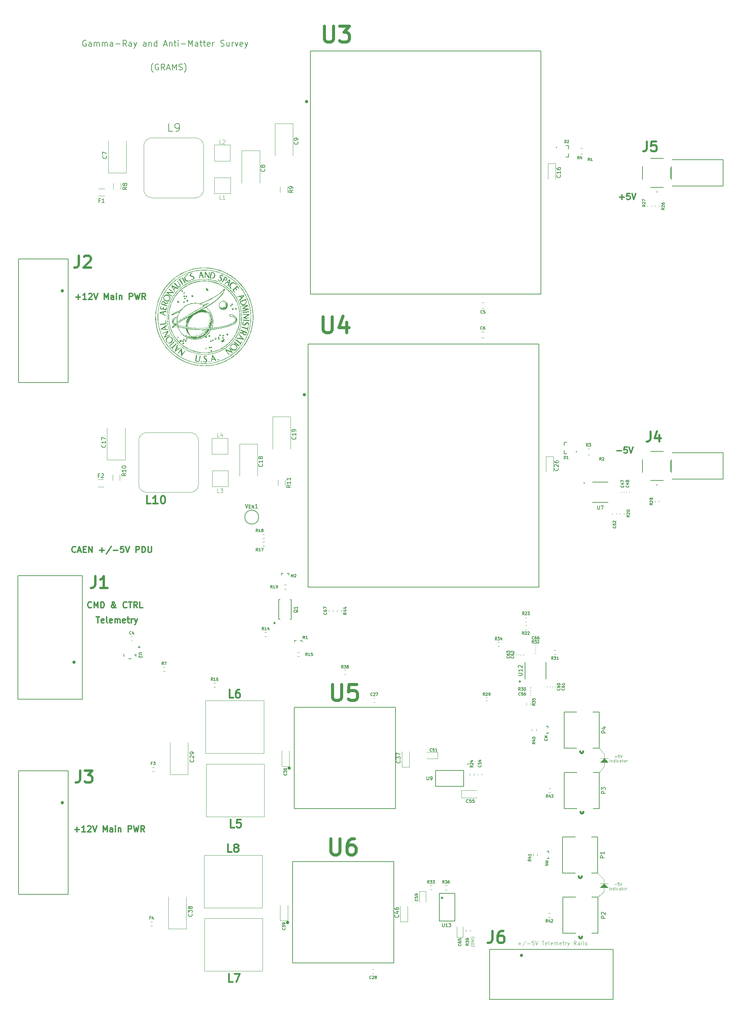
<source format=gbr>
%TF.GenerationSoftware,KiCad,Pcbnew,8.0.6*%
%TF.CreationDate,2025-06-02T15:06:51-04:00*%
%TF.ProjectId,CAEN_NEVIS_DAQ_PM5V,4341454e-5f4e-4455-9649-535f4441515f,rev?*%
%TF.SameCoordinates,Original*%
%TF.FileFunction,Legend,Top*%
%TF.FilePolarity,Positive*%
%FSLAX46Y46*%
G04 Gerber Fmt 4.6, Leading zero omitted, Abs format (unit mm)*
G04 Created by KiCad (PCBNEW 8.0.6) date 2025-06-02 15:06:51*
%MOMM*%
%LPD*%
G01*
G04 APERTURE LIST*
%ADD10C,0.100000*%
%ADD11C,0.300000*%
%ADD12C,0.200000*%
%ADD13C,0.150000*%
%ADD14C,0.400000*%
%ADD15C,0.800000*%
%ADD16C,0.600000*%
%ADD17C,0.500000*%
%ADD18C,0.120000*%
%ADD19C,0.152400*%
%ADD20C,0.508000*%
%ADD21C,0.127000*%
%ADD22C,0.000000*%
G04 APERTURE END LIST*
D10*
X266720000Y-208730000D02*
X264720000Y-208730000D01*
X265720000Y-207730000D01*
X266720000Y-208730000D01*
G36*
X266720000Y-208730000D02*
G01*
X264720000Y-208730000D01*
X265720000Y-207730000D01*
X266720000Y-208730000D01*
G37*
X264720000Y-207730000D02*
X266720000Y-207730000D01*
X265710000Y-207730000D02*
X265710000Y-206730000D01*
X265650000Y-240130000D02*
X265650000Y-241130000D01*
X265650000Y-241130000D02*
X264162000Y-242543001D01*
X264650000Y-239130000D02*
X266650000Y-239130000D01*
X265710000Y-209730000D02*
X264502000Y-211243001D01*
X265710000Y-208730000D02*
X265710000Y-209730000D01*
X265710000Y-206730000D02*
X264442000Y-205146999D01*
X265650000Y-239130000D02*
X265650000Y-238130000D01*
X266650000Y-240130000D02*
X264650000Y-240130000D01*
X265650000Y-239130000D01*
X266650000Y-240130000D01*
G36*
X266650000Y-240130000D02*
G01*
X264650000Y-240130000D01*
X265650000Y-239130000D01*
X266650000Y-240130000D01*
G37*
X265650000Y-238130000D02*
X264082000Y-236476999D01*
D11*
X133101653Y-155947971D02*
X133030225Y-156019400D01*
X133030225Y-156019400D02*
X132815939Y-156090828D01*
X132815939Y-156090828D02*
X132673082Y-156090828D01*
X132673082Y-156090828D02*
X132458796Y-156019400D01*
X132458796Y-156019400D02*
X132315939Y-155876542D01*
X132315939Y-155876542D02*
X132244510Y-155733685D01*
X132244510Y-155733685D02*
X132173082Y-155447971D01*
X132173082Y-155447971D02*
X132173082Y-155233685D01*
X132173082Y-155233685D02*
X132244510Y-154947971D01*
X132244510Y-154947971D02*
X132315939Y-154805114D01*
X132315939Y-154805114D02*
X132458796Y-154662257D01*
X132458796Y-154662257D02*
X132673082Y-154590828D01*
X132673082Y-154590828D02*
X132815939Y-154590828D01*
X132815939Y-154590828D02*
X133030225Y-154662257D01*
X133030225Y-154662257D02*
X133101653Y-154733685D01*
X133673082Y-155662257D02*
X134387368Y-155662257D01*
X133530225Y-156090828D02*
X134030225Y-154590828D01*
X134030225Y-154590828D02*
X134530225Y-156090828D01*
X135030224Y-155305114D02*
X135530224Y-155305114D01*
X135744510Y-156090828D02*
X135030224Y-156090828D01*
X135030224Y-156090828D02*
X135030224Y-154590828D01*
X135030224Y-154590828D02*
X135744510Y-154590828D01*
X136387367Y-156090828D02*
X136387367Y-154590828D01*
X136387367Y-154590828D02*
X137244510Y-156090828D01*
X137244510Y-156090828D02*
X137244510Y-154590828D01*
X139101653Y-155519400D02*
X140244511Y-155519400D01*
X139673082Y-156090828D02*
X139673082Y-154947971D01*
X142030225Y-154519400D02*
X140744511Y-156447971D01*
X142530225Y-155519400D02*
X143673083Y-155519400D01*
X145101654Y-154590828D02*
X144387368Y-154590828D01*
X144387368Y-154590828D02*
X144315940Y-155305114D01*
X144315940Y-155305114D02*
X144387368Y-155233685D01*
X144387368Y-155233685D02*
X144530226Y-155162257D01*
X144530226Y-155162257D02*
X144887368Y-155162257D01*
X144887368Y-155162257D02*
X145030226Y-155233685D01*
X145030226Y-155233685D02*
X145101654Y-155305114D01*
X145101654Y-155305114D02*
X145173083Y-155447971D01*
X145173083Y-155447971D02*
X145173083Y-155805114D01*
X145173083Y-155805114D02*
X145101654Y-155947971D01*
X145101654Y-155947971D02*
X145030226Y-156019400D01*
X145030226Y-156019400D02*
X144887368Y-156090828D01*
X144887368Y-156090828D02*
X144530226Y-156090828D01*
X144530226Y-156090828D02*
X144387368Y-156019400D01*
X144387368Y-156019400D02*
X144315940Y-155947971D01*
X145601654Y-154590828D02*
X146101654Y-156090828D01*
X146101654Y-156090828D02*
X146601654Y-154590828D01*
X148244510Y-156090828D02*
X148244510Y-154590828D01*
X148244510Y-154590828D02*
X148815939Y-154590828D01*
X148815939Y-154590828D02*
X148958796Y-154662257D01*
X148958796Y-154662257D02*
X149030225Y-154733685D01*
X149030225Y-154733685D02*
X149101653Y-154876542D01*
X149101653Y-154876542D02*
X149101653Y-155090828D01*
X149101653Y-155090828D02*
X149030225Y-155233685D01*
X149030225Y-155233685D02*
X148958796Y-155305114D01*
X148958796Y-155305114D02*
X148815939Y-155376542D01*
X148815939Y-155376542D02*
X148244510Y-155376542D01*
X149744510Y-156090828D02*
X149744510Y-154590828D01*
X149744510Y-154590828D02*
X150101653Y-154590828D01*
X150101653Y-154590828D02*
X150315939Y-154662257D01*
X150315939Y-154662257D02*
X150458796Y-154805114D01*
X150458796Y-154805114D02*
X150530225Y-154947971D01*
X150530225Y-154947971D02*
X150601653Y-155233685D01*
X150601653Y-155233685D02*
X150601653Y-155447971D01*
X150601653Y-155447971D02*
X150530225Y-155733685D01*
X150530225Y-155733685D02*
X150458796Y-155876542D01*
X150458796Y-155876542D02*
X150315939Y-156019400D01*
X150315939Y-156019400D02*
X150101653Y-156090828D01*
X150101653Y-156090828D02*
X149744510Y-156090828D01*
X151244510Y-154590828D02*
X151244510Y-155805114D01*
X151244510Y-155805114D02*
X151315939Y-155947971D01*
X151315939Y-155947971D02*
X151387368Y-156019400D01*
X151387368Y-156019400D02*
X151530225Y-156090828D01*
X151530225Y-156090828D02*
X151815939Y-156090828D01*
X151815939Y-156090828D02*
X151958796Y-156019400D01*
X151958796Y-156019400D02*
X152030225Y-155947971D01*
X152030225Y-155947971D02*
X152101653Y-155805114D01*
X152101653Y-155805114D02*
X152101653Y-154590828D01*
X132874510Y-225579400D02*
X134017368Y-225579400D01*
X133445939Y-226150828D02*
X133445939Y-225007971D01*
X135517368Y-226150828D02*
X134660225Y-226150828D01*
X135088796Y-226150828D02*
X135088796Y-224650828D01*
X135088796Y-224650828D02*
X134945939Y-224865114D01*
X134945939Y-224865114D02*
X134803082Y-225007971D01*
X134803082Y-225007971D02*
X134660225Y-225079400D01*
X136088796Y-224793685D02*
X136160224Y-224722257D01*
X136160224Y-224722257D02*
X136303082Y-224650828D01*
X136303082Y-224650828D02*
X136660224Y-224650828D01*
X136660224Y-224650828D02*
X136803082Y-224722257D01*
X136803082Y-224722257D02*
X136874510Y-224793685D01*
X136874510Y-224793685D02*
X136945939Y-224936542D01*
X136945939Y-224936542D02*
X136945939Y-225079400D01*
X136945939Y-225079400D02*
X136874510Y-225293685D01*
X136874510Y-225293685D02*
X136017367Y-226150828D01*
X136017367Y-226150828D02*
X136945939Y-226150828D01*
X137374510Y-224650828D02*
X137874510Y-226150828D01*
X137874510Y-226150828D02*
X138374510Y-224650828D01*
X140017366Y-226150828D02*
X140017366Y-224650828D01*
X140017366Y-224650828D02*
X140517366Y-225722257D01*
X140517366Y-225722257D02*
X141017366Y-224650828D01*
X141017366Y-224650828D02*
X141017366Y-226150828D01*
X142374510Y-226150828D02*
X142374510Y-225365114D01*
X142374510Y-225365114D02*
X142303081Y-225222257D01*
X142303081Y-225222257D02*
X142160224Y-225150828D01*
X142160224Y-225150828D02*
X141874510Y-225150828D01*
X141874510Y-225150828D02*
X141731652Y-225222257D01*
X142374510Y-226079400D02*
X142231652Y-226150828D01*
X142231652Y-226150828D02*
X141874510Y-226150828D01*
X141874510Y-226150828D02*
X141731652Y-226079400D01*
X141731652Y-226079400D02*
X141660224Y-225936542D01*
X141660224Y-225936542D02*
X141660224Y-225793685D01*
X141660224Y-225793685D02*
X141731652Y-225650828D01*
X141731652Y-225650828D02*
X141874510Y-225579400D01*
X141874510Y-225579400D02*
X142231652Y-225579400D01*
X142231652Y-225579400D02*
X142374510Y-225507971D01*
X143088795Y-226150828D02*
X143088795Y-225150828D01*
X143088795Y-224650828D02*
X143017367Y-224722257D01*
X143017367Y-224722257D02*
X143088795Y-224793685D01*
X143088795Y-224793685D02*
X143160224Y-224722257D01*
X143160224Y-224722257D02*
X143088795Y-224650828D01*
X143088795Y-224650828D02*
X143088795Y-224793685D01*
X143803081Y-225150828D02*
X143803081Y-226150828D01*
X143803081Y-225293685D02*
X143874510Y-225222257D01*
X143874510Y-225222257D02*
X144017367Y-225150828D01*
X144017367Y-225150828D02*
X144231653Y-225150828D01*
X144231653Y-225150828D02*
X144374510Y-225222257D01*
X144374510Y-225222257D02*
X144445939Y-225365114D01*
X144445939Y-225365114D02*
X144445939Y-226150828D01*
X146303081Y-226150828D02*
X146303081Y-224650828D01*
X146303081Y-224650828D02*
X146874510Y-224650828D01*
X146874510Y-224650828D02*
X147017367Y-224722257D01*
X147017367Y-224722257D02*
X147088796Y-224793685D01*
X147088796Y-224793685D02*
X147160224Y-224936542D01*
X147160224Y-224936542D02*
X147160224Y-225150828D01*
X147160224Y-225150828D02*
X147088796Y-225293685D01*
X147088796Y-225293685D02*
X147017367Y-225365114D01*
X147017367Y-225365114D02*
X146874510Y-225436542D01*
X146874510Y-225436542D02*
X146303081Y-225436542D01*
X147660224Y-224650828D02*
X148017367Y-226150828D01*
X148017367Y-226150828D02*
X148303081Y-225079400D01*
X148303081Y-225079400D02*
X148588796Y-226150828D01*
X148588796Y-226150828D02*
X148945939Y-224650828D01*
X150374510Y-226150828D02*
X149874510Y-225436542D01*
X149517367Y-226150828D02*
X149517367Y-224650828D01*
X149517367Y-224650828D02*
X150088796Y-224650828D01*
X150088796Y-224650828D02*
X150231653Y-224722257D01*
X150231653Y-224722257D02*
X150303082Y-224793685D01*
X150303082Y-224793685D02*
X150374510Y-224936542D01*
X150374510Y-224936542D02*
X150374510Y-225150828D01*
X150374510Y-225150828D02*
X150303082Y-225293685D01*
X150303082Y-225293685D02*
X150231653Y-225365114D01*
X150231653Y-225365114D02*
X150088796Y-225436542D01*
X150088796Y-225436542D02*
X149517367Y-225436542D01*
D12*
X135694435Y-27737457D02*
X135551578Y-27666028D01*
X135551578Y-27666028D02*
X135337292Y-27666028D01*
X135337292Y-27666028D02*
X135123006Y-27737457D01*
X135123006Y-27737457D02*
X134980149Y-27880314D01*
X134980149Y-27880314D02*
X134908720Y-28023171D01*
X134908720Y-28023171D02*
X134837292Y-28308885D01*
X134837292Y-28308885D02*
X134837292Y-28523171D01*
X134837292Y-28523171D02*
X134908720Y-28808885D01*
X134908720Y-28808885D02*
X134980149Y-28951742D01*
X134980149Y-28951742D02*
X135123006Y-29094600D01*
X135123006Y-29094600D02*
X135337292Y-29166028D01*
X135337292Y-29166028D02*
X135480149Y-29166028D01*
X135480149Y-29166028D02*
X135694435Y-29094600D01*
X135694435Y-29094600D02*
X135765863Y-29023171D01*
X135765863Y-29023171D02*
X135765863Y-28523171D01*
X135765863Y-28523171D02*
X135480149Y-28523171D01*
X137051578Y-29166028D02*
X137051578Y-28380314D01*
X137051578Y-28380314D02*
X136980149Y-28237457D01*
X136980149Y-28237457D02*
X136837292Y-28166028D01*
X136837292Y-28166028D02*
X136551578Y-28166028D01*
X136551578Y-28166028D02*
X136408720Y-28237457D01*
X137051578Y-29094600D02*
X136908720Y-29166028D01*
X136908720Y-29166028D02*
X136551578Y-29166028D01*
X136551578Y-29166028D02*
X136408720Y-29094600D01*
X136408720Y-29094600D02*
X136337292Y-28951742D01*
X136337292Y-28951742D02*
X136337292Y-28808885D01*
X136337292Y-28808885D02*
X136408720Y-28666028D01*
X136408720Y-28666028D02*
X136551578Y-28594600D01*
X136551578Y-28594600D02*
X136908720Y-28594600D01*
X136908720Y-28594600D02*
X137051578Y-28523171D01*
X137765863Y-29166028D02*
X137765863Y-28166028D01*
X137765863Y-28308885D02*
X137837292Y-28237457D01*
X137837292Y-28237457D02*
X137980149Y-28166028D01*
X137980149Y-28166028D02*
X138194435Y-28166028D01*
X138194435Y-28166028D02*
X138337292Y-28237457D01*
X138337292Y-28237457D02*
X138408721Y-28380314D01*
X138408721Y-28380314D02*
X138408721Y-29166028D01*
X138408721Y-28380314D02*
X138480149Y-28237457D01*
X138480149Y-28237457D02*
X138623006Y-28166028D01*
X138623006Y-28166028D02*
X138837292Y-28166028D01*
X138837292Y-28166028D02*
X138980149Y-28237457D01*
X138980149Y-28237457D02*
X139051578Y-28380314D01*
X139051578Y-28380314D02*
X139051578Y-29166028D01*
X139765863Y-29166028D02*
X139765863Y-28166028D01*
X139765863Y-28308885D02*
X139837292Y-28237457D01*
X139837292Y-28237457D02*
X139980149Y-28166028D01*
X139980149Y-28166028D02*
X140194435Y-28166028D01*
X140194435Y-28166028D02*
X140337292Y-28237457D01*
X140337292Y-28237457D02*
X140408721Y-28380314D01*
X140408721Y-28380314D02*
X140408721Y-29166028D01*
X140408721Y-28380314D02*
X140480149Y-28237457D01*
X140480149Y-28237457D02*
X140623006Y-28166028D01*
X140623006Y-28166028D02*
X140837292Y-28166028D01*
X140837292Y-28166028D02*
X140980149Y-28237457D01*
X140980149Y-28237457D02*
X141051578Y-28380314D01*
X141051578Y-28380314D02*
X141051578Y-29166028D01*
X142408721Y-29166028D02*
X142408721Y-28380314D01*
X142408721Y-28380314D02*
X142337292Y-28237457D01*
X142337292Y-28237457D02*
X142194435Y-28166028D01*
X142194435Y-28166028D02*
X141908721Y-28166028D01*
X141908721Y-28166028D02*
X141765863Y-28237457D01*
X142408721Y-29094600D02*
X142265863Y-29166028D01*
X142265863Y-29166028D02*
X141908721Y-29166028D01*
X141908721Y-29166028D02*
X141765863Y-29094600D01*
X141765863Y-29094600D02*
X141694435Y-28951742D01*
X141694435Y-28951742D02*
X141694435Y-28808885D01*
X141694435Y-28808885D02*
X141765863Y-28666028D01*
X141765863Y-28666028D02*
X141908721Y-28594600D01*
X141908721Y-28594600D02*
X142265863Y-28594600D01*
X142265863Y-28594600D02*
X142408721Y-28523171D01*
X143123006Y-28594600D02*
X144265864Y-28594600D01*
X145837292Y-29166028D02*
X145337292Y-28451742D01*
X144980149Y-29166028D02*
X144980149Y-27666028D01*
X144980149Y-27666028D02*
X145551578Y-27666028D01*
X145551578Y-27666028D02*
X145694435Y-27737457D01*
X145694435Y-27737457D02*
X145765864Y-27808885D01*
X145765864Y-27808885D02*
X145837292Y-27951742D01*
X145837292Y-27951742D02*
X145837292Y-28166028D01*
X145837292Y-28166028D02*
X145765864Y-28308885D01*
X145765864Y-28308885D02*
X145694435Y-28380314D01*
X145694435Y-28380314D02*
X145551578Y-28451742D01*
X145551578Y-28451742D02*
X144980149Y-28451742D01*
X147123007Y-29166028D02*
X147123007Y-28380314D01*
X147123007Y-28380314D02*
X147051578Y-28237457D01*
X147051578Y-28237457D02*
X146908721Y-28166028D01*
X146908721Y-28166028D02*
X146623007Y-28166028D01*
X146623007Y-28166028D02*
X146480149Y-28237457D01*
X147123007Y-29094600D02*
X146980149Y-29166028D01*
X146980149Y-29166028D02*
X146623007Y-29166028D01*
X146623007Y-29166028D02*
X146480149Y-29094600D01*
X146480149Y-29094600D02*
X146408721Y-28951742D01*
X146408721Y-28951742D02*
X146408721Y-28808885D01*
X146408721Y-28808885D02*
X146480149Y-28666028D01*
X146480149Y-28666028D02*
X146623007Y-28594600D01*
X146623007Y-28594600D02*
X146980149Y-28594600D01*
X146980149Y-28594600D02*
X147123007Y-28523171D01*
X147694435Y-28166028D02*
X148051578Y-29166028D01*
X148408721Y-28166028D02*
X148051578Y-29166028D01*
X148051578Y-29166028D02*
X147908721Y-29523171D01*
X147908721Y-29523171D02*
X147837292Y-29594600D01*
X147837292Y-29594600D02*
X147694435Y-29666028D01*
X150765864Y-29166028D02*
X150765864Y-28380314D01*
X150765864Y-28380314D02*
X150694435Y-28237457D01*
X150694435Y-28237457D02*
X150551578Y-28166028D01*
X150551578Y-28166028D02*
X150265864Y-28166028D01*
X150265864Y-28166028D02*
X150123006Y-28237457D01*
X150765864Y-29094600D02*
X150623006Y-29166028D01*
X150623006Y-29166028D02*
X150265864Y-29166028D01*
X150265864Y-29166028D02*
X150123006Y-29094600D01*
X150123006Y-29094600D02*
X150051578Y-28951742D01*
X150051578Y-28951742D02*
X150051578Y-28808885D01*
X150051578Y-28808885D02*
X150123006Y-28666028D01*
X150123006Y-28666028D02*
X150265864Y-28594600D01*
X150265864Y-28594600D02*
X150623006Y-28594600D01*
X150623006Y-28594600D02*
X150765864Y-28523171D01*
X151480149Y-28166028D02*
X151480149Y-29166028D01*
X151480149Y-28308885D02*
X151551578Y-28237457D01*
X151551578Y-28237457D02*
X151694435Y-28166028D01*
X151694435Y-28166028D02*
X151908721Y-28166028D01*
X151908721Y-28166028D02*
X152051578Y-28237457D01*
X152051578Y-28237457D02*
X152123007Y-28380314D01*
X152123007Y-28380314D02*
X152123007Y-29166028D01*
X153480150Y-29166028D02*
X153480150Y-27666028D01*
X153480150Y-29094600D02*
X153337292Y-29166028D01*
X153337292Y-29166028D02*
X153051578Y-29166028D01*
X153051578Y-29166028D02*
X152908721Y-29094600D01*
X152908721Y-29094600D02*
X152837292Y-29023171D01*
X152837292Y-29023171D02*
X152765864Y-28880314D01*
X152765864Y-28880314D02*
X152765864Y-28451742D01*
X152765864Y-28451742D02*
X152837292Y-28308885D01*
X152837292Y-28308885D02*
X152908721Y-28237457D01*
X152908721Y-28237457D02*
X153051578Y-28166028D01*
X153051578Y-28166028D02*
X153337292Y-28166028D01*
X153337292Y-28166028D02*
X153480150Y-28237457D01*
X155265864Y-28737457D02*
X155980150Y-28737457D01*
X155123007Y-29166028D02*
X155623007Y-27666028D01*
X155623007Y-27666028D02*
X156123007Y-29166028D01*
X156623006Y-28166028D02*
X156623006Y-29166028D01*
X156623006Y-28308885D02*
X156694435Y-28237457D01*
X156694435Y-28237457D02*
X156837292Y-28166028D01*
X156837292Y-28166028D02*
X157051578Y-28166028D01*
X157051578Y-28166028D02*
X157194435Y-28237457D01*
X157194435Y-28237457D02*
X157265864Y-28380314D01*
X157265864Y-28380314D02*
X157265864Y-29166028D01*
X157765864Y-28166028D02*
X158337292Y-28166028D01*
X157980149Y-27666028D02*
X157980149Y-28951742D01*
X157980149Y-28951742D02*
X158051578Y-29094600D01*
X158051578Y-29094600D02*
X158194435Y-29166028D01*
X158194435Y-29166028D02*
X158337292Y-29166028D01*
X158837292Y-29166028D02*
X158837292Y-28166028D01*
X158837292Y-27666028D02*
X158765864Y-27737457D01*
X158765864Y-27737457D02*
X158837292Y-27808885D01*
X158837292Y-27808885D02*
X158908721Y-27737457D01*
X158908721Y-27737457D02*
X158837292Y-27666028D01*
X158837292Y-27666028D02*
X158837292Y-27808885D01*
X159551578Y-28594600D02*
X160694436Y-28594600D01*
X161408721Y-29166028D02*
X161408721Y-27666028D01*
X161408721Y-27666028D02*
X161908721Y-28737457D01*
X161908721Y-28737457D02*
X162408721Y-27666028D01*
X162408721Y-27666028D02*
X162408721Y-29166028D01*
X163765865Y-29166028D02*
X163765865Y-28380314D01*
X163765865Y-28380314D02*
X163694436Y-28237457D01*
X163694436Y-28237457D02*
X163551579Y-28166028D01*
X163551579Y-28166028D02*
X163265865Y-28166028D01*
X163265865Y-28166028D02*
X163123007Y-28237457D01*
X163765865Y-29094600D02*
X163623007Y-29166028D01*
X163623007Y-29166028D02*
X163265865Y-29166028D01*
X163265865Y-29166028D02*
X163123007Y-29094600D01*
X163123007Y-29094600D02*
X163051579Y-28951742D01*
X163051579Y-28951742D02*
X163051579Y-28808885D01*
X163051579Y-28808885D02*
X163123007Y-28666028D01*
X163123007Y-28666028D02*
X163265865Y-28594600D01*
X163265865Y-28594600D02*
X163623007Y-28594600D01*
X163623007Y-28594600D02*
X163765865Y-28523171D01*
X164265865Y-28166028D02*
X164837293Y-28166028D01*
X164480150Y-27666028D02*
X164480150Y-28951742D01*
X164480150Y-28951742D02*
X164551579Y-29094600D01*
X164551579Y-29094600D02*
X164694436Y-29166028D01*
X164694436Y-29166028D02*
X164837293Y-29166028D01*
X165123008Y-28166028D02*
X165694436Y-28166028D01*
X165337293Y-27666028D02*
X165337293Y-28951742D01*
X165337293Y-28951742D02*
X165408722Y-29094600D01*
X165408722Y-29094600D02*
X165551579Y-29166028D01*
X165551579Y-29166028D02*
X165694436Y-29166028D01*
X166765865Y-29094600D02*
X166623008Y-29166028D01*
X166623008Y-29166028D02*
X166337294Y-29166028D01*
X166337294Y-29166028D02*
X166194436Y-29094600D01*
X166194436Y-29094600D02*
X166123008Y-28951742D01*
X166123008Y-28951742D02*
X166123008Y-28380314D01*
X166123008Y-28380314D02*
X166194436Y-28237457D01*
X166194436Y-28237457D02*
X166337294Y-28166028D01*
X166337294Y-28166028D02*
X166623008Y-28166028D01*
X166623008Y-28166028D02*
X166765865Y-28237457D01*
X166765865Y-28237457D02*
X166837294Y-28380314D01*
X166837294Y-28380314D02*
X166837294Y-28523171D01*
X166837294Y-28523171D02*
X166123008Y-28666028D01*
X167480150Y-29166028D02*
X167480150Y-28166028D01*
X167480150Y-28451742D02*
X167551579Y-28308885D01*
X167551579Y-28308885D02*
X167623008Y-28237457D01*
X167623008Y-28237457D02*
X167765865Y-28166028D01*
X167765865Y-28166028D02*
X167908722Y-28166028D01*
X169480150Y-29094600D02*
X169694436Y-29166028D01*
X169694436Y-29166028D02*
X170051578Y-29166028D01*
X170051578Y-29166028D02*
X170194436Y-29094600D01*
X170194436Y-29094600D02*
X170265864Y-29023171D01*
X170265864Y-29023171D02*
X170337293Y-28880314D01*
X170337293Y-28880314D02*
X170337293Y-28737457D01*
X170337293Y-28737457D02*
X170265864Y-28594600D01*
X170265864Y-28594600D02*
X170194436Y-28523171D01*
X170194436Y-28523171D02*
X170051578Y-28451742D01*
X170051578Y-28451742D02*
X169765864Y-28380314D01*
X169765864Y-28380314D02*
X169623007Y-28308885D01*
X169623007Y-28308885D02*
X169551578Y-28237457D01*
X169551578Y-28237457D02*
X169480150Y-28094600D01*
X169480150Y-28094600D02*
X169480150Y-27951742D01*
X169480150Y-27951742D02*
X169551578Y-27808885D01*
X169551578Y-27808885D02*
X169623007Y-27737457D01*
X169623007Y-27737457D02*
X169765864Y-27666028D01*
X169765864Y-27666028D02*
X170123007Y-27666028D01*
X170123007Y-27666028D02*
X170337293Y-27737457D01*
X171623007Y-28166028D02*
X171623007Y-29166028D01*
X170980149Y-28166028D02*
X170980149Y-28951742D01*
X170980149Y-28951742D02*
X171051578Y-29094600D01*
X171051578Y-29094600D02*
X171194435Y-29166028D01*
X171194435Y-29166028D02*
X171408721Y-29166028D01*
X171408721Y-29166028D02*
X171551578Y-29094600D01*
X171551578Y-29094600D02*
X171623007Y-29023171D01*
X172337292Y-29166028D02*
X172337292Y-28166028D01*
X172337292Y-28451742D02*
X172408721Y-28308885D01*
X172408721Y-28308885D02*
X172480150Y-28237457D01*
X172480150Y-28237457D02*
X172623007Y-28166028D01*
X172623007Y-28166028D02*
X172765864Y-28166028D01*
X173123006Y-28166028D02*
X173480149Y-29166028D01*
X173480149Y-29166028D02*
X173837292Y-28166028D01*
X174980149Y-29094600D02*
X174837292Y-29166028D01*
X174837292Y-29166028D02*
X174551578Y-29166028D01*
X174551578Y-29166028D02*
X174408720Y-29094600D01*
X174408720Y-29094600D02*
X174337292Y-28951742D01*
X174337292Y-28951742D02*
X174337292Y-28380314D01*
X174337292Y-28380314D02*
X174408720Y-28237457D01*
X174408720Y-28237457D02*
X174551578Y-28166028D01*
X174551578Y-28166028D02*
X174837292Y-28166028D01*
X174837292Y-28166028D02*
X174980149Y-28237457D01*
X174980149Y-28237457D02*
X175051578Y-28380314D01*
X175051578Y-28380314D02*
X175051578Y-28523171D01*
X175051578Y-28523171D02*
X174337292Y-28666028D01*
X175551577Y-28166028D02*
X175908720Y-29166028D01*
X176265863Y-28166028D02*
X175908720Y-29166028D01*
X175908720Y-29166028D02*
X175765863Y-29523171D01*
X175765863Y-29523171D02*
X175694434Y-29594600D01*
X175694434Y-29594600D02*
X175551577Y-29666028D01*
D10*
X268339999Y-207275505D02*
X268873333Y-207275505D01*
X268606666Y-207542172D02*
X268606666Y-207008839D01*
X269540000Y-206842172D02*
X269206666Y-206842172D01*
X269206666Y-206842172D02*
X269173333Y-207175505D01*
X269173333Y-207175505D02*
X269206666Y-207142172D01*
X269206666Y-207142172D02*
X269273333Y-207108839D01*
X269273333Y-207108839D02*
X269440000Y-207108839D01*
X269440000Y-207108839D02*
X269506666Y-207142172D01*
X269506666Y-207142172D02*
X269540000Y-207175505D01*
X269540000Y-207175505D02*
X269573333Y-207242172D01*
X269573333Y-207242172D02*
X269573333Y-207408839D01*
X269573333Y-207408839D02*
X269540000Y-207475505D01*
X269540000Y-207475505D02*
X269506666Y-207508839D01*
X269506666Y-207508839D02*
X269440000Y-207542172D01*
X269440000Y-207542172D02*
X269273333Y-207542172D01*
X269273333Y-207542172D02*
X269206666Y-207508839D01*
X269206666Y-207508839D02*
X269173333Y-207475505D01*
X269773333Y-206842172D02*
X270006667Y-207542172D01*
X270006667Y-207542172D02*
X270240000Y-206842172D01*
X267090001Y-208669133D02*
X267090001Y-207969133D01*
X267423334Y-208202466D02*
X267423334Y-208669133D01*
X267423334Y-208269133D02*
X267456668Y-208235800D01*
X267456668Y-208235800D02*
X267523334Y-208202466D01*
X267523334Y-208202466D02*
X267623334Y-208202466D01*
X267623334Y-208202466D02*
X267690001Y-208235800D01*
X267690001Y-208235800D02*
X267723334Y-208302466D01*
X267723334Y-208302466D02*
X267723334Y-208669133D01*
X268356667Y-208669133D02*
X268356667Y-207969133D01*
X268356667Y-208635800D02*
X268290001Y-208669133D01*
X268290001Y-208669133D02*
X268156667Y-208669133D01*
X268156667Y-208669133D02*
X268090001Y-208635800D01*
X268090001Y-208635800D02*
X268056667Y-208602466D01*
X268056667Y-208602466D02*
X268023334Y-208535800D01*
X268023334Y-208535800D02*
X268023334Y-208335800D01*
X268023334Y-208335800D02*
X268056667Y-208269133D01*
X268056667Y-208269133D02*
X268090001Y-208235800D01*
X268090001Y-208235800D02*
X268156667Y-208202466D01*
X268156667Y-208202466D02*
X268290001Y-208202466D01*
X268290001Y-208202466D02*
X268356667Y-208235800D01*
X268690000Y-208669133D02*
X268690000Y-208202466D01*
X268690000Y-207969133D02*
X268656667Y-208002466D01*
X268656667Y-208002466D02*
X268690000Y-208035800D01*
X268690000Y-208035800D02*
X268723334Y-208002466D01*
X268723334Y-208002466D02*
X268690000Y-207969133D01*
X268690000Y-207969133D02*
X268690000Y-208035800D01*
X269323333Y-208635800D02*
X269256667Y-208669133D01*
X269256667Y-208669133D02*
X269123333Y-208669133D01*
X269123333Y-208669133D02*
X269056667Y-208635800D01*
X269056667Y-208635800D02*
X269023333Y-208602466D01*
X269023333Y-208602466D02*
X268990000Y-208535800D01*
X268990000Y-208535800D02*
X268990000Y-208335800D01*
X268990000Y-208335800D02*
X269023333Y-208269133D01*
X269023333Y-208269133D02*
X269056667Y-208235800D01*
X269056667Y-208235800D02*
X269123333Y-208202466D01*
X269123333Y-208202466D02*
X269256667Y-208202466D01*
X269256667Y-208202466D02*
X269323333Y-208235800D01*
X269923333Y-208669133D02*
X269923333Y-208302466D01*
X269923333Y-208302466D02*
X269890000Y-208235800D01*
X269890000Y-208235800D02*
X269823333Y-208202466D01*
X269823333Y-208202466D02*
X269690000Y-208202466D01*
X269690000Y-208202466D02*
X269623333Y-208235800D01*
X269923333Y-208635800D02*
X269856667Y-208669133D01*
X269856667Y-208669133D02*
X269690000Y-208669133D01*
X269690000Y-208669133D02*
X269623333Y-208635800D01*
X269623333Y-208635800D02*
X269590000Y-208569133D01*
X269590000Y-208569133D02*
X269590000Y-208502466D01*
X269590000Y-208502466D02*
X269623333Y-208435800D01*
X269623333Y-208435800D02*
X269690000Y-208402466D01*
X269690000Y-208402466D02*
X269856667Y-208402466D01*
X269856667Y-208402466D02*
X269923333Y-208369133D01*
X270156666Y-208202466D02*
X270423333Y-208202466D01*
X270256666Y-207969133D02*
X270256666Y-208569133D01*
X270256666Y-208569133D02*
X270290000Y-208635800D01*
X270290000Y-208635800D02*
X270356666Y-208669133D01*
X270356666Y-208669133D02*
X270423333Y-208669133D01*
X270756666Y-208669133D02*
X270690000Y-208635800D01*
X270690000Y-208635800D02*
X270656666Y-208602466D01*
X270656666Y-208602466D02*
X270623333Y-208535800D01*
X270623333Y-208535800D02*
X270623333Y-208335800D01*
X270623333Y-208335800D02*
X270656666Y-208269133D01*
X270656666Y-208269133D02*
X270690000Y-208235800D01*
X270690000Y-208235800D02*
X270756666Y-208202466D01*
X270756666Y-208202466D02*
X270856666Y-208202466D01*
X270856666Y-208202466D02*
X270923333Y-208235800D01*
X270923333Y-208235800D02*
X270956666Y-208269133D01*
X270956666Y-208269133D02*
X270990000Y-208335800D01*
X270990000Y-208335800D02*
X270990000Y-208535800D01*
X270990000Y-208535800D02*
X270956666Y-208602466D01*
X270956666Y-208602466D02*
X270923333Y-208635800D01*
X270923333Y-208635800D02*
X270856666Y-208669133D01*
X270856666Y-208669133D02*
X270756666Y-208669133D01*
X271289999Y-208669133D02*
X271289999Y-208202466D01*
X271289999Y-208335800D02*
X271323333Y-208269133D01*
X271323333Y-208269133D02*
X271356666Y-208235800D01*
X271356666Y-208235800D02*
X271423333Y-208202466D01*
X271423333Y-208202466D02*
X271489999Y-208202466D01*
D11*
X137061653Y-169837971D02*
X136990225Y-169909400D01*
X136990225Y-169909400D02*
X136775939Y-169980828D01*
X136775939Y-169980828D02*
X136633082Y-169980828D01*
X136633082Y-169980828D02*
X136418796Y-169909400D01*
X136418796Y-169909400D02*
X136275939Y-169766542D01*
X136275939Y-169766542D02*
X136204510Y-169623685D01*
X136204510Y-169623685D02*
X136133082Y-169337971D01*
X136133082Y-169337971D02*
X136133082Y-169123685D01*
X136133082Y-169123685D02*
X136204510Y-168837971D01*
X136204510Y-168837971D02*
X136275939Y-168695114D01*
X136275939Y-168695114D02*
X136418796Y-168552257D01*
X136418796Y-168552257D02*
X136633082Y-168480828D01*
X136633082Y-168480828D02*
X136775939Y-168480828D01*
X136775939Y-168480828D02*
X136990225Y-168552257D01*
X136990225Y-168552257D02*
X137061653Y-168623685D01*
X137704510Y-169980828D02*
X137704510Y-168480828D01*
X137704510Y-168480828D02*
X138204510Y-169552257D01*
X138204510Y-169552257D02*
X138704510Y-168480828D01*
X138704510Y-168480828D02*
X138704510Y-169980828D01*
X139418796Y-169980828D02*
X139418796Y-168480828D01*
X139418796Y-168480828D02*
X139775939Y-168480828D01*
X139775939Y-168480828D02*
X139990225Y-168552257D01*
X139990225Y-168552257D02*
X140133082Y-168695114D01*
X140133082Y-168695114D02*
X140204511Y-168837971D01*
X140204511Y-168837971D02*
X140275939Y-169123685D01*
X140275939Y-169123685D02*
X140275939Y-169337971D01*
X140275939Y-169337971D02*
X140204511Y-169623685D01*
X140204511Y-169623685D02*
X140133082Y-169766542D01*
X140133082Y-169766542D02*
X139990225Y-169909400D01*
X139990225Y-169909400D02*
X139775939Y-169980828D01*
X139775939Y-169980828D02*
X139418796Y-169980828D01*
X143275939Y-169980828D02*
X143204511Y-169980828D01*
X143204511Y-169980828D02*
X143061653Y-169909400D01*
X143061653Y-169909400D02*
X142847368Y-169695114D01*
X142847368Y-169695114D02*
X142490225Y-169266542D01*
X142490225Y-169266542D02*
X142347368Y-169052257D01*
X142347368Y-169052257D02*
X142275939Y-168837971D01*
X142275939Y-168837971D02*
X142275939Y-168695114D01*
X142275939Y-168695114D02*
X142347368Y-168552257D01*
X142347368Y-168552257D02*
X142490225Y-168480828D01*
X142490225Y-168480828D02*
X142561653Y-168480828D01*
X142561653Y-168480828D02*
X142704511Y-168552257D01*
X142704511Y-168552257D02*
X142775939Y-168695114D01*
X142775939Y-168695114D02*
X142775939Y-168766542D01*
X142775939Y-168766542D02*
X142704511Y-168909400D01*
X142704511Y-168909400D02*
X142633082Y-168980828D01*
X142633082Y-168980828D02*
X142204511Y-169266542D01*
X142204511Y-169266542D02*
X142133082Y-169337971D01*
X142133082Y-169337971D02*
X142061653Y-169480828D01*
X142061653Y-169480828D02*
X142061653Y-169695114D01*
X142061653Y-169695114D02*
X142133082Y-169837971D01*
X142133082Y-169837971D02*
X142204511Y-169909400D01*
X142204511Y-169909400D02*
X142347368Y-169980828D01*
X142347368Y-169980828D02*
X142561653Y-169980828D01*
X142561653Y-169980828D02*
X142704511Y-169909400D01*
X142704511Y-169909400D02*
X142775939Y-169837971D01*
X142775939Y-169837971D02*
X142990225Y-169552257D01*
X142990225Y-169552257D02*
X143061653Y-169337971D01*
X143061653Y-169337971D02*
X143061653Y-169195114D01*
X145918796Y-169837971D02*
X145847368Y-169909400D01*
X145847368Y-169909400D02*
X145633082Y-169980828D01*
X145633082Y-169980828D02*
X145490225Y-169980828D01*
X145490225Y-169980828D02*
X145275939Y-169909400D01*
X145275939Y-169909400D02*
X145133082Y-169766542D01*
X145133082Y-169766542D02*
X145061653Y-169623685D01*
X145061653Y-169623685D02*
X144990225Y-169337971D01*
X144990225Y-169337971D02*
X144990225Y-169123685D01*
X144990225Y-169123685D02*
X145061653Y-168837971D01*
X145061653Y-168837971D02*
X145133082Y-168695114D01*
X145133082Y-168695114D02*
X145275939Y-168552257D01*
X145275939Y-168552257D02*
X145490225Y-168480828D01*
X145490225Y-168480828D02*
X145633082Y-168480828D01*
X145633082Y-168480828D02*
X145847368Y-168552257D01*
X145847368Y-168552257D02*
X145918796Y-168623685D01*
X146347368Y-168480828D02*
X147204511Y-168480828D01*
X146775939Y-169980828D02*
X146775939Y-168480828D01*
X148561653Y-169980828D02*
X148061653Y-169266542D01*
X147704510Y-169980828D02*
X147704510Y-168480828D01*
X147704510Y-168480828D02*
X148275939Y-168480828D01*
X148275939Y-168480828D02*
X148418796Y-168552257D01*
X148418796Y-168552257D02*
X148490225Y-168623685D01*
X148490225Y-168623685D02*
X148561653Y-168766542D01*
X148561653Y-168766542D02*
X148561653Y-168980828D01*
X148561653Y-168980828D02*
X148490225Y-169123685D01*
X148490225Y-169123685D02*
X148418796Y-169195114D01*
X148418796Y-169195114D02*
X148275939Y-169266542D01*
X148275939Y-169266542D02*
X147704510Y-169266542D01*
X149918796Y-169980828D02*
X149204510Y-169980828D01*
X149204510Y-169980828D02*
X149204510Y-168480828D01*
D10*
X244103884Y-254151466D02*
X244865789Y-254151466D01*
X244484836Y-254532419D02*
X244484836Y-253770514D01*
X246056264Y-253484800D02*
X245199122Y-254770514D01*
X246389598Y-254151466D02*
X247151503Y-254151466D01*
X248103883Y-253532419D02*
X247627693Y-253532419D01*
X247627693Y-253532419D02*
X247580074Y-254008609D01*
X247580074Y-254008609D02*
X247627693Y-253960990D01*
X247627693Y-253960990D02*
X247722931Y-253913371D01*
X247722931Y-253913371D02*
X247961026Y-253913371D01*
X247961026Y-253913371D02*
X248056264Y-253960990D01*
X248056264Y-253960990D02*
X248103883Y-254008609D01*
X248103883Y-254008609D02*
X248151502Y-254103847D01*
X248151502Y-254103847D02*
X248151502Y-254341942D01*
X248151502Y-254341942D02*
X248103883Y-254437180D01*
X248103883Y-254437180D02*
X248056264Y-254484800D01*
X248056264Y-254484800D02*
X247961026Y-254532419D01*
X247961026Y-254532419D02*
X247722931Y-254532419D01*
X247722931Y-254532419D02*
X247627693Y-254484800D01*
X247627693Y-254484800D02*
X247580074Y-254437180D01*
X248437217Y-253532419D02*
X248770550Y-254532419D01*
X248770550Y-254532419D02*
X249103883Y-253532419D01*
X250056265Y-253532419D02*
X250627693Y-253532419D01*
X250341979Y-254532419D02*
X250341979Y-253532419D01*
X251341979Y-254484800D02*
X251246741Y-254532419D01*
X251246741Y-254532419D02*
X251056265Y-254532419D01*
X251056265Y-254532419D02*
X250961027Y-254484800D01*
X250961027Y-254484800D02*
X250913408Y-254389561D01*
X250913408Y-254389561D02*
X250913408Y-254008609D01*
X250913408Y-254008609D02*
X250961027Y-253913371D01*
X250961027Y-253913371D02*
X251056265Y-253865752D01*
X251056265Y-253865752D02*
X251246741Y-253865752D01*
X251246741Y-253865752D02*
X251341979Y-253913371D01*
X251341979Y-253913371D02*
X251389598Y-254008609D01*
X251389598Y-254008609D02*
X251389598Y-254103847D01*
X251389598Y-254103847D02*
X250913408Y-254199085D01*
X251961027Y-254532419D02*
X251865789Y-254484800D01*
X251865789Y-254484800D02*
X251818170Y-254389561D01*
X251818170Y-254389561D02*
X251818170Y-253532419D01*
X252722932Y-254484800D02*
X252627694Y-254532419D01*
X252627694Y-254532419D02*
X252437218Y-254532419D01*
X252437218Y-254532419D02*
X252341980Y-254484800D01*
X252341980Y-254484800D02*
X252294361Y-254389561D01*
X252294361Y-254389561D02*
X252294361Y-254008609D01*
X252294361Y-254008609D02*
X252341980Y-253913371D01*
X252341980Y-253913371D02*
X252437218Y-253865752D01*
X252437218Y-253865752D02*
X252627694Y-253865752D01*
X252627694Y-253865752D02*
X252722932Y-253913371D01*
X252722932Y-253913371D02*
X252770551Y-254008609D01*
X252770551Y-254008609D02*
X252770551Y-254103847D01*
X252770551Y-254103847D02*
X252294361Y-254199085D01*
X253199123Y-254532419D02*
X253199123Y-253865752D01*
X253199123Y-253960990D02*
X253246742Y-253913371D01*
X253246742Y-253913371D02*
X253341980Y-253865752D01*
X253341980Y-253865752D02*
X253484837Y-253865752D01*
X253484837Y-253865752D02*
X253580075Y-253913371D01*
X253580075Y-253913371D02*
X253627694Y-254008609D01*
X253627694Y-254008609D02*
X253627694Y-254532419D01*
X253627694Y-254008609D02*
X253675313Y-253913371D01*
X253675313Y-253913371D02*
X253770551Y-253865752D01*
X253770551Y-253865752D02*
X253913408Y-253865752D01*
X253913408Y-253865752D02*
X254008647Y-253913371D01*
X254008647Y-253913371D02*
X254056266Y-254008609D01*
X254056266Y-254008609D02*
X254056266Y-254532419D01*
X254913408Y-254484800D02*
X254818170Y-254532419D01*
X254818170Y-254532419D02*
X254627694Y-254532419D01*
X254627694Y-254532419D02*
X254532456Y-254484800D01*
X254532456Y-254484800D02*
X254484837Y-254389561D01*
X254484837Y-254389561D02*
X254484837Y-254008609D01*
X254484837Y-254008609D02*
X254532456Y-253913371D01*
X254532456Y-253913371D02*
X254627694Y-253865752D01*
X254627694Y-253865752D02*
X254818170Y-253865752D01*
X254818170Y-253865752D02*
X254913408Y-253913371D01*
X254913408Y-253913371D02*
X254961027Y-254008609D01*
X254961027Y-254008609D02*
X254961027Y-254103847D01*
X254961027Y-254103847D02*
X254484837Y-254199085D01*
X255246742Y-253865752D02*
X255627694Y-253865752D01*
X255389599Y-253532419D02*
X255389599Y-254389561D01*
X255389599Y-254389561D02*
X255437218Y-254484800D01*
X255437218Y-254484800D02*
X255532456Y-254532419D01*
X255532456Y-254532419D02*
X255627694Y-254532419D01*
X255961028Y-254532419D02*
X255961028Y-253865752D01*
X255961028Y-254056228D02*
X256008647Y-253960990D01*
X256008647Y-253960990D02*
X256056266Y-253913371D01*
X256056266Y-253913371D02*
X256151504Y-253865752D01*
X256151504Y-253865752D02*
X256246742Y-253865752D01*
X256484838Y-253865752D02*
X256722933Y-254532419D01*
X256961028Y-253865752D02*
X256722933Y-254532419D01*
X256722933Y-254532419D02*
X256627695Y-254770514D01*
X256627695Y-254770514D02*
X256580076Y-254818133D01*
X256580076Y-254818133D02*
X256484838Y-254865752D01*
X258675314Y-254532419D02*
X258341981Y-254056228D01*
X258103886Y-254532419D02*
X258103886Y-253532419D01*
X258103886Y-253532419D02*
X258484838Y-253532419D01*
X258484838Y-253532419D02*
X258580076Y-253580038D01*
X258580076Y-253580038D02*
X258627695Y-253627657D01*
X258627695Y-253627657D02*
X258675314Y-253722895D01*
X258675314Y-253722895D02*
X258675314Y-253865752D01*
X258675314Y-253865752D02*
X258627695Y-253960990D01*
X258627695Y-253960990D02*
X258580076Y-254008609D01*
X258580076Y-254008609D02*
X258484838Y-254056228D01*
X258484838Y-254056228D02*
X258103886Y-254056228D01*
X259532457Y-254532419D02*
X259532457Y-254008609D01*
X259532457Y-254008609D02*
X259484838Y-253913371D01*
X259484838Y-253913371D02*
X259389600Y-253865752D01*
X259389600Y-253865752D02*
X259199124Y-253865752D01*
X259199124Y-253865752D02*
X259103886Y-253913371D01*
X259532457Y-254484800D02*
X259437219Y-254532419D01*
X259437219Y-254532419D02*
X259199124Y-254532419D01*
X259199124Y-254532419D02*
X259103886Y-254484800D01*
X259103886Y-254484800D02*
X259056267Y-254389561D01*
X259056267Y-254389561D02*
X259056267Y-254294323D01*
X259056267Y-254294323D02*
X259103886Y-254199085D01*
X259103886Y-254199085D02*
X259199124Y-254151466D01*
X259199124Y-254151466D02*
X259437219Y-254151466D01*
X259437219Y-254151466D02*
X259532457Y-254103847D01*
X260008648Y-254532419D02*
X260008648Y-253865752D01*
X260008648Y-253532419D02*
X259961029Y-253580038D01*
X259961029Y-253580038D02*
X260008648Y-253627657D01*
X260008648Y-253627657D02*
X260056267Y-253580038D01*
X260056267Y-253580038D02*
X260008648Y-253532419D01*
X260008648Y-253532419D02*
X260008648Y-253627657D01*
X260627695Y-254532419D02*
X260532457Y-254484800D01*
X260532457Y-254484800D02*
X260484838Y-254389561D01*
X260484838Y-254389561D02*
X260484838Y-253532419D01*
X260961029Y-254484800D02*
X261056267Y-254532419D01*
X261056267Y-254532419D02*
X261246743Y-254532419D01*
X261246743Y-254532419D02*
X261341981Y-254484800D01*
X261341981Y-254484800D02*
X261389600Y-254389561D01*
X261389600Y-254389561D02*
X261389600Y-254341942D01*
X261389600Y-254341942D02*
X261341981Y-254246704D01*
X261341981Y-254246704D02*
X261246743Y-254199085D01*
X261246743Y-254199085D02*
X261103886Y-254199085D01*
X261103886Y-254199085D02*
X261008648Y-254151466D01*
X261008648Y-254151466D02*
X260961029Y-254056228D01*
X260961029Y-254056228D02*
X260961029Y-254008609D01*
X260961029Y-254008609D02*
X261008648Y-253913371D01*
X261008648Y-253913371D02*
X261103886Y-253865752D01*
X261103886Y-253865752D02*
X261246743Y-253865752D01*
X261246743Y-253865752D02*
X261341981Y-253913371D01*
D11*
X138230225Y-172220828D02*
X139087368Y-172220828D01*
X138658796Y-173720828D02*
X138658796Y-172220828D01*
X140158796Y-173649400D02*
X140015939Y-173720828D01*
X140015939Y-173720828D02*
X139730225Y-173720828D01*
X139730225Y-173720828D02*
X139587367Y-173649400D01*
X139587367Y-173649400D02*
X139515939Y-173506542D01*
X139515939Y-173506542D02*
X139515939Y-172935114D01*
X139515939Y-172935114D02*
X139587367Y-172792257D01*
X139587367Y-172792257D02*
X139730225Y-172720828D01*
X139730225Y-172720828D02*
X140015939Y-172720828D01*
X140015939Y-172720828D02*
X140158796Y-172792257D01*
X140158796Y-172792257D02*
X140230225Y-172935114D01*
X140230225Y-172935114D02*
X140230225Y-173077971D01*
X140230225Y-173077971D02*
X139515939Y-173220828D01*
X141087367Y-173720828D02*
X140944510Y-173649400D01*
X140944510Y-173649400D02*
X140873081Y-173506542D01*
X140873081Y-173506542D02*
X140873081Y-172220828D01*
X142230224Y-173649400D02*
X142087367Y-173720828D01*
X142087367Y-173720828D02*
X141801653Y-173720828D01*
X141801653Y-173720828D02*
X141658795Y-173649400D01*
X141658795Y-173649400D02*
X141587367Y-173506542D01*
X141587367Y-173506542D02*
X141587367Y-172935114D01*
X141587367Y-172935114D02*
X141658795Y-172792257D01*
X141658795Y-172792257D02*
X141801653Y-172720828D01*
X141801653Y-172720828D02*
X142087367Y-172720828D01*
X142087367Y-172720828D02*
X142230224Y-172792257D01*
X142230224Y-172792257D02*
X142301653Y-172935114D01*
X142301653Y-172935114D02*
X142301653Y-173077971D01*
X142301653Y-173077971D02*
X141587367Y-173220828D01*
X142944509Y-173720828D02*
X142944509Y-172720828D01*
X142944509Y-172863685D02*
X143015938Y-172792257D01*
X143015938Y-172792257D02*
X143158795Y-172720828D01*
X143158795Y-172720828D02*
X143373081Y-172720828D01*
X143373081Y-172720828D02*
X143515938Y-172792257D01*
X143515938Y-172792257D02*
X143587367Y-172935114D01*
X143587367Y-172935114D02*
X143587367Y-173720828D01*
X143587367Y-172935114D02*
X143658795Y-172792257D01*
X143658795Y-172792257D02*
X143801652Y-172720828D01*
X143801652Y-172720828D02*
X144015938Y-172720828D01*
X144015938Y-172720828D02*
X144158795Y-172792257D01*
X144158795Y-172792257D02*
X144230224Y-172935114D01*
X144230224Y-172935114D02*
X144230224Y-173720828D01*
X145515938Y-173649400D02*
X145373081Y-173720828D01*
X145373081Y-173720828D02*
X145087367Y-173720828D01*
X145087367Y-173720828D02*
X144944509Y-173649400D01*
X144944509Y-173649400D02*
X144873081Y-173506542D01*
X144873081Y-173506542D02*
X144873081Y-172935114D01*
X144873081Y-172935114D02*
X144944509Y-172792257D01*
X144944509Y-172792257D02*
X145087367Y-172720828D01*
X145087367Y-172720828D02*
X145373081Y-172720828D01*
X145373081Y-172720828D02*
X145515938Y-172792257D01*
X145515938Y-172792257D02*
X145587367Y-172935114D01*
X145587367Y-172935114D02*
X145587367Y-173077971D01*
X145587367Y-173077971D02*
X144873081Y-173220828D01*
X146015938Y-172720828D02*
X146587366Y-172720828D01*
X146230223Y-172220828D02*
X146230223Y-173506542D01*
X146230223Y-173506542D02*
X146301652Y-173649400D01*
X146301652Y-173649400D02*
X146444509Y-173720828D01*
X146444509Y-173720828D02*
X146587366Y-173720828D01*
X147087366Y-173720828D02*
X147087366Y-172720828D01*
X147087366Y-173006542D02*
X147158795Y-172863685D01*
X147158795Y-172863685D02*
X147230224Y-172792257D01*
X147230224Y-172792257D02*
X147373081Y-172720828D01*
X147373081Y-172720828D02*
X147515938Y-172720828D01*
X147873080Y-172720828D02*
X148230223Y-173720828D01*
X148587366Y-172720828D02*
X148230223Y-173720828D01*
X148230223Y-173720828D02*
X148087366Y-174077971D01*
X148087366Y-174077971D02*
X148015937Y-174149400D01*
X148015937Y-174149400D02*
X147873080Y-174220828D01*
X269584510Y-66999400D02*
X270727368Y-66999400D01*
X270155939Y-67570828D02*
X270155939Y-66427971D01*
X272155939Y-66070828D02*
X271441653Y-66070828D01*
X271441653Y-66070828D02*
X271370225Y-66785114D01*
X271370225Y-66785114D02*
X271441653Y-66713685D01*
X271441653Y-66713685D02*
X271584511Y-66642257D01*
X271584511Y-66642257D02*
X271941653Y-66642257D01*
X271941653Y-66642257D02*
X272084511Y-66713685D01*
X272084511Y-66713685D02*
X272155939Y-66785114D01*
X272155939Y-66785114D02*
X272227368Y-66927971D01*
X272227368Y-66927971D02*
X272227368Y-67285114D01*
X272227368Y-67285114D02*
X272155939Y-67427971D01*
X272155939Y-67427971D02*
X272084511Y-67499400D01*
X272084511Y-67499400D02*
X271941653Y-67570828D01*
X271941653Y-67570828D02*
X271584511Y-67570828D01*
X271584511Y-67570828D02*
X271441653Y-67499400D01*
X271441653Y-67499400D02*
X271370225Y-67427971D01*
X272655939Y-66070828D02*
X273155939Y-67570828D01*
X273155939Y-67570828D02*
X273655939Y-66070828D01*
X268894510Y-130589400D02*
X270037368Y-130589400D01*
X271465939Y-129660828D02*
X270751653Y-129660828D01*
X270751653Y-129660828D02*
X270680225Y-130375114D01*
X270680225Y-130375114D02*
X270751653Y-130303685D01*
X270751653Y-130303685D02*
X270894511Y-130232257D01*
X270894511Y-130232257D02*
X271251653Y-130232257D01*
X271251653Y-130232257D02*
X271394511Y-130303685D01*
X271394511Y-130303685D02*
X271465939Y-130375114D01*
X271465939Y-130375114D02*
X271537368Y-130517971D01*
X271537368Y-130517971D02*
X271537368Y-130875114D01*
X271537368Y-130875114D02*
X271465939Y-131017971D01*
X271465939Y-131017971D02*
X271394511Y-131089400D01*
X271394511Y-131089400D02*
X271251653Y-131160828D01*
X271251653Y-131160828D02*
X270894511Y-131160828D01*
X270894511Y-131160828D02*
X270751653Y-131089400D01*
X270751653Y-131089400D02*
X270680225Y-131017971D01*
X271965939Y-129660828D02*
X272465939Y-131160828D01*
X272465939Y-131160828D02*
X272965939Y-129660828D01*
X133144510Y-92049400D02*
X134287368Y-92049400D01*
X133715939Y-92620828D02*
X133715939Y-91477971D01*
X135787368Y-92620828D02*
X134930225Y-92620828D01*
X135358796Y-92620828D02*
X135358796Y-91120828D01*
X135358796Y-91120828D02*
X135215939Y-91335114D01*
X135215939Y-91335114D02*
X135073082Y-91477971D01*
X135073082Y-91477971D02*
X134930225Y-91549400D01*
X136358796Y-91263685D02*
X136430224Y-91192257D01*
X136430224Y-91192257D02*
X136573082Y-91120828D01*
X136573082Y-91120828D02*
X136930224Y-91120828D01*
X136930224Y-91120828D02*
X137073082Y-91192257D01*
X137073082Y-91192257D02*
X137144510Y-91263685D01*
X137144510Y-91263685D02*
X137215939Y-91406542D01*
X137215939Y-91406542D02*
X137215939Y-91549400D01*
X137215939Y-91549400D02*
X137144510Y-91763685D01*
X137144510Y-91763685D02*
X136287367Y-92620828D01*
X136287367Y-92620828D02*
X137215939Y-92620828D01*
X137644510Y-91120828D02*
X138144510Y-92620828D01*
X138144510Y-92620828D02*
X138644510Y-91120828D01*
X140287366Y-92620828D02*
X140287366Y-91120828D01*
X140287366Y-91120828D02*
X140787366Y-92192257D01*
X140787366Y-92192257D02*
X141287366Y-91120828D01*
X141287366Y-91120828D02*
X141287366Y-92620828D01*
X142644510Y-92620828D02*
X142644510Y-91835114D01*
X142644510Y-91835114D02*
X142573081Y-91692257D01*
X142573081Y-91692257D02*
X142430224Y-91620828D01*
X142430224Y-91620828D02*
X142144510Y-91620828D01*
X142144510Y-91620828D02*
X142001652Y-91692257D01*
X142644510Y-92549400D02*
X142501652Y-92620828D01*
X142501652Y-92620828D02*
X142144510Y-92620828D01*
X142144510Y-92620828D02*
X142001652Y-92549400D01*
X142001652Y-92549400D02*
X141930224Y-92406542D01*
X141930224Y-92406542D02*
X141930224Y-92263685D01*
X141930224Y-92263685D02*
X142001652Y-92120828D01*
X142001652Y-92120828D02*
X142144510Y-92049400D01*
X142144510Y-92049400D02*
X142501652Y-92049400D01*
X142501652Y-92049400D02*
X142644510Y-91977971D01*
X143358795Y-92620828D02*
X143358795Y-91620828D01*
X143358795Y-91120828D02*
X143287367Y-91192257D01*
X143287367Y-91192257D02*
X143358795Y-91263685D01*
X143358795Y-91263685D02*
X143430224Y-91192257D01*
X143430224Y-91192257D02*
X143358795Y-91120828D01*
X143358795Y-91120828D02*
X143358795Y-91263685D01*
X144073081Y-91620828D02*
X144073081Y-92620828D01*
X144073081Y-91763685D02*
X144144510Y-91692257D01*
X144144510Y-91692257D02*
X144287367Y-91620828D01*
X144287367Y-91620828D02*
X144501653Y-91620828D01*
X144501653Y-91620828D02*
X144644510Y-91692257D01*
X144644510Y-91692257D02*
X144715939Y-91835114D01*
X144715939Y-91835114D02*
X144715939Y-92620828D01*
X146573081Y-92620828D02*
X146573081Y-91120828D01*
X146573081Y-91120828D02*
X147144510Y-91120828D01*
X147144510Y-91120828D02*
X147287367Y-91192257D01*
X147287367Y-91192257D02*
X147358796Y-91263685D01*
X147358796Y-91263685D02*
X147430224Y-91406542D01*
X147430224Y-91406542D02*
X147430224Y-91620828D01*
X147430224Y-91620828D02*
X147358796Y-91763685D01*
X147358796Y-91763685D02*
X147287367Y-91835114D01*
X147287367Y-91835114D02*
X147144510Y-91906542D01*
X147144510Y-91906542D02*
X146573081Y-91906542D01*
X147930224Y-91120828D02*
X148287367Y-92620828D01*
X148287367Y-92620828D02*
X148573081Y-91549400D01*
X148573081Y-91549400D02*
X148858796Y-92620828D01*
X148858796Y-92620828D02*
X149215939Y-91120828D01*
X150644510Y-92620828D02*
X150144510Y-91906542D01*
X149787367Y-92620828D02*
X149787367Y-91120828D01*
X149787367Y-91120828D02*
X150358796Y-91120828D01*
X150358796Y-91120828D02*
X150501653Y-91192257D01*
X150501653Y-91192257D02*
X150573082Y-91263685D01*
X150573082Y-91263685D02*
X150644510Y-91406542D01*
X150644510Y-91406542D02*
X150644510Y-91620828D01*
X150644510Y-91620828D02*
X150573082Y-91763685D01*
X150573082Y-91763685D02*
X150501653Y-91835114D01*
X150501653Y-91835114D02*
X150358796Y-91906542D01*
X150358796Y-91906542D02*
X149787367Y-91906542D01*
D12*
X152517292Y-35667457D02*
X152445863Y-35596028D01*
X152445863Y-35596028D02*
X152303006Y-35381742D01*
X152303006Y-35381742D02*
X152231578Y-35238885D01*
X152231578Y-35238885D02*
X152160149Y-35024600D01*
X152160149Y-35024600D02*
X152088720Y-34667457D01*
X152088720Y-34667457D02*
X152088720Y-34381742D01*
X152088720Y-34381742D02*
X152160149Y-34024600D01*
X152160149Y-34024600D02*
X152231578Y-33810314D01*
X152231578Y-33810314D02*
X152303006Y-33667457D01*
X152303006Y-33667457D02*
X152445863Y-33453171D01*
X152445863Y-33453171D02*
X152517292Y-33381742D01*
X153874435Y-33667457D02*
X153731578Y-33596028D01*
X153731578Y-33596028D02*
X153517292Y-33596028D01*
X153517292Y-33596028D02*
X153303006Y-33667457D01*
X153303006Y-33667457D02*
X153160149Y-33810314D01*
X153160149Y-33810314D02*
X153088720Y-33953171D01*
X153088720Y-33953171D02*
X153017292Y-34238885D01*
X153017292Y-34238885D02*
X153017292Y-34453171D01*
X153017292Y-34453171D02*
X153088720Y-34738885D01*
X153088720Y-34738885D02*
X153160149Y-34881742D01*
X153160149Y-34881742D02*
X153303006Y-35024600D01*
X153303006Y-35024600D02*
X153517292Y-35096028D01*
X153517292Y-35096028D02*
X153660149Y-35096028D01*
X153660149Y-35096028D02*
X153874435Y-35024600D01*
X153874435Y-35024600D02*
X153945863Y-34953171D01*
X153945863Y-34953171D02*
X153945863Y-34453171D01*
X153945863Y-34453171D02*
X153660149Y-34453171D01*
X155445863Y-35096028D02*
X154945863Y-34381742D01*
X154588720Y-35096028D02*
X154588720Y-33596028D01*
X154588720Y-33596028D02*
X155160149Y-33596028D01*
X155160149Y-33596028D02*
X155303006Y-33667457D01*
X155303006Y-33667457D02*
X155374435Y-33738885D01*
X155374435Y-33738885D02*
X155445863Y-33881742D01*
X155445863Y-33881742D02*
X155445863Y-34096028D01*
X155445863Y-34096028D02*
X155374435Y-34238885D01*
X155374435Y-34238885D02*
X155303006Y-34310314D01*
X155303006Y-34310314D02*
X155160149Y-34381742D01*
X155160149Y-34381742D02*
X154588720Y-34381742D01*
X156017292Y-34667457D02*
X156731578Y-34667457D01*
X155874435Y-35096028D02*
X156374435Y-33596028D01*
X156374435Y-33596028D02*
X156874435Y-35096028D01*
X157374434Y-35096028D02*
X157374434Y-33596028D01*
X157374434Y-33596028D02*
X157874434Y-34667457D01*
X157874434Y-34667457D02*
X158374434Y-33596028D01*
X158374434Y-33596028D02*
X158374434Y-35096028D01*
X159017292Y-35024600D02*
X159231578Y-35096028D01*
X159231578Y-35096028D02*
X159588720Y-35096028D01*
X159588720Y-35096028D02*
X159731578Y-35024600D01*
X159731578Y-35024600D02*
X159803006Y-34953171D01*
X159803006Y-34953171D02*
X159874435Y-34810314D01*
X159874435Y-34810314D02*
X159874435Y-34667457D01*
X159874435Y-34667457D02*
X159803006Y-34524600D01*
X159803006Y-34524600D02*
X159731578Y-34453171D01*
X159731578Y-34453171D02*
X159588720Y-34381742D01*
X159588720Y-34381742D02*
X159303006Y-34310314D01*
X159303006Y-34310314D02*
X159160149Y-34238885D01*
X159160149Y-34238885D02*
X159088720Y-34167457D01*
X159088720Y-34167457D02*
X159017292Y-34024600D01*
X159017292Y-34024600D02*
X159017292Y-33881742D01*
X159017292Y-33881742D02*
X159088720Y-33738885D01*
X159088720Y-33738885D02*
X159160149Y-33667457D01*
X159160149Y-33667457D02*
X159303006Y-33596028D01*
X159303006Y-33596028D02*
X159660149Y-33596028D01*
X159660149Y-33596028D02*
X159874435Y-33667457D01*
X160374434Y-35667457D02*
X160445863Y-35596028D01*
X160445863Y-35596028D02*
X160588720Y-35381742D01*
X160588720Y-35381742D02*
X160660149Y-35238885D01*
X160660149Y-35238885D02*
X160731577Y-35024600D01*
X160731577Y-35024600D02*
X160803006Y-34667457D01*
X160803006Y-34667457D02*
X160803006Y-34381742D01*
X160803006Y-34381742D02*
X160731577Y-34024600D01*
X160731577Y-34024600D02*
X160660149Y-33810314D01*
X160660149Y-33810314D02*
X160588720Y-33667457D01*
X160588720Y-33667457D02*
X160445863Y-33453171D01*
X160445863Y-33453171D02*
X160374434Y-33381742D01*
D10*
X233275800Y-254657544D02*
X233242466Y-254690877D01*
X233242466Y-254690877D02*
X233142466Y-254757544D01*
X233142466Y-254757544D02*
X233075800Y-254790877D01*
X233075800Y-254790877D02*
X232975800Y-254824211D01*
X232975800Y-254824211D02*
X232809133Y-254857544D01*
X232809133Y-254857544D02*
X232675800Y-254857544D01*
X232675800Y-254857544D02*
X232509133Y-254824211D01*
X232509133Y-254824211D02*
X232409133Y-254790877D01*
X232409133Y-254790877D02*
X232342466Y-254757544D01*
X232342466Y-254757544D02*
X232242466Y-254690877D01*
X232242466Y-254690877D02*
X232209133Y-254657544D01*
X233009133Y-254390877D02*
X232309133Y-254390877D01*
X232309133Y-254390877D02*
X232309133Y-254224210D01*
X232309133Y-254224210D02*
X232342466Y-254124210D01*
X232342466Y-254124210D02*
X232409133Y-254057544D01*
X232409133Y-254057544D02*
X232475800Y-254024210D01*
X232475800Y-254024210D02*
X232609133Y-253990877D01*
X232609133Y-253990877D02*
X232709133Y-253990877D01*
X232709133Y-253990877D02*
X232842466Y-254024210D01*
X232842466Y-254024210D02*
X232909133Y-254057544D01*
X232909133Y-254057544D02*
X232975800Y-254124210D01*
X232975800Y-254124210D02*
X233009133Y-254224210D01*
X233009133Y-254224210D02*
X233009133Y-254390877D01*
X233009133Y-253690877D02*
X232309133Y-253690877D01*
X232309133Y-253690877D02*
X233009133Y-253290877D01*
X233009133Y-253290877D02*
X232309133Y-253290877D01*
X233009133Y-252957544D02*
X232309133Y-252957544D01*
X233275800Y-252690878D02*
X233242466Y-252657544D01*
X233242466Y-252657544D02*
X233142466Y-252590878D01*
X233142466Y-252590878D02*
X233075800Y-252557544D01*
X233075800Y-252557544D02*
X232975800Y-252524211D01*
X232975800Y-252524211D02*
X232809133Y-252490878D01*
X232809133Y-252490878D02*
X232675800Y-252490878D01*
X232675800Y-252490878D02*
X232509133Y-252524211D01*
X232509133Y-252524211D02*
X232409133Y-252557544D01*
X232409133Y-252557544D02*
X232342466Y-252590878D01*
X232342466Y-252590878D02*
X232242466Y-252657544D01*
X232242466Y-252657544D02*
X232209133Y-252690878D01*
X268249999Y-239325505D02*
X268783333Y-239325505D01*
X269450000Y-238892172D02*
X269116666Y-238892172D01*
X269116666Y-238892172D02*
X269083333Y-239225505D01*
X269083333Y-239225505D02*
X269116666Y-239192172D01*
X269116666Y-239192172D02*
X269183333Y-239158839D01*
X269183333Y-239158839D02*
X269350000Y-239158839D01*
X269350000Y-239158839D02*
X269416666Y-239192172D01*
X269416666Y-239192172D02*
X269450000Y-239225505D01*
X269450000Y-239225505D02*
X269483333Y-239292172D01*
X269483333Y-239292172D02*
X269483333Y-239458839D01*
X269483333Y-239458839D02*
X269450000Y-239525505D01*
X269450000Y-239525505D02*
X269416666Y-239558839D01*
X269416666Y-239558839D02*
X269350000Y-239592172D01*
X269350000Y-239592172D02*
X269183333Y-239592172D01*
X269183333Y-239592172D02*
X269116666Y-239558839D01*
X269116666Y-239558839D02*
X269083333Y-239525505D01*
X269683333Y-238892172D02*
X269916667Y-239592172D01*
X269916667Y-239592172D02*
X270150000Y-238892172D01*
X267000001Y-240719133D02*
X267000001Y-240019133D01*
X267333334Y-240252466D02*
X267333334Y-240719133D01*
X267333334Y-240319133D02*
X267366668Y-240285800D01*
X267366668Y-240285800D02*
X267433334Y-240252466D01*
X267433334Y-240252466D02*
X267533334Y-240252466D01*
X267533334Y-240252466D02*
X267600001Y-240285800D01*
X267600001Y-240285800D02*
X267633334Y-240352466D01*
X267633334Y-240352466D02*
X267633334Y-240719133D01*
X268266667Y-240719133D02*
X268266667Y-240019133D01*
X268266667Y-240685800D02*
X268200001Y-240719133D01*
X268200001Y-240719133D02*
X268066667Y-240719133D01*
X268066667Y-240719133D02*
X268000001Y-240685800D01*
X268000001Y-240685800D02*
X267966667Y-240652466D01*
X267966667Y-240652466D02*
X267933334Y-240585800D01*
X267933334Y-240585800D02*
X267933334Y-240385800D01*
X267933334Y-240385800D02*
X267966667Y-240319133D01*
X267966667Y-240319133D02*
X268000001Y-240285800D01*
X268000001Y-240285800D02*
X268066667Y-240252466D01*
X268066667Y-240252466D02*
X268200001Y-240252466D01*
X268200001Y-240252466D02*
X268266667Y-240285800D01*
X268600000Y-240719133D02*
X268600000Y-240252466D01*
X268600000Y-240019133D02*
X268566667Y-240052466D01*
X268566667Y-240052466D02*
X268600000Y-240085800D01*
X268600000Y-240085800D02*
X268633334Y-240052466D01*
X268633334Y-240052466D02*
X268600000Y-240019133D01*
X268600000Y-240019133D02*
X268600000Y-240085800D01*
X269233333Y-240685800D02*
X269166667Y-240719133D01*
X269166667Y-240719133D02*
X269033333Y-240719133D01*
X269033333Y-240719133D02*
X268966667Y-240685800D01*
X268966667Y-240685800D02*
X268933333Y-240652466D01*
X268933333Y-240652466D02*
X268900000Y-240585800D01*
X268900000Y-240585800D02*
X268900000Y-240385800D01*
X268900000Y-240385800D02*
X268933333Y-240319133D01*
X268933333Y-240319133D02*
X268966667Y-240285800D01*
X268966667Y-240285800D02*
X269033333Y-240252466D01*
X269033333Y-240252466D02*
X269166667Y-240252466D01*
X269166667Y-240252466D02*
X269233333Y-240285800D01*
X269833333Y-240719133D02*
X269833333Y-240352466D01*
X269833333Y-240352466D02*
X269800000Y-240285800D01*
X269800000Y-240285800D02*
X269733333Y-240252466D01*
X269733333Y-240252466D02*
X269600000Y-240252466D01*
X269600000Y-240252466D02*
X269533333Y-240285800D01*
X269833333Y-240685800D02*
X269766667Y-240719133D01*
X269766667Y-240719133D02*
X269600000Y-240719133D01*
X269600000Y-240719133D02*
X269533333Y-240685800D01*
X269533333Y-240685800D02*
X269500000Y-240619133D01*
X269500000Y-240619133D02*
X269500000Y-240552466D01*
X269500000Y-240552466D02*
X269533333Y-240485800D01*
X269533333Y-240485800D02*
X269600000Y-240452466D01*
X269600000Y-240452466D02*
X269766667Y-240452466D01*
X269766667Y-240452466D02*
X269833333Y-240419133D01*
X270066666Y-240252466D02*
X270333333Y-240252466D01*
X270166666Y-240019133D02*
X270166666Y-240619133D01*
X270166666Y-240619133D02*
X270200000Y-240685800D01*
X270200000Y-240685800D02*
X270266666Y-240719133D01*
X270266666Y-240719133D02*
X270333333Y-240719133D01*
X270666666Y-240719133D02*
X270600000Y-240685800D01*
X270600000Y-240685800D02*
X270566666Y-240652466D01*
X270566666Y-240652466D02*
X270533333Y-240585800D01*
X270533333Y-240585800D02*
X270533333Y-240385800D01*
X270533333Y-240385800D02*
X270566666Y-240319133D01*
X270566666Y-240319133D02*
X270600000Y-240285800D01*
X270600000Y-240285800D02*
X270666666Y-240252466D01*
X270666666Y-240252466D02*
X270766666Y-240252466D01*
X270766666Y-240252466D02*
X270833333Y-240285800D01*
X270833333Y-240285800D02*
X270866666Y-240319133D01*
X270866666Y-240319133D02*
X270900000Y-240385800D01*
X270900000Y-240385800D02*
X270900000Y-240585800D01*
X270900000Y-240585800D02*
X270866666Y-240652466D01*
X270866666Y-240652466D02*
X270833333Y-240685800D01*
X270833333Y-240685800D02*
X270766666Y-240719133D01*
X270766666Y-240719133D02*
X270666666Y-240719133D01*
X271199999Y-240719133D02*
X271199999Y-240252466D01*
X271199999Y-240385800D02*
X271233333Y-240319133D01*
X271233333Y-240319133D02*
X271266666Y-240285800D01*
X271266666Y-240285800D02*
X271333333Y-240252466D01*
X271333333Y-240252466D02*
X271399999Y-240252466D01*
D13*
X277856033Y-143740000D02*
X277522700Y-143973333D01*
X277856033Y-144140000D02*
X277156033Y-144140000D01*
X277156033Y-144140000D02*
X277156033Y-143873333D01*
X277156033Y-143873333D02*
X277189366Y-143806667D01*
X277189366Y-143806667D02*
X277222700Y-143773333D01*
X277222700Y-143773333D02*
X277289366Y-143740000D01*
X277289366Y-143740000D02*
X277389366Y-143740000D01*
X277389366Y-143740000D02*
X277456033Y-143773333D01*
X277456033Y-143773333D02*
X277489366Y-143806667D01*
X277489366Y-143806667D02*
X277522700Y-143873333D01*
X277522700Y-143873333D02*
X277522700Y-144140000D01*
X277222700Y-143473333D02*
X277189366Y-143440000D01*
X277189366Y-143440000D02*
X277156033Y-143373333D01*
X277156033Y-143373333D02*
X277156033Y-143206667D01*
X277156033Y-143206667D02*
X277189366Y-143140000D01*
X277189366Y-143140000D02*
X277222700Y-143106667D01*
X277222700Y-143106667D02*
X277289366Y-143073333D01*
X277289366Y-143073333D02*
X277356033Y-143073333D01*
X277356033Y-143073333D02*
X277456033Y-143106667D01*
X277456033Y-143106667D02*
X277856033Y-143506667D01*
X277856033Y-143506667D02*
X277856033Y-143073333D01*
X277456033Y-142673333D02*
X277422700Y-142740000D01*
X277422700Y-142740000D02*
X277389366Y-142773333D01*
X277389366Y-142773333D02*
X277322700Y-142806666D01*
X277322700Y-142806666D02*
X277289366Y-142806666D01*
X277289366Y-142806666D02*
X277222700Y-142773333D01*
X277222700Y-142773333D02*
X277189366Y-142740000D01*
X277189366Y-142740000D02*
X277156033Y-142673333D01*
X277156033Y-142673333D02*
X277156033Y-142540000D01*
X277156033Y-142540000D02*
X277189366Y-142473333D01*
X277189366Y-142473333D02*
X277222700Y-142440000D01*
X277222700Y-142440000D02*
X277289366Y-142406666D01*
X277289366Y-142406666D02*
X277322700Y-142406666D01*
X277322700Y-142406666D02*
X277389366Y-142440000D01*
X277389366Y-142440000D02*
X277422700Y-142473333D01*
X277422700Y-142473333D02*
X277456033Y-142540000D01*
X277456033Y-142540000D02*
X277456033Y-142673333D01*
X277456033Y-142673333D02*
X277489366Y-142740000D01*
X277489366Y-142740000D02*
X277522700Y-142773333D01*
X277522700Y-142773333D02*
X277589366Y-142806666D01*
X277589366Y-142806666D02*
X277722700Y-142806666D01*
X277722700Y-142806666D02*
X277789366Y-142773333D01*
X277789366Y-142773333D02*
X277822700Y-142740000D01*
X277822700Y-142740000D02*
X277856033Y-142673333D01*
X277856033Y-142673333D02*
X277856033Y-142540000D01*
X277856033Y-142540000D02*
X277822700Y-142473333D01*
X277822700Y-142473333D02*
X277789366Y-142440000D01*
X277789366Y-142440000D02*
X277722700Y-142406666D01*
X277722700Y-142406666D02*
X277589366Y-142406666D01*
X277589366Y-142406666D02*
X277522700Y-142440000D01*
X277522700Y-142440000D02*
X277489366Y-142473333D01*
X277489366Y-142473333D02*
X277456033Y-142540000D01*
X185575617Y-250280001D02*
X185608951Y-250313334D01*
X185608951Y-250313334D02*
X185642284Y-250413334D01*
X185642284Y-250413334D02*
X185642284Y-250480001D01*
X185642284Y-250480001D02*
X185608951Y-250580001D01*
X185608951Y-250580001D02*
X185542284Y-250646668D01*
X185542284Y-250646668D02*
X185475617Y-250680001D01*
X185475617Y-250680001D02*
X185342284Y-250713334D01*
X185342284Y-250713334D02*
X185242284Y-250713334D01*
X185242284Y-250713334D02*
X185108951Y-250680001D01*
X185108951Y-250680001D02*
X185042284Y-250646668D01*
X185042284Y-250646668D02*
X184975617Y-250580001D01*
X184975617Y-250580001D02*
X184942284Y-250480001D01*
X184942284Y-250480001D02*
X184942284Y-250413334D01*
X184942284Y-250413334D02*
X184975617Y-250313334D01*
X184975617Y-250313334D02*
X185008951Y-250280001D01*
X184942284Y-250046668D02*
X184942284Y-249613334D01*
X184942284Y-249613334D02*
X185208951Y-249846668D01*
X185208951Y-249846668D02*
X185208951Y-249746668D01*
X185208951Y-249746668D02*
X185242284Y-249680001D01*
X185242284Y-249680001D02*
X185275617Y-249646668D01*
X185275617Y-249646668D02*
X185342284Y-249613334D01*
X185342284Y-249613334D02*
X185508951Y-249613334D01*
X185508951Y-249613334D02*
X185575617Y-249646668D01*
X185575617Y-249646668D02*
X185608951Y-249680001D01*
X185608951Y-249680001D02*
X185642284Y-249746668D01*
X185642284Y-249746668D02*
X185642284Y-249946668D01*
X185642284Y-249946668D02*
X185608951Y-250013334D01*
X185608951Y-250013334D02*
X185575617Y-250046668D01*
X185642284Y-249280001D02*
X185642284Y-249146667D01*
X185642284Y-249146667D02*
X185608951Y-249080001D01*
X185608951Y-249080001D02*
X185575617Y-249046667D01*
X185575617Y-249046667D02*
X185475617Y-248980001D01*
X185475617Y-248980001D02*
X185342284Y-248946667D01*
X185342284Y-248946667D02*
X185075617Y-248946667D01*
X185075617Y-248946667D02*
X185008951Y-248980001D01*
X185008951Y-248980001D02*
X184975617Y-249013334D01*
X184975617Y-249013334D02*
X184942284Y-249080001D01*
X184942284Y-249080001D02*
X184942284Y-249213334D01*
X184942284Y-249213334D02*
X184975617Y-249280001D01*
X184975617Y-249280001D02*
X185008951Y-249313334D01*
X185008951Y-249313334D02*
X185075617Y-249346667D01*
X185075617Y-249346667D02*
X185242284Y-249346667D01*
X185242284Y-249346667D02*
X185308951Y-249313334D01*
X185308951Y-249313334D02*
X185342284Y-249280001D01*
X185342284Y-249280001D02*
X185375617Y-249213334D01*
X185375617Y-249213334D02*
X185375617Y-249080001D01*
X185375617Y-249080001D02*
X185342284Y-249013334D01*
X185342284Y-249013334D02*
X185308951Y-248980001D01*
X185308951Y-248980001D02*
X185242284Y-248946667D01*
X241944366Y-182160000D02*
X241977700Y-182193333D01*
X241977700Y-182193333D02*
X242011033Y-182293333D01*
X242011033Y-182293333D02*
X242011033Y-182360000D01*
X242011033Y-182360000D02*
X241977700Y-182460000D01*
X241977700Y-182460000D02*
X241911033Y-182526667D01*
X241911033Y-182526667D02*
X241844366Y-182560000D01*
X241844366Y-182560000D02*
X241711033Y-182593333D01*
X241711033Y-182593333D02*
X241611033Y-182593333D01*
X241611033Y-182593333D02*
X241477700Y-182560000D01*
X241477700Y-182560000D02*
X241411033Y-182526667D01*
X241411033Y-182526667D02*
X241344366Y-182460000D01*
X241344366Y-182460000D02*
X241311033Y-182360000D01*
X241311033Y-182360000D02*
X241311033Y-182293333D01*
X241311033Y-182293333D02*
X241344366Y-182193333D01*
X241344366Y-182193333D02*
X241377700Y-182160000D01*
X241311033Y-181560000D02*
X241311033Y-181693333D01*
X241311033Y-181693333D02*
X241344366Y-181760000D01*
X241344366Y-181760000D02*
X241377700Y-181793333D01*
X241377700Y-181793333D02*
X241477700Y-181860000D01*
X241477700Y-181860000D02*
X241611033Y-181893333D01*
X241611033Y-181893333D02*
X241877700Y-181893333D01*
X241877700Y-181893333D02*
X241944366Y-181860000D01*
X241944366Y-181860000D02*
X241977700Y-181826667D01*
X241977700Y-181826667D02*
X242011033Y-181760000D01*
X242011033Y-181760000D02*
X242011033Y-181626667D01*
X242011033Y-181626667D02*
X241977700Y-181560000D01*
X241977700Y-181560000D02*
X241944366Y-181526667D01*
X241944366Y-181526667D02*
X241877700Y-181493333D01*
X241877700Y-181493333D02*
X241711033Y-181493333D01*
X241711033Y-181493333D02*
X241644366Y-181526667D01*
X241644366Y-181526667D02*
X241611033Y-181560000D01*
X241611033Y-181560000D02*
X241577700Y-181626667D01*
X241577700Y-181626667D02*
X241577700Y-181760000D01*
X241577700Y-181760000D02*
X241611033Y-181826667D01*
X241611033Y-181826667D02*
X241644366Y-181860000D01*
X241644366Y-181860000D02*
X241711033Y-181893333D01*
X241311033Y-181260000D02*
X241311033Y-180826666D01*
X241311033Y-180826666D02*
X241577700Y-181060000D01*
X241577700Y-181060000D02*
X241577700Y-180960000D01*
X241577700Y-180960000D02*
X241611033Y-180893333D01*
X241611033Y-180893333D02*
X241644366Y-180860000D01*
X241644366Y-180860000D02*
X241711033Y-180826666D01*
X241711033Y-180826666D02*
X241877700Y-180826666D01*
X241877700Y-180826666D02*
X241944366Y-180860000D01*
X241944366Y-180860000D02*
X241977700Y-180893333D01*
X241977700Y-180893333D02*
X242011033Y-180960000D01*
X242011033Y-180960000D02*
X242011033Y-181160000D01*
X242011033Y-181160000D02*
X241977700Y-181226666D01*
X241977700Y-181226666D02*
X241944366Y-181260000D01*
X162654580Y-208012857D02*
X162702200Y-208060476D01*
X162702200Y-208060476D02*
X162749819Y-208203333D01*
X162749819Y-208203333D02*
X162749819Y-208298571D01*
X162749819Y-208298571D02*
X162702200Y-208441428D01*
X162702200Y-208441428D02*
X162606961Y-208536666D01*
X162606961Y-208536666D02*
X162511723Y-208584285D01*
X162511723Y-208584285D02*
X162321247Y-208631904D01*
X162321247Y-208631904D02*
X162178390Y-208631904D01*
X162178390Y-208631904D02*
X161987914Y-208584285D01*
X161987914Y-208584285D02*
X161892676Y-208536666D01*
X161892676Y-208536666D02*
X161797438Y-208441428D01*
X161797438Y-208441428D02*
X161749819Y-208298571D01*
X161749819Y-208298571D02*
X161749819Y-208203333D01*
X161749819Y-208203333D02*
X161797438Y-208060476D01*
X161797438Y-208060476D02*
X161845057Y-208012857D01*
X161845057Y-207631904D02*
X161797438Y-207584285D01*
X161797438Y-207584285D02*
X161749819Y-207489047D01*
X161749819Y-207489047D02*
X161749819Y-207250952D01*
X161749819Y-207250952D02*
X161797438Y-207155714D01*
X161797438Y-207155714D02*
X161845057Y-207108095D01*
X161845057Y-207108095D02*
X161940295Y-207060476D01*
X161940295Y-207060476D02*
X162035533Y-207060476D01*
X162035533Y-207060476D02*
X162178390Y-207108095D01*
X162178390Y-207108095D02*
X162749819Y-207679523D01*
X162749819Y-207679523D02*
X162749819Y-207060476D01*
X162749819Y-206584285D02*
X162749819Y-206393809D01*
X162749819Y-206393809D02*
X162702200Y-206298571D01*
X162702200Y-206298571D02*
X162654580Y-206250952D01*
X162654580Y-206250952D02*
X162511723Y-206155714D01*
X162511723Y-206155714D02*
X162321247Y-206108095D01*
X162321247Y-206108095D02*
X161940295Y-206108095D01*
X161940295Y-206108095D02*
X161845057Y-206155714D01*
X161845057Y-206155714D02*
X161797438Y-206203333D01*
X161797438Y-206203333D02*
X161749819Y-206298571D01*
X161749819Y-206298571D02*
X161749819Y-206489047D01*
X161749819Y-206489047D02*
X161797438Y-206584285D01*
X161797438Y-206584285D02*
X161845057Y-206631904D01*
X161845057Y-206631904D02*
X161940295Y-206679523D01*
X161940295Y-206679523D02*
X162178390Y-206679523D01*
X162178390Y-206679523D02*
X162273628Y-206631904D01*
X162273628Y-206631904D02*
X162321247Y-206584285D01*
X162321247Y-206584285D02*
X162368866Y-206489047D01*
X162368866Y-206489047D02*
X162368866Y-206298571D01*
X162368866Y-206298571D02*
X162321247Y-206203333D01*
X162321247Y-206203333D02*
X162273628Y-206155714D01*
X162273628Y-206155714D02*
X162178390Y-206108095D01*
X251569999Y-217516033D02*
X251336666Y-217182700D01*
X251169999Y-217516033D02*
X251169999Y-216816033D01*
X251169999Y-216816033D02*
X251436666Y-216816033D01*
X251436666Y-216816033D02*
X251503333Y-216849366D01*
X251503333Y-216849366D02*
X251536666Y-216882700D01*
X251536666Y-216882700D02*
X251569999Y-216949366D01*
X251569999Y-216949366D02*
X251569999Y-217049366D01*
X251569999Y-217049366D02*
X251536666Y-217116033D01*
X251536666Y-217116033D02*
X251503333Y-217149366D01*
X251503333Y-217149366D02*
X251436666Y-217182700D01*
X251436666Y-217182700D02*
X251169999Y-217182700D01*
X252169999Y-217049366D02*
X252169999Y-217516033D01*
X252003333Y-216782700D02*
X251836666Y-217282700D01*
X251836666Y-217282700D02*
X252269999Y-217282700D01*
X252470000Y-216816033D02*
X252903333Y-216816033D01*
X252903333Y-216816033D02*
X252670000Y-217082700D01*
X252670000Y-217082700D02*
X252770000Y-217082700D01*
X252770000Y-217082700D02*
X252836666Y-217116033D01*
X252836666Y-217116033D02*
X252870000Y-217149366D01*
X252870000Y-217149366D02*
X252903333Y-217216033D01*
X252903333Y-217216033D02*
X252903333Y-217382700D01*
X252903333Y-217382700D02*
X252870000Y-217449366D01*
X252870000Y-217449366D02*
X252836666Y-217482700D01*
X252836666Y-217482700D02*
X252770000Y-217516033D01*
X252770000Y-217516033D02*
X252570000Y-217516033D01*
X252570000Y-217516033D02*
X252503333Y-217482700D01*
X252503333Y-217482700D02*
X252470000Y-217449366D01*
X234759366Y-209450000D02*
X234792700Y-209483333D01*
X234792700Y-209483333D02*
X234826033Y-209583333D01*
X234826033Y-209583333D02*
X234826033Y-209650000D01*
X234826033Y-209650000D02*
X234792700Y-209750000D01*
X234792700Y-209750000D02*
X234726033Y-209816667D01*
X234726033Y-209816667D02*
X234659366Y-209850000D01*
X234659366Y-209850000D02*
X234526033Y-209883333D01*
X234526033Y-209883333D02*
X234426033Y-209883333D01*
X234426033Y-209883333D02*
X234292700Y-209850000D01*
X234292700Y-209850000D02*
X234226033Y-209816667D01*
X234226033Y-209816667D02*
X234159366Y-209750000D01*
X234159366Y-209750000D02*
X234126033Y-209650000D01*
X234126033Y-209650000D02*
X234126033Y-209583333D01*
X234126033Y-209583333D02*
X234159366Y-209483333D01*
X234159366Y-209483333D02*
X234192700Y-209450000D01*
X234126033Y-208816667D02*
X234126033Y-209150000D01*
X234126033Y-209150000D02*
X234459366Y-209183333D01*
X234459366Y-209183333D02*
X234426033Y-209150000D01*
X234426033Y-209150000D02*
X234392700Y-209083333D01*
X234392700Y-209083333D02*
X234392700Y-208916667D01*
X234392700Y-208916667D02*
X234426033Y-208850000D01*
X234426033Y-208850000D02*
X234459366Y-208816667D01*
X234459366Y-208816667D02*
X234526033Y-208783333D01*
X234526033Y-208783333D02*
X234692700Y-208783333D01*
X234692700Y-208783333D02*
X234759366Y-208816667D01*
X234759366Y-208816667D02*
X234792700Y-208850000D01*
X234792700Y-208850000D02*
X234826033Y-208916667D01*
X234826033Y-208916667D02*
X234826033Y-209083333D01*
X234826033Y-209083333D02*
X234792700Y-209150000D01*
X234792700Y-209150000D02*
X234759366Y-209183333D01*
X234359366Y-208183333D02*
X234826033Y-208183333D01*
X234092700Y-208350000D02*
X234592700Y-208516666D01*
X234592700Y-208516666D02*
X234592700Y-208083333D01*
X214055830Y-247007856D02*
X214103450Y-247055475D01*
X214103450Y-247055475D02*
X214151069Y-247198332D01*
X214151069Y-247198332D02*
X214151069Y-247293570D01*
X214151069Y-247293570D02*
X214103450Y-247436427D01*
X214103450Y-247436427D02*
X214008211Y-247531665D01*
X214008211Y-247531665D02*
X213912973Y-247579284D01*
X213912973Y-247579284D02*
X213722497Y-247626903D01*
X213722497Y-247626903D02*
X213579640Y-247626903D01*
X213579640Y-247626903D02*
X213389164Y-247579284D01*
X213389164Y-247579284D02*
X213293926Y-247531665D01*
X213293926Y-247531665D02*
X213198688Y-247436427D01*
X213198688Y-247436427D02*
X213151069Y-247293570D01*
X213151069Y-247293570D02*
X213151069Y-247198332D01*
X213151069Y-247198332D02*
X213198688Y-247055475D01*
X213198688Y-247055475D02*
X213246307Y-247007856D01*
X213484402Y-246150713D02*
X214151069Y-246150713D01*
X213103450Y-246388808D02*
X213817735Y-246626903D01*
X213817735Y-246626903D02*
X213817735Y-246007856D01*
X213151069Y-245198332D02*
X213151069Y-245388808D01*
X213151069Y-245388808D02*
X213198688Y-245484046D01*
X213198688Y-245484046D02*
X213246307Y-245531665D01*
X213246307Y-245531665D02*
X213389164Y-245626903D01*
X213389164Y-245626903D02*
X213579640Y-245674522D01*
X213579640Y-245674522D02*
X213960592Y-245674522D01*
X213960592Y-245674522D02*
X214055830Y-245626903D01*
X214055830Y-245626903D02*
X214103450Y-245579284D01*
X214103450Y-245579284D02*
X214151069Y-245484046D01*
X214151069Y-245484046D02*
X214151069Y-245293570D01*
X214151069Y-245293570D02*
X214103450Y-245198332D01*
X214103450Y-245198332D02*
X214055830Y-245150713D01*
X214055830Y-245150713D02*
X213960592Y-245103094D01*
X213960592Y-245103094D02*
X213722497Y-245103094D01*
X213722497Y-245103094D02*
X213627259Y-245150713D01*
X213627259Y-245150713D02*
X213579640Y-245198332D01*
X213579640Y-245198332D02*
X213532021Y-245293570D01*
X213532021Y-245293570D02*
X213532021Y-245484046D01*
X213532021Y-245484046D02*
X213579640Y-245579284D01*
X213579640Y-245579284D02*
X213627259Y-245626903D01*
X213627259Y-245626903D02*
X213722497Y-245674522D01*
D14*
X172851666Y-225034438D02*
X171899285Y-225034438D01*
X171899285Y-225034438D02*
X171899285Y-223034438D01*
X174470714Y-223034438D02*
X173518333Y-223034438D01*
X173518333Y-223034438D02*
X173423095Y-223986819D01*
X173423095Y-223986819D02*
X173518333Y-223891580D01*
X173518333Y-223891580D02*
X173708809Y-223796342D01*
X173708809Y-223796342D02*
X174185000Y-223796342D01*
X174185000Y-223796342D02*
X174375476Y-223891580D01*
X174375476Y-223891580D02*
X174470714Y-223986819D01*
X174470714Y-223986819D02*
X174565952Y-224177295D01*
X174565952Y-224177295D02*
X174565952Y-224653485D01*
X174565952Y-224653485D02*
X174470714Y-224843961D01*
X174470714Y-224843961D02*
X174375476Y-224939200D01*
X174375476Y-224939200D02*
X174185000Y-225034438D01*
X174185000Y-225034438D02*
X173708809Y-225034438D01*
X173708809Y-225034438D02*
X173518333Y-224939200D01*
X173518333Y-224939200D02*
X173423095Y-224843961D01*
D13*
X167509999Y-188206033D02*
X167276666Y-187872700D01*
X167109999Y-188206033D02*
X167109999Y-187506033D01*
X167109999Y-187506033D02*
X167376666Y-187506033D01*
X167376666Y-187506033D02*
X167443333Y-187539366D01*
X167443333Y-187539366D02*
X167476666Y-187572700D01*
X167476666Y-187572700D02*
X167509999Y-187639366D01*
X167509999Y-187639366D02*
X167509999Y-187739366D01*
X167509999Y-187739366D02*
X167476666Y-187806033D01*
X167476666Y-187806033D02*
X167443333Y-187839366D01*
X167443333Y-187839366D02*
X167376666Y-187872700D01*
X167376666Y-187872700D02*
X167109999Y-187872700D01*
X168176666Y-188206033D02*
X167776666Y-188206033D01*
X167976666Y-188206033D02*
X167976666Y-187506033D01*
X167976666Y-187506033D02*
X167909999Y-187606033D01*
X167909999Y-187606033D02*
X167843333Y-187672700D01*
X167843333Y-187672700D02*
X167776666Y-187706033D01*
X168776666Y-187506033D02*
X168643333Y-187506033D01*
X168643333Y-187506033D02*
X168576666Y-187539366D01*
X168576666Y-187539366D02*
X168543333Y-187572700D01*
X168543333Y-187572700D02*
X168476666Y-187672700D01*
X168476666Y-187672700D02*
X168443333Y-187806033D01*
X168443333Y-187806033D02*
X168443333Y-188072700D01*
X168443333Y-188072700D02*
X168476666Y-188139366D01*
X168476666Y-188139366D02*
X168510000Y-188172700D01*
X168510000Y-188172700D02*
X168576666Y-188206033D01*
X168576666Y-188206033D02*
X168710000Y-188206033D01*
X168710000Y-188206033D02*
X168776666Y-188172700D01*
X168776666Y-188172700D02*
X168810000Y-188139366D01*
X168810000Y-188139366D02*
X168843333Y-188072700D01*
X168843333Y-188072700D02*
X168843333Y-187906033D01*
X168843333Y-187906033D02*
X168810000Y-187839366D01*
X168810000Y-187839366D02*
X168776666Y-187806033D01*
X168776666Y-187806033D02*
X168710000Y-187772700D01*
X168710000Y-187772700D02*
X168576666Y-187772700D01*
X168576666Y-187772700D02*
X168510000Y-187806033D01*
X168510000Y-187806033D02*
X168476666Y-187839366D01*
X168476666Y-187839366D02*
X168443333Y-187906033D01*
X214454580Y-208277857D02*
X214502200Y-208325476D01*
X214502200Y-208325476D02*
X214549819Y-208468333D01*
X214549819Y-208468333D02*
X214549819Y-208563571D01*
X214549819Y-208563571D02*
X214502200Y-208706428D01*
X214502200Y-208706428D02*
X214406961Y-208801666D01*
X214406961Y-208801666D02*
X214311723Y-208849285D01*
X214311723Y-208849285D02*
X214121247Y-208896904D01*
X214121247Y-208896904D02*
X213978390Y-208896904D01*
X213978390Y-208896904D02*
X213787914Y-208849285D01*
X213787914Y-208849285D02*
X213692676Y-208801666D01*
X213692676Y-208801666D02*
X213597438Y-208706428D01*
X213597438Y-208706428D02*
X213549819Y-208563571D01*
X213549819Y-208563571D02*
X213549819Y-208468333D01*
X213549819Y-208468333D02*
X213597438Y-208325476D01*
X213597438Y-208325476D02*
X213645057Y-208277857D01*
X213549819Y-207944523D02*
X213549819Y-207325476D01*
X213549819Y-207325476D02*
X213930771Y-207658809D01*
X213930771Y-207658809D02*
X213930771Y-207515952D01*
X213930771Y-207515952D02*
X213978390Y-207420714D01*
X213978390Y-207420714D02*
X214026009Y-207373095D01*
X214026009Y-207373095D02*
X214121247Y-207325476D01*
X214121247Y-207325476D02*
X214359342Y-207325476D01*
X214359342Y-207325476D02*
X214454580Y-207373095D01*
X214454580Y-207373095D02*
X214502200Y-207420714D01*
X214502200Y-207420714D02*
X214549819Y-207515952D01*
X214549819Y-207515952D02*
X214549819Y-207801666D01*
X214549819Y-207801666D02*
X214502200Y-207896904D01*
X214502200Y-207896904D02*
X214454580Y-207944523D01*
X213549819Y-206992142D02*
X213549819Y-206325476D01*
X213549819Y-206325476D02*
X214549819Y-206754047D01*
X266104819Y-201358094D02*
X265104819Y-201358094D01*
X265104819Y-201358094D02*
X265104819Y-200977142D01*
X265104819Y-200977142D02*
X265152438Y-200881904D01*
X265152438Y-200881904D02*
X265200057Y-200834285D01*
X265200057Y-200834285D02*
X265295295Y-200786666D01*
X265295295Y-200786666D02*
X265438152Y-200786666D01*
X265438152Y-200786666D02*
X265533390Y-200834285D01*
X265533390Y-200834285D02*
X265581009Y-200881904D01*
X265581009Y-200881904D02*
X265628628Y-200977142D01*
X265628628Y-200977142D02*
X265628628Y-201358094D01*
X265438152Y-199929523D02*
X266104819Y-199929523D01*
X265057200Y-200167618D02*
X265771485Y-200405713D01*
X265771485Y-200405713D02*
X265771485Y-199786666D01*
X218899366Y-243030000D02*
X218932700Y-243063333D01*
X218932700Y-243063333D02*
X218966033Y-243163333D01*
X218966033Y-243163333D02*
X218966033Y-243230000D01*
X218966033Y-243230000D02*
X218932700Y-243330000D01*
X218932700Y-243330000D02*
X218866033Y-243396667D01*
X218866033Y-243396667D02*
X218799366Y-243430000D01*
X218799366Y-243430000D02*
X218666033Y-243463333D01*
X218666033Y-243463333D02*
X218566033Y-243463333D01*
X218566033Y-243463333D02*
X218432700Y-243430000D01*
X218432700Y-243430000D02*
X218366033Y-243396667D01*
X218366033Y-243396667D02*
X218299366Y-243330000D01*
X218299366Y-243330000D02*
X218266033Y-243230000D01*
X218266033Y-243230000D02*
X218266033Y-243163333D01*
X218266033Y-243163333D02*
X218299366Y-243063333D01*
X218299366Y-243063333D02*
X218332700Y-243030000D01*
X218266033Y-242396667D02*
X218266033Y-242730000D01*
X218266033Y-242730000D02*
X218599366Y-242763333D01*
X218599366Y-242763333D02*
X218566033Y-242730000D01*
X218566033Y-242730000D02*
X218532700Y-242663333D01*
X218532700Y-242663333D02*
X218532700Y-242496667D01*
X218532700Y-242496667D02*
X218566033Y-242430000D01*
X218566033Y-242430000D02*
X218599366Y-242396667D01*
X218599366Y-242396667D02*
X218666033Y-242363333D01*
X218666033Y-242363333D02*
X218832700Y-242363333D01*
X218832700Y-242363333D02*
X218899366Y-242396667D01*
X218899366Y-242396667D02*
X218932700Y-242430000D01*
X218932700Y-242430000D02*
X218966033Y-242496667D01*
X218966033Y-242496667D02*
X218966033Y-242663333D01*
X218966033Y-242663333D02*
X218932700Y-242730000D01*
X218932700Y-242730000D02*
X218899366Y-242763333D01*
X218966033Y-242030000D02*
X218966033Y-241896666D01*
X218966033Y-241896666D02*
X218932700Y-241830000D01*
X218932700Y-241830000D02*
X218899366Y-241796666D01*
X218899366Y-241796666D02*
X218799366Y-241730000D01*
X218799366Y-241730000D02*
X218666033Y-241696666D01*
X218666033Y-241696666D02*
X218399366Y-241696666D01*
X218399366Y-241696666D02*
X218332700Y-241730000D01*
X218332700Y-241730000D02*
X218299366Y-241763333D01*
X218299366Y-241763333D02*
X218266033Y-241830000D01*
X218266033Y-241830000D02*
X218266033Y-241963333D01*
X218266033Y-241963333D02*
X218299366Y-242030000D01*
X218299366Y-242030000D02*
X218332700Y-242063333D01*
X218332700Y-242063333D02*
X218399366Y-242096666D01*
X218399366Y-242096666D02*
X218566033Y-242096666D01*
X218566033Y-242096666D02*
X218632700Y-242063333D01*
X218632700Y-242063333D02*
X218666033Y-242030000D01*
X218666033Y-242030000D02*
X218699366Y-241963333D01*
X218699366Y-241963333D02*
X218699366Y-241830000D01*
X218699366Y-241830000D02*
X218666033Y-241763333D01*
X218666033Y-241763333D02*
X218632700Y-241730000D01*
X218632700Y-241730000D02*
X218566033Y-241696666D01*
X152316667Y-208969366D02*
X152083333Y-208969366D01*
X152083333Y-209336033D02*
X152083333Y-208636033D01*
X152083333Y-208636033D02*
X152416667Y-208636033D01*
X152616667Y-208636033D02*
X153050000Y-208636033D01*
X153050000Y-208636033D02*
X152816667Y-208902700D01*
X152816667Y-208902700D02*
X152916667Y-208902700D01*
X152916667Y-208902700D02*
X152983333Y-208936033D01*
X152983333Y-208936033D02*
X153016667Y-208969366D01*
X153016667Y-208969366D02*
X153050000Y-209036033D01*
X153050000Y-209036033D02*
X153050000Y-209202700D01*
X153050000Y-209202700D02*
X153016667Y-209269366D01*
X153016667Y-209269366D02*
X152983333Y-209302700D01*
X152983333Y-209302700D02*
X152916667Y-209336033D01*
X152916667Y-209336033D02*
X152716667Y-209336033D01*
X152716667Y-209336033D02*
X152650000Y-209302700D01*
X152650000Y-209302700D02*
X152616667Y-209269366D01*
X200229999Y-185116033D02*
X199996666Y-184782700D01*
X199829999Y-185116033D02*
X199829999Y-184416033D01*
X199829999Y-184416033D02*
X200096666Y-184416033D01*
X200096666Y-184416033D02*
X200163333Y-184449366D01*
X200163333Y-184449366D02*
X200196666Y-184482700D01*
X200196666Y-184482700D02*
X200229999Y-184549366D01*
X200229999Y-184549366D02*
X200229999Y-184649366D01*
X200229999Y-184649366D02*
X200196666Y-184716033D01*
X200196666Y-184716033D02*
X200163333Y-184749366D01*
X200163333Y-184749366D02*
X200096666Y-184782700D01*
X200096666Y-184782700D02*
X199829999Y-184782700D01*
X200463333Y-184416033D02*
X200896666Y-184416033D01*
X200896666Y-184416033D02*
X200663333Y-184682700D01*
X200663333Y-184682700D02*
X200763333Y-184682700D01*
X200763333Y-184682700D02*
X200829999Y-184716033D01*
X200829999Y-184716033D02*
X200863333Y-184749366D01*
X200863333Y-184749366D02*
X200896666Y-184816033D01*
X200896666Y-184816033D02*
X200896666Y-184982700D01*
X200896666Y-184982700D02*
X200863333Y-185049366D01*
X200863333Y-185049366D02*
X200829999Y-185082700D01*
X200829999Y-185082700D02*
X200763333Y-185116033D01*
X200763333Y-185116033D02*
X200563333Y-185116033D01*
X200563333Y-185116033D02*
X200496666Y-185082700D01*
X200496666Y-185082700D02*
X200463333Y-185049366D01*
X201296666Y-184716033D02*
X201230000Y-184682700D01*
X201230000Y-184682700D02*
X201196666Y-184649366D01*
X201196666Y-184649366D02*
X201163333Y-184582700D01*
X201163333Y-184582700D02*
X201163333Y-184549366D01*
X201163333Y-184549366D02*
X201196666Y-184482700D01*
X201196666Y-184482700D02*
X201230000Y-184449366D01*
X201230000Y-184449366D02*
X201296666Y-184416033D01*
X201296666Y-184416033D02*
X201430000Y-184416033D01*
X201430000Y-184416033D02*
X201496666Y-184449366D01*
X201496666Y-184449366D02*
X201530000Y-184482700D01*
X201530000Y-184482700D02*
X201563333Y-184549366D01*
X201563333Y-184549366D02*
X201563333Y-184582700D01*
X201563333Y-184582700D02*
X201530000Y-184649366D01*
X201530000Y-184649366D02*
X201496666Y-184682700D01*
X201496666Y-184682700D02*
X201430000Y-184716033D01*
X201430000Y-184716033D02*
X201296666Y-184716033D01*
X201296666Y-184716033D02*
X201230000Y-184749366D01*
X201230000Y-184749366D02*
X201196666Y-184782700D01*
X201196666Y-184782700D02*
X201163333Y-184849366D01*
X201163333Y-184849366D02*
X201163333Y-184982700D01*
X201163333Y-184982700D02*
X201196666Y-185049366D01*
X201196666Y-185049366D02*
X201230000Y-185082700D01*
X201230000Y-185082700D02*
X201296666Y-185116033D01*
X201296666Y-185116033D02*
X201430000Y-185116033D01*
X201430000Y-185116033D02*
X201496666Y-185082700D01*
X201496666Y-185082700D02*
X201530000Y-185049366D01*
X201530000Y-185049366D02*
X201563333Y-184982700D01*
X201563333Y-184982700D02*
X201563333Y-184849366D01*
X201563333Y-184849366D02*
X201530000Y-184782700D01*
X201530000Y-184782700D02*
X201496666Y-184749366D01*
X201496666Y-184749366D02*
X201430000Y-184716033D01*
X149787703Y-181196676D02*
X149140084Y-181196676D01*
X149140084Y-181196676D02*
X149063894Y-181234771D01*
X149063894Y-181234771D02*
X149025799Y-181272866D01*
X149025799Y-181272866D02*
X148987703Y-181349057D01*
X148987703Y-181349057D02*
X148987703Y-181501438D01*
X148987703Y-181501438D02*
X149025799Y-181577628D01*
X149025799Y-181577628D02*
X149063894Y-181615723D01*
X149063894Y-181615723D02*
X149140084Y-181653819D01*
X149140084Y-181653819D02*
X149787703Y-181653819D01*
X149711513Y-181996675D02*
X149749608Y-182034771D01*
X149749608Y-182034771D02*
X149787703Y-182110961D01*
X149787703Y-182110961D02*
X149787703Y-182301437D01*
X149787703Y-182301437D02*
X149749608Y-182377628D01*
X149749608Y-182377628D02*
X149711513Y-182415723D01*
X149711513Y-182415723D02*
X149635322Y-182453818D01*
X149635322Y-182453818D02*
X149559132Y-182453818D01*
X149559132Y-182453818D02*
X149444846Y-182415723D01*
X149444846Y-182415723D02*
X148987703Y-181958580D01*
X148987703Y-181958580D02*
X148987703Y-182453818D01*
X149255179Y-179826200D02*
X149017084Y-179826200D01*
X149112322Y-179588105D02*
X149017084Y-179826200D01*
X149017084Y-179826200D02*
X149112322Y-180064295D01*
X148826608Y-179683343D02*
X149017084Y-179826200D01*
X149017084Y-179826200D02*
X148826608Y-179969057D01*
X155153333Y-184256033D02*
X154920000Y-183922700D01*
X154753333Y-184256033D02*
X154753333Y-183556033D01*
X154753333Y-183556033D02*
X155020000Y-183556033D01*
X155020000Y-183556033D02*
X155086667Y-183589366D01*
X155086667Y-183589366D02*
X155120000Y-183622700D01*
X155120000Y-183622700D02*
X155153333Y-183689366D01*
X155153333Y-183689366D02*
X155153333Y-183789366D01*
X155153333Y-183789366D02*
X155120000Y-183856033D01*
X155120000Y-183856033D02*
X155086667Y-183889366D01*
X155086667Y-183889366D02*
X155020000Y-183922700D01*
X155020000Y-183922700D02*
X154753333Y-183922700D01*
X155386667Y-183556033D02*
X155853333Y-183556033D01*
X155853333Y-183556033D02*
X155553333Y-184256033D01*
X187049819Y-139252857D02*
X186573628Y-139586190D01*
X187049819Y-139824285D02*
X186049819Y-139824285D01*
X186049819Y-139824285D02*
X186049819Y-139443333D01*
X186049819Y-139443333D02*
X186097438Y-139348095D01*
X186097438Y-139348095D02*
X186145057Y-139300476D01*
X186145057Y-139300476D02*
X186240295Y-139252857D01*
X186240295Y-139252857D02*
X186383152Y-139252857D01*
X186383152Y-139252857D02*
X186478390Y-139300476D01*
X186478390Y-139300476D02*
X186526009Y-139348095D01*
X186526009Y-139348095D02*
X186573628Y-139443333D01*
X186573628Y-139443333D02*
X186573628Y-139824285D01*
X187049819Y-138300476D02*
X187049819Y-138871904D01*
X187049819Y-138586190D02*
X186049819Y-138586190D01*
X186049819Y-138586190D02*
X186192676Y-138681428D01*
X186192676Y-138681428D02*
X186287914Y-138776666D01*
X186287914Y-138776666D02*
X186335533Y-138871904D01*
X187049819Y-137348095D02*
X187049819Y-137919523D01*
X187049819Y-137633809D02*
X186049819Y-137633809D01*
X186049819Y-137633809D02*
X186192676Y-137729047D01*
X186192676Y-137729047D02*
X186287914Y-137824285D01*
X186287914Y-137824285D02*
X186335533Y-137919523D01*
X229739366Y-254290000D02*
X229772700Y-254323333D01*
X229772700Y-254323333D02*
X229806033Y-254423333D01*
X229806033Y-254423333D02*
X229806033Y-254490000D01*
X229806033Y-254490000D02*
X229772700Y-254590000D01*
X229772700Y-254590000D02*
X229706033Y-254656667D01*
X229706033Y-254656667D02*
X229639366Y-254690000D01*
X229639366Y-254690000D02*
X229506033Y-254723333D01*
X229506033Y-254723333D02*
X229406033Y-254723333D01*
X229406033Y-254723333D02*
X229272700Y-254690000D01*
X229272700Y-254690000D02*
X229206033Y-254656667D01*
X229206033Y-254656667D02*
X229139366Y-254590000D01*
X229139366Y-254590000D02*
X229106033Y-254490000D01*
X229106033Y-254490000D02*
X229106033Y-254423333D01*
X229106033Y-254423333D02*
X229139366Y-254323333D01*
X229139366Y-254323333D02*
X229172700Y-254290000D01*
X229106033Y-253690000D02*
X229106033Y-253823333D01*
X229106033Y-253823333D02*
X229139366Y-253890000D01*
X229139366Y-253890000D02*
X229172700Y-253923333D01*
X229172700Y-253923333D02*
X229272700Y-253990000D01*
X229272700Y-253990000D02*
X229406033Y-254023333D01*
X229406033Y-254023333D02*
X229672700Y-254023333D01*
X229672700Y-254023333D02*
X229739366Y-253990000D01*
X229739366Y-253990000D02*
X229772700Y-253956667D01*
X229772700Y-253956667D02*
X229806033Y-253890000D01*
X229806033Y-253890000D02*
X229806033Y-253756667D01*
X229806033Y-253756667D02*
X229772700Y-253690000D01*
X229772700Y-253690000D02*
X229739366Y-253656667D01*
X229739366Y-253656667D02*
X229672700Y-253623333D01*
X229672700Y-253623333D02*
X229506033Y-253623333D01*
X229506033Y-253623333D02*
X229439366Y-253656667D01*
X229439366Y-253656667D02*
X229406033Y-253690000D01*
X229406033Y-253690000D02*
X229372700Y-253756667D01*
X229372700Y-253756667D02*
X229372700Y-253890000D01*
X229372700Y-253890000D02*
X229406033Y-253956667D01*
X229406033Y-253956667D02*
X229439366Y-253990000D01*
X229439366Y-253990000D02*
X229506033Y-254023333D01*
X229106033Y-252990000D02*
X229106033Y-253323333D01*
X229106033Y-253323333D02*
X229439366Y-253356666D01*
X229439366Y-253356666D02*
X229406033Y-253323333D01*
X229406033Y-253323333D02*
X229372700Y-253256666D01*
X229372700Y-253256666D02*
X229372700Y-253090000D01*
X229372700Y-253090000D02*
X229406033Y-253023333D01*
X229406033Y-253023333D02*
X229439366Y-252990000D01*
X229439366Y-252990000D02*
X229506033Y-252956666D01*
X229506033Y-252956666D02*
X229672700Y-252956666D01*
X229672700Y-252956666D02*
X229739366Y-252990000D01*
X229739366Y-252990000D02*
X229772700Y-253023333D01*
X229772700Y-253023333D02*
X229806033Y-253090000D01*
X229806033Y-253090000D02*
X229806033Y-253256666D01*
X229806033Y-253256666D02*
X229772700Y-253323333D01*
X229772700Y-253323333D02*
X229739366Y-253356666D01*
X139226666Y-67811009D02*
X138893333Y-67811009D01*
X138893333Y-68334819D02*
X138893333Y-67334819D01*
X138893333Y-67334819D02*
X139369523Y-67334819D01*
X140274285Y-68334819D02*
X139702857Y-68334819D01*
X139988571Y-68334819D02*
X139988571Y-67334819D01*
X139988571Y-67334819D02*
X139893333Y-67477676D01*
X139893333Y-67477676D02*
X139798095Y-67572914D01*
X139798095Y-67572914D02*
X139702857Y-67620533D01*
X187193331Y-162276033D02*
X187193331Y-161576033D01*
X187193331Y-161576033D02*
X187426665Y-162076033D01*
X187426665Y-162076033D02*
X187659998Y-161576033D01*
X187659998Y-161576033D02*
X187659998Y-162276033D01*
X187959998Y-161642700D02*
X187993331Y-161609366D01*
X187993331Y-161609366D02*
X188059998Y-161576033D01*
X188059998Y-161576033D02*
X188226665Y-161576033D01*
X188226665Y-161576033D02*
X188293331Y-161609366D01*
X188293331Y-161609366D02*
X188326665Y-161642700D01*
X188326665Y-161642700D02*
X188359998Y-161709366D01*
X188359998Y-161709366D02*
X188359998Y-161776033D01*
X188359998Y-161776033D02*
X188326665Y-161876033D01*
X188326665Y-161876033D02*
X187926665Y-162276033D01*
X187926665Y-162276033D02*
X188359998Y-162276033D01*
D15*
X195152380Y-96968876D02*
X195152380Y-100206971D01*
X195152380Y-100206971D02*
X195342857Y-100587923D01*
X195342857Y-100587923D02*
X195533333Y-100778400D01*
X195533333Y-100778400D02*
X195914285Y-100968876D01*
X195914285Y-100968876D02*
X196676190Y-100968876D01*
X196676190Y-100968876D02*
X197057142Y-100778400D01*
X197057142Y-100778400D02*
X197247619Y-100587923D01*
X197247619Y-100587923D02*
X197438095Y-100206971D01*
X197438095Y-100206971D02*
X197438095Y-96968876D01*
X201057142Y-98302209D02*
X201057142Y-100968876D01*
X200104761Y-96778400D02*
X199152380Y-99635542D01*
X199152380Y-99635542D02*
X201628571Y-99635542D01*
D13*
X221222380Y-212285427D02*
X221222380Y-212973522D01*
X221222380Y-212973522D02*
X221262857Y-213054474D01*
X221262857Y-213054474D02*
X221303333Y-213094951D01*
X221303333Y-213094951D02*
X221384285Y-213135427D01*
X221384285Y-213135427D02*
X221546190Y-213135427D01*
X221546190Y-213135427D02*
X221627142Y-213094951D01*
X221627142Y-213094951D02*
X221667619Y-213054474D01*
X221667619Y-213054474D02*
X221708095Y-212973522D01*
X221708095Y-212973522D02*
X221708095Y-212285427D01*
X222153333Y-213135427D02*
X222315237Y-213135427D01*
X222315237Y-213135427D02*
X222396190Y-213094951D01*
X222396190Y-213094951D02*
X222436666Y-213054474D01*
X222436666Y-213054474D02*
X222517618Y-212933046D01*
X222517618Y-212933046D02*
X222558095Y-212771141D01*
X222558095Y-212771141D02*
X222558095Y-212447331D01*
X222558095Y-212447331D02*
X222517618Y-212366379D01*
X222517618Y-212366379D02*
X222477142Y-212325903D01*
X222477142Y-212325903D02*
X222396190Y-212285427D01*
X222396190Y-212285427D02*
X222234285Y-212285427D01*
X222234285Y-212285427D02*
X222153333Y-212325903D01*
X222153333Y-212325903D02*
X222112856Y-212366379D01*
X222112856Y-212366379D02*
X222072380Y-212447331D01*
X222072380Y-212447331D02*
X222072380Y-212649712D01*
X222072380Y-212649712D02*
X222112856Y-212730665D01*
X222112856Y-212730665D02*
X222153333Y-212771141D01*
X222153333Y-212771141D02*
X222234285Y-212811617D01*
X222234285Y-212811617D02*
X222396190Y-212811617D01*
X222396190Y-212811617D02*
X222477142Y-212771141D01*
X222477142Y-212771141D02*
X222517618Y-212730665D01*
X222517618Y-212730665D02*
X222558095Y-212649712D01*
X248406033Y-194020000D02*
X248072700Y-194253333D01*
X248406033Y-194420000D02*
X247706033Y-194420000D01*
X247706033Y-194420000D02*
X247706033Y-194153333D01*
X247706033Y-194153333D02*
X247739366Y-194086667D01*
X247739366Y-194086667D02*
X247772700Y-194053333D01*
X247772700Y-194053333D02*
X247839366Y-194020000D01*
X247839366Y-194020000D02*
X247939366Y-194020000D01*
X247939366Y-194020000D02*
X248006033Y-194053333D01*
X248006033Y-194053333D02*
X248039366Y-194086667D01*
X248039366Y-194086667D02*
X248072700Y-194153333D01*
X248072700Y-194153333D02*
X248072700Y-194420000D01*
X247706033Y-193786667D02*
X247706033Y-193353333D01*
X247706033Y-193353333D02*
X247972700Y-193586667D01*
X247972700Y-193586667D02*
X247972700Y-193486667D01*
X247972700Y-193486667D02*
X248006033Y-193420000D01*
X248006033Y-193420000D02*
X248039366Y-193386667D01*
X248039366Y-193386667D02*
X248106033Y-193353333D01*
X248106033Y-193353333D02*
X248272700Y-193353333D01*
X248272700Y-193353333D02*
X248339366Y-193386667D01*
X248339366Y-193386667D02*
X248372700Y-193420000D01*
X248372700Y-193420000D02*
X248406033Y-193486667D01*
X248406033Y-193486667D02*
X248406033Y-193686667D01*
X248406033Y-193686667D02*
X248372700Y-193753333D01*
X248372700Y-193753333D02*
X248339366Y-193786667D01*
X247706033Y-192720000D02*
X247706033Y-193053333D01*
X247706033Y-193053333D02*
X248039366Y-193086666D01*
X248039366Y-193086666D02*
X248006033Y-193053333D01*
X248006033Y-193053333D02*
X247972700Y-192986666D01*
X247972700Y-192986666D02*
X247972700Y-192820000D01*
X247972700Y-192820000D02*
X248006033Y-192753333D01*
X248006033Y-192753333D02*
X248039366Y-192720000D01*
X248039366Y-192720000D02*
X248106033Y-192686666D01*
X248106033Y-192686666D02*
X248272700Y-192686666D01*
X248272700Y-192686666D02*
X248339366Y-192720000D01*
X248339366Y-192720000D02*
X248372700Y-192753333D01*
X248372700Y-192753333D02*
X248406033Y-192820000D01*
X248406033Y-192820000D02*
X248406033Y-192986666D01*
X248406033Y-192986666D02*
X248372700Y-193053333D01*
X248372700Y-193053333D02*
X248339366Y-193086666D01*
X265984819Y-247808094D02*
X264984819Y-247808094D01*
X264984819Y-247808094D02*
X264984819Y-247427142D01*
X264984819Y-247427142D02*
X265032438Y-247331904D01*
X265032438Y-247331904D02*
X265080057Y-247284285D01*
X265080057Y-247284285D02*
X265175295Y-247236666D01*
X265175295Y-247236666D02*
X265318152Y-247236666D01*
X265318152Y-247236666D02*
X265413390Y-247284285D01*
X265413390Y-247284285D02*
X265461009Y-247331904D01*
X265461009Y-247331904D02*
X265508628Y-247427142D01*
X265508628Y-247427142D02*
X265508628Y-247808094D01*
X265080057Y-246855713D02*
X265032438Y-246808094D01*
X265032438Y-246808094D02*
X264984819Y-246712856D01*
X264984819Y-246712856D02*
X264984819Y-246474761D01*
X264984819Y-246474761D02*
X265032438Y-246379523D01*
X265032438Y-246379523D02*
X265080057Y-246331904D01*
X265080057Y-246331904D02*
X265175295Y-246284285D01*
X265175295Y-246284285D02*
X265270533Y-246284285D01*
X265270533Y-246284285D02*
X265413390Y-246331904D01*
X265413390Y-246331904D02*
X265984819Y-246903332D01*
X265984819Y-246903332D02*
X265984819Y-246284285D01*
X244154819Y-186928094D02*
X244964342Y-186928094D01*
X244964342Y-186928094D02*
X245059580Y-186880475D01*
X245059580Y-186880475D02*
X245107200Y-186832856D01*
X245107200Y-186832856D02*
X245154819Y-186737618D01*
X245154819Y-186737618D02*
X245154819Y-186547142D01*
X245154819Y-186547142D02*
X245107200Y-186451904D01*
X245107200Y-186451904D02*
X245059580Y-186404285D01*
X245059580Y-186404285D02*
X244964342Y-186356666D01*
X244964342Y-186356666D02*
X244154819Y-186356666D01*
X245154819Y-185356666D02*
X245154819Y-185928094D01*
X245154819Y-185642380D02*
X244154819Y-185642380D01*
X244154819Y-185642380D02*
X244297676Y-185737618D01*
X244297676Y-185737618D02*
X244392914Y-185832856D01*
X244392914Y-185832856D02*
X244440533Y-185928094D01*
X244250057Y-184975713D02*
X244202438Y-184928094D01*
X244202438Y-184928094D02*
X244154819Y-184832856D01*
X244154819Y-184832856D02*
X244154819Y-184594761D01*
X244154819Y-184594761D02*
X244202438Y-184499523D01*
X244202438Y-184499523D02*
X244250057Y-184451904D01*
X244250057Y-184451904D02*
X244345295Y-184404285D01*
X244345295Y-184404285D02*
X244440533Y-184404285D01*
X244440533Y-184404285D02*
X244583390Y-184451904D01*
X244583390Y-184451904D02*
X245154819Y-185023332D01*
X245154819Y-185023332D02*
X245154819Y-184404285D01*
X244308019Y-188447799D02*
X244546114Y-188447799D01*
X244450876Y-188685894D02*
X244546114Y-188447799D01*
X244546114Y-188447799D02*
X244450876Y-188209704D01*
X244736590Y-188590656D02*
X244546114Y-188447799D01*
X244546114Y-188447799D02*
X244736590Y-188304942D01*
X244308019Y-188447799D02*
X244546114Y-188447799D01*
X244450876Y-188685894D02*
X244546114Y-188447799D01*
X244546114Y-188447799D02*
X244450876Y-188209704D01*
X244736590Y-188590656D02*
X244546114Y-188447799D01*
X244546114Y-188447799D02*
X244736590Y-188304942D01*
X251489999Y-248824538D02*
X251256666Y-248472157D01*
X251089999Y-248824538D02*
X251089999Y-248084538D01*
X251089999Y-248084538D02*
X251356666Y-248084538D01*
X251356666Y-248084538D02*
X251423333Y-248119776D01*
X251423333Y-248119776D02*
X251456666Y-248155014D01*
X251456666Y-248155014D02*
X251489999Y-248225490D01*
X251489999Y-248225490D02*
X251489999Y-248331204D01*
X251489999Y-248331204D02*
X251456666Y-248401680D01*
X251456666Y-248401680D02*
X251423333Y-248436919D01*
X251423333Y-248436919D02*
X251356666Y-248472157D01*
X251356666Y-248472157D02*
X251089999Y-248472157D01*
X252089999Y-248331204D02*
X252089999Y-248824538D01*
X251923333Y-248049300D02*
X251756666Y-248577871D01*
X251756666Y-248577871D02*
X252189999Y-248577871D01*
X252423333Y-248155014D02*
X252456666Y-248119776D01*
X252456666Y-248119776D02*
X252523333Y-248084538D01*
X252523333Y-248084538D02*
X252690000Y-248084538D01*
X252690000Y-248084538D02*
X252756666Y-248119776D01*
X252756666Y-248119776D02*
X252790000Y-248155014D01*
X252790000Y-248155014D02*
X252823333Y-248225490D01*
X252823333Y-248225490D02*
X252823333Y-248295966D01*
X252823333Y-248295966D02*
X252790000Y-248401680D01*
X252790000Y-248401680D02*
X252390000Y-248824538D01*
X252390000Y-248824538D02*
X252823333Y-248824538D01*
X271839366Y-139310000D02*
X271872700Y-139343333D01*
X271872700Y-139343333D02*
X271906033Y-139443333D01*
X271906033Y-139443333D02*
X271906033Y-139510000D01*
X271906033Y-139510000D02*
X271872700Y-139610000D01*
X271872700Y-139610000D02*
X271806033Y-139676667D01*
X271806033Y-139676667D02*
X271739366Y-139710000D01*
X271739366Y-139710000D02*
X271606033Y-139743333D01*
X271606033Y-139743333D02*
X271506033Y-139743333D01*
X271506033Y-139743333D02*
X271372700Y-139710000D01*
X271372700Y-139710000D02*
X271306033Y-139676667D01*
X271306033Y-139676667D02*
X271239366Y-139610000D01*
X271239366Y-139610000D02*
X271206033Y-139510000D01*
X271206033Y-139510000D02*
X271206033Y-139443333D01*
X271206033Y-139443333D02*
X271239366Y-139343333D01*
X271239366Y-139343333D02*
X271272700Y-139310000D01*
X271439366Y-138710000D02*
X271906033Y-138710000D01*
X271172700Y-138876667D02*
X271672700Y-139043333D01*
X271672700Y-139043333D02*
X271672700Y-138610000D01*
X271506033Y-138243333D02*
X271472700Y-138310000D01*
X271472700Y-138310000D02*
X271439366Y-138343333D01*
X271439366Y-138343333D02*
X271372700Y-138376666D01*
X271372700Y-138376666D02*
X271339366Y-138376666D01*
X271339366Y-138376666D02*
X271272700Y-138343333D01*
X271272700Y-138343333D02*
X271239366Y-138310000D01*
X271239366Y-138310000D02*
X271206033Y-138243333D01*
X271206033Y-138243333D02*
X271206033Y-138110000D01*
X271206033Y-138110000D02*
X271239366Y-138043333D01*
X271239366Y-138043333D02*
X271272700Y-138010000D01*
X271272700Y-138010000D02*
X271339366Y-137976666D01*
X271339366Y-137976666D02*
X271372700Y-137976666D01*
X271372700Y-137976666D02*
X271439366Y-138010000D01*
X271439366Y-138010000D02*
X271472700Y-138043333D01*
X271472700Y-138043333D02*
X271506033Y-138110000D01*
X271506033Y-138110000D02*
X271506033Y-138243333D01*
X271506033Y-138243333D02*
X271539366Y-138310000D01*
X271539366Y-138310000D02*
X271572700Y-138343333D01*
X271572700Y-138343333D02*
X271639366Y-138376666D01*
X271639366Y-138376666D02*
X271772700Y-138376666D01*
X271772700Y-138376666D02*
X271839366Y-138343333D01*
X271839366Y-138343333D02*
X271872700Y-138310000D01*
X271872700Y-138310000D02*
X271906033Y-138243333D01*
X271906033Y-138243333D02*
X271906033Y-138110000D01*
X271906033Y-138110000D02*
X271872700Y-138043333D01*
X271872700Y-138043333D02*
X271839366Y-138010000D01*
X271839366Y-138010000D02*
X271772700Y-137976666D01*
X271772700Y-137976666D02*
X271639366Y-137976666D01*
X271639366Y-137976666D02*
X271572700Y-138010000D01*
X271572700Y-138010000D02*
X271539366Y-138043333D01*
X271539366Y-138043333D02*
X271506033Y-138110000D01*
X264054285Y-144368557D02*
X264054285Y-145097128D01*
X264054285Y-145097128D02*
X264097142Y-145182842D01*
X264097142Y-145182842D02*
X264140000Y-145225700D01*
X264140000Y-145225700D02*
X264225714Y-145268557D01*
X264225714Y-145268557D02*
X264397142Y-145268557D01*
X264397142Y-145268557D02*
X264482857Y-145225700D01*
X264482857Y-145225700D02*
X264525714Y-145182842D01*
X264525714Y-145182842D02*
X264568571Y-145097128D01*
X264568571Y-145097128D02*
X264568571Y-144368557D01*
X264911428Y-144368557D02*
X265511428Y-144368557D01*
X265511428Y-144368557D02*
X265125714Y-145268557D01*
D16*
X138000000Y-161956657D02*
X138000000Y-164099514D01*
X138000000Y-164099514D02*
X137857143Y-164528085D01*
X137857143Y-164528085D02*
X137571429Y-164813800D01*
X137571429Y-164813800D02*
X137142857Y-164956657D01*
X137142857Y-164956657D02*
X136857143Y-164956657D01*
X141000000Y-164956657D02*
X139285714Y-164956657D01*
X140142857Y-164956657D02*
X140142857Y-161956657D01*
X140142857Y-161956657D02*
X139857143Y-162385228D01*
X139857143Y-162385228D02*
X139571428Y-162670942D01*
X139571428Y-162670942D02*
X139285714Y-162813800D01*
D13*
X207269999Y-262919366D02*
X207236666Y-262952700D01*
X207236666Y-262952700D02*
X207136666Y-262986033D01*
X207136666Y-262986033D02*
X207069999Y-262986033D01*
X207069999Y-262986033D02*
X206969999Y-262952700D01*
X206969999Y-262952700D02*
X206903333Y-262886033D01*
X206903333Y-262886033D02*
X206869999Y-262819366D01*
X206869999Y-262819366D02*
X206836666Y-262686033D01*
X206836666Y-262686033D02*
X206836666Y-262586033D01*
X206836666Y-262586033D02*
X206869999Y-262452700D01*
X206869999Y-262452700D02*
X206903333Y-262386033D01*
X206903333Y-262386033D02*
X206969999Y-262319366D01*
X206969999Y-262319366D02*
X207069999Y-262286033D01*
X207069999Y-262286033D02*
X207136666Y-262286033D01*
X207136666Y-262286033D02*
X207236666Y-262319366D01*
X207236666Y-262319366D02*
X207269999Y-262352700D01*
X207536666Y-262352700D02*
X207569999Y-262319366D01*
X207569999Y-262319366D02*
X207636666Y-262286033D01*
X207636666Y-262286033D02*
X207803333Y-262286033D01*
X207803333Y-262286033D02*
X207869999Y-262319366D01*
X207869999Y-262319366D02*
X207903333Y-262352700D01*
X207903333Y-262352700D02*
X207936666Y-262419366D01*
X207936666Y-262419366D02*
X207936666Y-262486033D01*
X207936666Y-262486033D02*
X207903333Y-262586033D01*
X207903333Y-262586033D02*
X207503333Y-262986033D01*
X207503333Y-262986033D02*
X207936666Y-262986033D01*
X208336666Y-262586033D02*
X208270000Y-262552700D01*
X208270000Y-262552700D02*
X208236666Y-262519366D01*
X208236666Y-262519366D02*
X208203333Y-262452700D01*
X208203333Y-262452700D02*
X208203333Y-262419366D01*
X208203333Y-262419366D02*
X208236666Y-262352700D01*
X208236666Y-262352700D02*
X208270000Y-262319366D01*
X208270000Y-262319366D02*
X208336666Y-262286033D01*
X208336666Y-262286033D02*
X208470000Y-262286033D01*
X208470000Y-262286033D02*
X208536666Y-262319366D01*
X208536666Y-262319366D02*
X208570000Y-262352700D01*
X208570000Y-262352700D02*
X208603333Y-262419366D01*
X208603333Y-262419366D02*
X208603333Y-262452700D01*
X208603333Y-262452700D02*
X208570000Y-262519366D01*
X208570000Y-262519366D02*
X208536666Y-262552700D01*
X208536666Y-262552700D02*
X208470000Y-262586033D01*
X208470000Y-262586033D02*
X208336666Y-262586033D01*
X208336666Y-262586033D02*
X208270000Y-262619366D01*
X208270000Y-262619366D02*
X208236666Y-262652700D01*
X208236666Y-262652700D02*
X208203333Y-262719366D01*
X208203333Y-262719366D02*
X208203333Y-262852700D01*
X208203333Y-262852700D02*
X208236666Y-262919366D01*
X208236666Y-262919366D02*
X208270000Y-262952700D01*
X208270000Y-262952700D02*
X208336666Y-262986033D01*
X208336666Y-262986033D02*
X208470000Y-262986033D01*
X208470000Y-262986033D02*
X208536666Y-262952700D01*
X208536666Y-262952700D02*
X208570000Y-262919366D01*
X208570000Y-262919366D02*
X208603333Y-262852700D01*
X208603333Y-262852700D02*
X208603333Y-262719366D01*
X208603333Y-262719366D02*
X208570000Y-262652700D01*
X208570000Y-262652700D02*
X208536666Y-262619366D01*
X208536666Y-262619366D02*
X208470000Y-262586033D01*
X255819618Y-53351876D02*
X255819618Y-52711876D01*
X255819618Y-52711876D02*
X255971999Y-52711876D01*
X255971999Y-52711876D02*
X256063428Y-52742352D01*
X256063428Y-52742352D02*
X256124380Y-52803304D01*
X256124380Y-52803304D02*
X256154857Y-52864257D01*
X256154857Y-52864257D02*
X256185333Y-52986161D01*
X256185333Y-52986161D02*
X256185333Y-53077590D01*
X256185333Y-53077590D02*
X256154857Y-53199495D01*
X256154857Y-53199495D02*
X256124380Y-53260447D01*
X256124380Y-53260447D02*
X256063428Y-53321400D01*
X256063428Y-53321400D02*
X255971999Y-53351876D01*
X255971999Y-53351876D02*
X255819618Y-53351876D01*
X256429142Y-52772828D02*
X256459618Y-52742352D01*
X256459618Y-52742352D02*
X256520571Y-52711876D01*
X256520571Y-52711876D02*
X256672952Y-52711876D01*
X256672952Y-52711876D02*
X256733904Y-52742352D01*
X256733904Y-52742352D02*
X256764380Y-52772828D01*
X256764380Y-52772828D02*
X256794857Y-52833780D01*
X256794857Y-52833780D02*
X256794857Y-52894733D01*
X256794857Y-52894733D02*
X256764380Y-52986161D01*
X256764380Y-52986161D02*
X256398666Y-53351876D01*
X256398666Y-53351876D02*
X256794857Y-53351876D01*
X255679366Y-190190000D02*
X255712700Y-190223333D01*
X255712700Y-190223333D02*
X255746033Y-190323333D01*
X255746033Y-190323333D02*
X255746033Y-190390000D01*
X255746033Y-190390000D02*
X255712700Y-190490000D01*
X255712700Y-190490000D02*
X255646033Y-190556667D01*
X255646033Y-190556667D02*
X255579366Y-190590000D01*
X255579366Y-190590000D02*
X255446033Y-190623333D01*
X255446033Y-190623333D02*
X255346033Y-190623333D01*
X255346033Y-190623333D02*
X255212700Y-190590000D01*
X255212700Y-190590000D02*
X255146033Y-190556667D01*
X255146033Y-190556667D02*
X255079366Y-190490000D01*
X255079366Y-190490000D02*
X255046033Y-190390000D01*
X255046033Y-190390000D02*
X255046033Y-190323333D01*
X255046033Y-190323333D02*
X255079366Y-190223333D01*
X255079366Y-190223333D02*
X255112700Y-190190000D01*
X255046033Y-189590000D02*
X255046033Y-189723333D01*
X255046033Y-189723333D02*
X255079366Y-189790000D01*
X255079366Y-189790000D02*
X255112700Y-189823333D01*
X255112700Y-189823333D02*
X255212700Y-189890000D01*
X255212700Y-189890000D02*
X255346033Y-189923333D01*
X255346033Y-189923333D02*
X255612700Y-189923333D01*
X255612700Y-189923333D02*
X255679366Y-189890000D01*
X255679366Y-189890000D02*
X255712700Y-189856667D01*
X255712700Y-189856667D02*
X255746033Y-189790000D01*
X255746033Y-189790000D02*
X255746033Y-189656667D01*
X255746033Y-189656667D02*
X255712700Y-189590000D01*
X255712700Y-189590000D02*
X255679366Y-189556667D01*
X255679366Y-189556667D02*
X255612700Y-189523333D01*
X255612700Y-189523333D02*
X255446033Y-189523333D01*
X255446033Y-189523333D02*
X255379366Y-189556667D01*
X255379366Y-189556667D02*
X255346033Y-189590000D01*
X255346033Y-189590000D02*
X255312700Y-189656667D01*
X255312700Y-189656667D02*
X255312700Y-189790000D01*
X255312700Y-189790000D02*
X255346033Y-189856667D01*
X255346033Y-189856667D02*
X255379366Y-189890000D01*
X255379366Y-189890000D02*
X255446033Y-189923333D01*
X255746033Y-188856666D02*
X255746033Y-189256666D01*
X255746033Y-189056666D02*
X255046033Y-189056666D01*
X255046033Y-189056666D02*
X255146033Y-189123333D01*
X255146033Y-189123333D02*
X255212700Y-189190000D01*
X255212700Y-189190000D02*
X255246033Y-189256666D01*
X254674580Y-61442857D02*
X254722200Y-61490476D01*
X254722200Y-61490476D02*
X254769819Y-61633333D01*
X254769819Y-61633333D02*
X254769819Y-61728571D01*
X254769819Y-61728571D02*
X254722200Y-61871428D01*
X254722200Y-61871428D02*
X254626961Y-61966666D01*
X254626961Y-61966666D02*
X254531723Y-62014285D01*
X254531723Y-62014285D02*
X254341247Y-62061904D01*
X254341247Y-62061904D02*
X254198390Y-62061904D01*
X254198390Y-62061904D02*
X254007914Y-62014285D01*
X254007914Y-62014285D02*
X253912676Y-61966666D01*
X253912676Y-61966666D02*
X253817438Y-61871428D01*
X253817438Y-61871428D02*
X253769819Y-61728571D01*
X253769819Y-61728571D02*
X253769819Y-61633333D01*
X253769819Y-61633333D02*
X253817438Y-61490476D01*
X253817438Y-61490476D02*
X253865057Y-61442857D01*
X254769819Y-60490476D02*
X254769819Y-61061904D01*
X254769819Y-60776190D02*
X253769819Y-60776190D01*
X253769819Y-60776190D02*
X253912676Y-60871428D01*
X253912676Y-60871428D02*
X254007914Y-60966666D01*
X254007914Y-60966666D02*
X254055533Y-61061904D01*
X253769819Y-59633333D02*
X253769819Y-59823809D01*
X253769819Y-59823809D02*
X253817438Y-59919047D01*
X253817438Y-59919047D02*
X253865057Y-59966666D01*
X253865057Y-59966666D02*
X254007914Y-60061904D01*
X254007914Y-60061904D02*
X254198390Y-60109523D01*
X254198390Y-60109523D02*
X254579342Y-60109523D01*
X254579342Y-60109523D02*
X254674580Y-60061904D01*
X254674580Y-60061904D02*
X254722200Y-60014285D01*
X254722200Y-60014285D02*
X254769819Y-59919047D01*
X254769819Y-59919047D02*
X254769819Y-59728571D01*
X254769819Y-59728571D02*
X254722200Y-59633333D01*
X254722200Y-59633333D02*
X254674580Y-59585714D01*
X254674580Y-59585714D02*
X254579342Y-59538095D01*
X254579342Y-59538095D02*
X254341247Y-59538095D01*
X254341247Y-59538095D02*
X254246009Y-59585714D01*
X254246009Y-59585714D02*
X254198390Y-59633333D01*
X254198390Y-59633333D02*
X254150771Y-59728571D01*
X254150771Y-59728571D02*
X254150771Y-59919047D01*
X254150771Y-59919047D02*
X254198390Y-60014285D01*
X254198390Y-60014285D02*
X254246009Y-60061904D01*
X254246009Y-60061904D02*
X254341247Y-60109523D01*
X188804580Y-53124166D02*
X188852200Y-53171785D01*
X188852200Y-53171785D02*
X188899819Y-53314642D01*
X188899819Y-53314642D02*
X188899819Y-53409880D01*
X188899819Y-53409880D02*
X188852200Y-53552737D01*
X188852200Y-53552737D02*
X188756961Y-53647975D01*
X188756961Y-53647975D02*
X188661723Y-53695594D01*
X188661723Y-53695594D02*
X188471247Y-53743213D01*
X188471247Y-53743213D02*
X188328390Y-53743213D01*
X188328390Y-53743213D02*
X188137914Y-53695594D01*
X188137914Y-53695594D02*
X188042676Y-53647975D01*
X188042676Y-53647975D02*
X187947438Y-53552737D01*
X187947438Y-53552737D02*
X187899819Y-53409880D01*
X187899819Y-53409880D02*
X187899819Y-53314642D01*
X187899819Y-53314642D02*
X187947438Y-53171785D01*
X187947438Y-53171785D02*
X187995057Y-53124166D01*
X188899819Y-52647975D02*
X188899819Y-52457499D01*
X188899819Y-52457499D02*
X188852200Y-52362261D01*
X188852200Y-52362261D02*
X188804580Y-52314642D01*
X188804580Y-52314642D02*
X188661723Y-52219404D01*
X188661723Y-52219404D02*
X188471247Y-52171785D01*
X188471247Y-52171785D02*
X188090295Y-52171785D01*
X188090295Y-52171785D02*
X187995057Y-52219404D01*
X187995057Y-52219404D02*
X187947438Y-52267023D01*
X187947438Y-52267023D02*
X187899819Y-52362261D01*
X187899819Y-52362261D02*
X187899819Y-52552737D01*
X187899819Y-52552737D02*
X187947438Y-52647975D01*
X187947438Y-52647975D02*
X187995057Y-52695594D01*
X187995057Y-52695594D02*
X188090295Y-52743213D01*
X188090295Y-52743213D02*
X188328390Y-52743213D01*
X188328390Y-52743213D02*
X188423628Y-52695594D01*
X188423628Y-52695594D02*
X188471247Y-52647975D01*
X188471247Y-52647975D02*
X188518866Y-52552737D01*
X188518866Y-52552737D02*
X188518866Y-52362261D01*
X188518866Y-52362261D02*
X188471247Y-52267023D01*
X188471247Y-52267023D02*
X188423628Y-52219404D01*
X188423628Y-52219404D02*
X188328390Y-52171785D01*
X242964366Y-182160000D02*
X242997700Y-182193333D01*
X242997700Y-182193333D02*
X243031033Y-182293333D01*
X243031033Y-182293333D02*
X243031033Y-182360000D01*
X243031033Y-182360000D02*
X242997700Y-182460000D01*
X242997700Y-182460000D02*
X242931033Y-182526667D01*
X242931033Y-182526667D02*
X242864366Y-182560000D01*
X242864366Y-182560000D02*
X242731033Y-182593333D01*
X242731033Y-182593333D02*
X242631033Y-182593333D01*
X242631033Y-182593333D02*
X242497700Y-182560000D01*
X242497700Y-182560000D02*
X242431033Y-182526667D01*
X242431033Y-182526667D02*
X242364366Y-182460000D01*
X242364366Y-182460000D02*
X242331033Y-182360000D01*
X242331033Y-182360000D02*
X242331033Y-182293333D01*
X242331033Y-182293333D02*
X242364366Y-182193333D01*
X242364366Y-182193333D02*
X242397700Y-182160000D01*
X242331033Y-181560000D02*
X242331033Y-181693333D01*
X242331033Y-181693333D02*
X242364366Y-181760000D01*
X242364366Y-181760000D02*
X242397700Y-181793333D01*
X242397700Y-181793333D02*
X242497700Y-181860000D01*
X242497700Y-181860000D02*
X242631033Y-181893333D01*
X242631033Y-181893333D02*
X242897700Y-181893333D01*
X242897700Y-181893333D02*
X242964366Y-181860000D01*
X242964366Y-181860000D02*
X242997700Y-181826667D01*
X242997700Y-181826667D02*
X243031033Y-181760000D01*
X243031033Y-181760000D02*
X243031033Y-181626667D01*
X243031033Y-181626667D02*
X242997700Y-181560000D01*
X242997700Y-181560000D02*
X242964366Y-181526667D01*
X242964366Y-181526667D02*
X242897700Y-181493333D01*
X242897700Y-181493333D02*
X242731033Y-181493333D01*
X242731033Y-181493333D02*
X242664366Y-181526667D01*
X242664366Y-181526667D02*
X242631033Y-181560000D01*
X242631033Y-181560000D02*
X242597700Y-181626667D01*
X242597700Y-181626667D02*
X242597700Y-181760000D01*
X242597700Y-181760000D02*
X242631033Y-181826667D01*
X242631033Y-181826667D02*
X242664366Y-181860000D01*
X242664366Y-181860000D02*
X242731033Y-181893333D01*
X242397700Y-181226666D02*
X242364366Y-181193333D01*
X242364366Y-181193333D02*
X242331033Y-181126666D01*
X242331033Y-181126666D02*
X242331033Y-180960000D01*
X242331033Y-180960000D02*
X242364366Y-180893333D01*
X242364366Y-180893333D02*
X242397700Y-180860000D01*
X242397700Y-180860000D02*
X242464366Y-180826666D01*
X242464366Y-180826666D02*
X242531033Y-180826666D01*
X242531033Y-180826666D02*
X242631033Y-180860000D01*
X242631033Y-180860000D02*
X243031033Y-181260000D01*
X243031033Y-181260000D02*
X243031033Y-180826666D01*
D12*
X157436666Y-50504838D02*
X156484285Y-50504838D01*
X156484285Y-50504838D02*
X156484285Y-48504838D01*
X158198571Y-50504838D02*
X158579523Y-50504838D01*
X158579523Y-50504838D02*
X158770000Y-50409600D01*
X158770000Y-50409600D02*
X158865238Y-50314361D01*
X158865238Y-50314361D02*
X159055714Y-50028647D01*
X159055714Y-50028647D02*
X159150952Y-49647695D01*
X159150952Y-49647695D02*
X159150952Y-48885790D01*
X159150952Y-48885790D02*
X159055714Y-48695314D01*
X159055714Y-48695314D02*
X158960476Y-48600076D01*
X158960476Y-48600076D02*
X158770000Y-48504838D01*
X158770000Y-48504838D02*
X158389047Y-48504838D01*
X158389047Y-48504838D02*
X158198571Y-48600076D01*
X158198571Y-48600076D02*
X158103333Y-48695314D01*
X158103333Y-48695314D02*
X158008095Y-48885790D01*
X158008095Y-48885790D02*
X158008095Y-49361980D01*
X158008095Y-49361980D02*
X158103333Y-49552457D01*
X158103333Y-49552457D02*
X158198571Y-49647695D01*
X158198571Y-49647695D02*
X158389047Y-49742933D01*
X158389047Y-49742933D02*
X158770000Y-49742933D01*
X158770000Y-49742933D02*
X158960476Y-49647695D01*
X158960476Y-49647695D02*
X159055714Y-49552457D01*
X159055714Y-49552457D02*
X159150952Y-49361980D01*
D13*
X145954819Y-64456666D02*
X145478628Y-64789999D01*
X145954819Y-65028094D02*
X144954819Y-65028094D01*
X144954819Y-65028094D02*
X144954819Y-64647142D01*
X144954819Y-64647142D02*
X145002438Y-64551904D01*
X145002438Y-64551904D02*
X145050057Y-64504285D01*
X145050057Y-64504285D02*
X145145295Y-64456666D01*
X145145295Y-64456666D02*
X145288152Y-64456666D01*
X145288152Y-64456666D02*
X145383390Y-64504285D01*
X145383390Y-64504285D02*
X145431009Y-64551904D01*
X145431009Y-64551904D02*
X145478628Y-64647142D01*
X145478628Y-64647142D02*
X145478628Y-65028094D01*
X145383390Y-63885237D02*
X145335771Y-63980475D01*
X145335771Y-63980475D02*
X145288152Y-64028094D01*
X145288152Y-64028094D02*
X145192914Y-64075713D01*
X145192914Y-64075713D02*
X145145295Y-64075713D01*
X145145295Y-64075713D02*
X145050057Y-64028094D01*
X145050057Y-64028094D02*
X145002438Y-63980475D01*
X145002438Y-63980475D02*
X144954819Y-63885237D01*
X144954819Y-63885237D02*
X144954819Y-63694761D01*
X144954819Y-63694761D02*
X145002438Y-63599523D01*
X145002438Y-63599523D02*
X145050057Y-63551904D01*
X145050057Y-63551904D02*
X145145295Y-63504285D01*
X145145295Y-63504285D02*
X145192914Y-63504285D01*
X145192914Y-63504285D02*
X145288152Y-63551904D01*
X145288152Y-63551904D02*
X145335771Y-63599523D01*
X145335771Y-63599523D02*
X145383390Y-63694761D01*
X145383390Y-63694761D02*
X145383390Y-63885237D01*
X145383390Y-63885237D02*
X145431009Y-63980475D01*
X145431009Y-63980475D02*
X145478628Y-64028094D01*
X145478628Y-64028094D02*
X145573866Y-64075713D01*
X145573866Y-64075713D02*
X145764342Y-64075713D01*
X145764342Y-64075713D02*
X145859580Y-64028094D01*
X145859580Y-64028094D02*
X145907200Y-63980475D01*
X145907200Y-63980475D02*
X145954819Y-63885237D01*
X145954819Y-63885237D02*
X145954819Y-63694761D01*
X145954819Y-63694761D02*
X145907200Y-63599523D01*
X145907200Y-63599523D02*
X145859580Y-63551904D01*
X145859580Y-63551904D02*
X145764342Y-63504285D01*
X145764342Y-63504285D02*
X145573866Y-63504285D01*
X145573866Y-63504285D02*
X145478628Y-63551904D01*
X145478628Y-63551904D02*
X145431009Y-63599523D01*
X145431009Y-63599523D02*
X145383390Y-63694761D01*
X140499580Y-129122857D02*
X140547200Y-129170476D01*
X140547200Y-129170476D02*
X140594819Y-129313333D01*
X140594819Y-129313333D02*
X140594819Y-129408571D01*
X140594819Y-129408571D02*
X140547200Y-129551428D01*
X140547200Y-129551428D02*
X140451961Y-129646666D01*
X140451961Y-129646666D02*
X140356723Y-129694285D01*
X140356723Y-129694285D02*
X140166247Y-129741904D01*
X140166247Y-129741904D02*
X140023390Y-129741904D01*
X140023390Y-129741904D02*
X139832914Y-129694285D01*
X139832914Y-129694285D02*
X139737676Y-129646666D01*
X139737676Y-129646666D02*
X139642438Y-129551428D01*
X139642438Y-129551428D02*
X139594819Y-129408571D01*
X139594819Y-129408571D02*
X139594819Y-129313333D01*
X139594819Y-129313333D02*
X139642438Y-129170476D01*
X139642438Y-129170476D02*
X139690057Y-129122857D01*
X140594819Y-128170476D02*
X140594819Y-128741904D01*
X140594819Y-128456190D02*
X139594819Y-128456190D01*
X139594819Y-128456190D02*
X139737676Y-128551428D01*
X139737676Y-128551428D02*
X139832914Y-128646666D01*
X139832914Y-128646666D02*
X139880533Y-128741904D01*
X139594819Y-127837142D02*
X139594819Y-127170476D01*
X139594819Y-127170476D02*
X140594819Y-127599047D01*
X262103333Y-57886033D02*
X261870000Y-57552700D01*
X261703333Y-57886033D02*
X261703333Y-57186033D01*
X261703333Y-57186033D02*
X261970000Y-57186033D01*
X261970000Y-57186033D02*
X262036667Y-57219366D01*
X262036667Y-57219366D02*
X262070000Y-57252700D01*
X262070000Y-57252700D02*
X262103333Y-57319366D01*
X262103333Y-57319366D02*
X262103333Y-57419366D01*
X262103333Y-57419366D02*
X262070000Y-57486033D01*
X262070000Y-57486033D02*
X262036667Y-57519366D01*
X262036667Y-57519366D02*
X261970000Y-57552700D01*
X261970000Y-57552700D02*
X261703333Y-57552700D01*
X262770000Y-57886033D02*
X262370000Y-57886033D01*
X262570000Y-57886033D02*
X262570000Y-57186033D01*
X262570000Y-57186033D02*
X262503333Y-57286033D01*
X262503333Y-57286033D02*
X262436667Y-57352700D01*
X262436667Y-57352700D02*
X262370000Y-57386033D01*
X175679524Y-143934819D02*
X176012857Y-144934819D01*
X176012857Y-144934819D02*
X176346190Y-143934819D01*
X176631905Y-144626247D02*
X176898571Y-144626247D01*
X177012857Y-145045295D02*
X176631905Y-145045295D01*
X176631905Y-145045295D02*
X176631905Y-144245295D01*
X176631905Y-144245295D02*
X177012857Y-144245295D01*
X177355715Y-145045295D02*
X177355715Y-144245295D01*
X177355715Y-144245295D02*
X177812858Y-145045295D01*
X177812858Y-145045295D02*
X177812858Y-144245295D01*
X178765238Y-144934819D02*
X178193810Y-144934819D01*
X178479524Y-144934819D02*
X178479524Y-143934819D01*
X178479524Y-143934819D02*
X178384286Y-144077676D01*
X178384286Y-144077676D02*
X178289048Y-144172914D01*
X178289048Y-144172914D02*
X178193810Y-144220533D01*
X180309999Y-175526033D02*
X180076666Y-175192700D01*
X179909999Y-175526033D02*
X179909999Y-174826033D01*
X179909999Y-174826033D02*
X180176666Y-174826033D01*
X180176666Y-174826033D02*
X180243333Y-174859366D01*
X180243333Y-174859366D02*
X180276666Y-174892700D01*
X180276666Y-174892700D02*
X180309999Y-174959366D01*
X180309999Y-174959366D02*
X180309999Y-175059366D01*
X180309999Y-175059366D02*
X180276666Y-175126033D01*
X180276666Y-175126033D02*
X180243333Y-175159366D01*
X180243333Y-175159366D02*
X180176666Y-175192700D01*
X180176666Y-175192700D02*
X179909999Y-175192700D01*
X180976666Y-175526033D02*
X180576666Y-175526033D01*
X180776666Y-175526033D02*
X180776666Y-174826033D01*
X180776666Y-174826033D02*
X180709999Y-174926033D01*
X180709999Y-174926033D02*
X180643333Y-174992700D01*
X180643333Y-174992700D02*
X180576666Y-175026033D01*
X181576666Y-175059366D02*
X181576666Y-175526033D01*
X181410000Y-174792700D02*
X181243333Y-175292700D01*
X181243333Y-175292700D02*
X181676666Y-175292700D01*
X250953966Y-233463333D02*
X251653966Y-233463333D01*
X251653966Y-233463333D02*
X251153966Y-233696667D01*
X251153966Y-233696667D02*
X251653966Y-233930000D01*
X251653966Y-233930000D02*
X250953966Y-233930000D01*
X251420633Y-234563333D02*
X250953966Y-234563333D01*
X251687300Y-234396667D02*
X251187300Y-234230000D01*
X251187300Y-234230000D02*
X251187300Y-234663333D01*
X231736033Y-254180000D02*
X231402700Y-254413333D01*
X231736033Y-254580000D02*
X231036033Y-254580000D01*
X231036033Y-254580000D02*
X231036033Y-254313333D01*
X231036033Y-254313333D02*
X231069366Y-254246667D01*
X231069366Y-254246667D02*
X231102700Y-254213333D01*
X231102700Y-254213333D02*
X231169366Y-254180000D01*
X231169366Y-254180000D02*
X231269366Y-254180000D01*
X231269366Y-254180000D02*
X231336033Y-254213333D01*
X231336033Y-254213333D02*
X231369366Y-254246667D01*
X231369366Y-254246667D02*
X231402700Y-254313333D01*
X231402700Y-254313333D02*
X231402700Y-254580000D01*
X231036033Y-253946667D02*
X231036033Y-253513333D01*
X231036033Y-253513333D02*
X231302700Y-253746667D01*
X231302700Y-253746667D02*
X231302700Y-253646667D01*
X231302700Y-253646667D02*
X231336033Y-253580000D01*
X231336033Y-253580000D02*
X231369366Y-253546667D01*
X231369366Y-253546667D02*
X231436033Y-253513333D01*
X231436033Y-253513333D02*
X231602700Y-253513333D01*
X231602700Y-253513333D02*
X231669366Y-253546667D01*
X231669366Y-253546667D02*
X231702700Y-253580000D01*
X231702700Y-253580000D02*
X231736033Y-253646667D01*
X231736033Y-253646667D02*
X231736033Y-253846667D01*
X231736033Y-253846667D02*
X231702700Y-253913333D01*
X231702700Y-253913333D02*
X231669366Y-253946667D01*
X231736033Y-253180000D02*
X231736033Y-253046666D01*
X231736033Y-253046666D02*
X231702700Y-252980000D01*
X231702700Y-252980000D02*
X231669366Y-252946666D01*
X231669366Y-252946666D02*
X231569366Y-252880000D01*
X231569366Y-252880000D02*
X231436033Y-252846666D01*
X231436033Y-252846666D02*
X231169366Y-252846666D01*
X231169366Y-252846666D02*
X231102700Y-252880000D01*
X231102700Y-252880000D02*
X231069366Y-252913333D01*
X231069366Y-252913333D02*
X231036033Y-252980000D01*
X231036033Y-252980000D02*
X231036033Y-253113333D01*
X231036033Y-253113333D02*
X231069366Y-253180000D01*
X231069366Y-253180000D02*
X231102700Y-253213333D01*
X231102700Y-253213333D02*
X231169366Y-253246666D01*
X231169366Y-253246666D02*
X231336033Y-253246666D01*
X231336033Y-253246666D02*
X231402700Y-253213333D01*
X231402700Y-253213333D02*
X231436033Y-253180000D01*
X231436033Y-253180000D02*
X231469366Y-253113333D01*
X231469366Y-253113333D02*
X231469366Y-252980000D01*
X231469366Y-252980000D02*
X231436033Y-252913333D01*
X231436033Y-252913333D02*
X231402700Y-252880000D01*
X231402700Y-252880000D02*
X231336033Y-252846666D01*
X179914580Y-133922857D02*
X179962200Y-133970476D01*
X179962200Y-133970476D02*
X180009819Y-134113333D01*
X180009819Y-134113333D02*
X180009819Y-134208571D01*
X180009819Y-134208571D02*
X179962200Y-134351428D01*
X179962200Y-134351428D02*
X179866961Y-134446666D01*
X179866961Y-134446666D02*
X179771723Y-134494285D01*
X179771723Y-134494285D02*
X179581247Y-134541904D01*
X179581247Y-134541904D02*
X179438390Y-134541904D01*
X179438390Y-134541904D02*
X179247914Y-134494285D01*
X179247914Y-134494285D02*
X179152676Y-134446666D01*
X179152676Y-134446666D02*
X179057438Y-134351428D01*
X179057438Y-134351428D02*
X179009819Y-134208571D01*
X179009819Y-134208571D02*
X179009819Y-134113333D01*
X179009819Y-134113333D02*
X179057438Y-133970476D01*
X179057438Y-133970476D02*
X179105057Y-133922857D01*
X180009819Y-132970476D02*
X180009819Y-133541904D01*
X180009819Y-133256190D02*
X179009819Y-133256190D01*
X179009819Y-133256190D02*
X179152676Y-133351428D01*
X179152676Y-133351428D02*
X179247914Y-133446666D01*
X179247914Y-133446666D02*
X179295533Y-133541904D01*
X179438390Y-132399047D02*
X179390771Y-132494285D01*
X179390771Y-132494285D02*
X179343152Y-132541904D01*
X179343152Y-132541904D02*
X179247914Y-132589523D01*
X179247914Y-132589523D02*
X179200295Y-132589523D01*
X179200295Y-132589523D02*
X179105057Y-132541904D01*
X179105057Y-132541904D02*
X179057438Y-132494285D01*
X179057438Y-132494285D02*
X179009819Y-132399047D01*
X179009819Y-132399047D02*
X179009819Y-132208571D01*
X179009819Y-132208571D02*
X179057438Y-132113333D01*
X179057438Y-132113333D02*
X179105057Y-132065714D01*
X179105057Y-132065714D02*
X179200295Y-132018095D01*
X179200295Y-132018095D02*
X179247914Y-132018095D01*
X179247914Y-132018095D02*
X179343152Y-132065714D01*
X179343152Y-132065714D02*
X179390771Y-132113333D01*
X179390771Y-132113333D02*
X179438390Y-132208571D01*
X179438390Y-132208571D02*
X179438390Y-132399047D01*
X179438390Y-132399047D02*
X179486009Y-132494285D01*
X179486009Y-132494285D02*
X179533628Y-132541904D01*
X179533628Y-132541904D02*
X179628866Y-132589523D01*
X179628866Y-132589523D02*
X179819342Y-132589523D01*
X179819342Y-132589523D02*
X179914580Y-132541904D01*
X179914580Y-132541904D02*
X179962200Y-132494285D01*
X179962200Y-132494285D02*
X180009819Y-132399047D01*
X180009819Y-132399047D02*
X180009819Y-132208571D01*
X180009819Y-132208571D02*
X179962200Y-132113333D01*
X179962200Y-132113333D02*
X179914580Y-132065714D01*
X179914580Y-132065714D02*
X179819342Y-132018095D01*
X179819342Y-132018095D02*
X179628866Y-132018095D01*
X179628866Y-132018095D02*
X179533628Y-132065714D01*
X179533628Y-132065714D02*
X179486009Y-132113333D01*
X179486009Y-132113333D02*
X179438390Y-132208571D01*
X231595714Y-218736104D02*
X231557618Y-218774200D01*
X231557618Y-218774200D02*
X231443333Y-218812295D01*
X231443333Y-218812295D02*
X231367142Y-218812295D01*
X231367142Y-218812295D02*
X231252856Y-218774200D01*
X231252856Y-218774200D02*
X231176666Y-218698009D01*
X231176666Y-218698009D02*
X231138571Y-218621819D01*
X231138571Y-218621819D02*
X231100475Y-218469438D01*
X231100475Y-218469438D02*
X231100475Y-218355152D01*
X231100475Y-218355152D02*
X231138571Y-218202771D01*
X231138571Y-218202771D02*
X231176666Y-218126580D01*
X231176666Y-218126580D02*
X231252856Y-218050390D01*
X231252856Y-218050390D02*
X231367142Y-218012295D01*
X231367142Y-218012295D02*
X231443333Y-218012295D01*
X231443333Y-218012295D02*
X231557618Y-218050390D01*
X231557618Y-218050390D02*
X231595714Y-218088485D01*
X232319523Y-218012295D02*
X231938571Y-218012295D01*
X231938571Y-218012295D02*
X231900475Y-218393247D01*
X231900475Y-218393247D02*
X231938571Y-218355152D01*
X231938571Y-218355152D02*
X232014761Y-218317057D01*
X232014761Y-218317057D02*
X232205237Y-218317057D01*
X232205237Y-218317057D02*
X232281428Y-218355152D01*
X232281428Y-218355152D02*
X232319523Y-218393247D01*
X232319523Y-218393247D02*
X232357618Y-218469438D01*
X232357618Y-218469438D02*
X232357618Y-218659914D01*
X232357618Y-218659914D02*
X232319523Y-218736104D01*
X232319523Y-218736104D02*
X232281428Y-218774200D01*
X232281428Y-218774200D02*
X232205237Y-218812295D01*
X232205237Y-218812295D02*
X232014761Y-218812295D01*
X232014761Y-218812295D02*
X231938571Y-218774200D01*
X231938571Y-218774200D02*
X231900475Y-218736104D01*
X233081428Y-218012295D02*
X232700476Y-218012295D01*
X232700476Y-218012295D02*
X232662380Y-218393247D01*
X232662380Y-218393247D02*
X232700476Y-218355152D01*
X232700476Y-218355152D02*
X232776666Y-218317057D01*
X232776666Y-218317057D02*
X232967142Y-218317057D01*
X232967142Y-218317057D02*
X233043333Y-218355152D01*
X233043333Y-218355152D02*
X233081428Y-218393247D01*
X233081428Y-218393247D02*
X233119523Y-218469438D01*
X233119523Y-218469438D02*
X233119523Y-218659914D01*
X233119523Y-218659914D02*
X233081428Y-218736104D01*
X233081428Y-218736104D02*
X233043333Y-218774200D01*
X233043333Y-218774200D02*
X232967142Y-218812295D01*
X232967142Y-218812295D02*
X232776666Y-218812295D01*
X232776666Y-218812295D02*
X232700476Y-218774200D01*
X232700476Y-218774200D02*
X232662380Y-218736104D01*
X270569366Y-139320000D02*
X270602700Y-139353333D01*
X270602700Y-139353333D02*
X270636033Y-139453333D01*
X270636033Y-139453333D02*
X270636033Y-139520000D01*
X270636033Y-139520000D02*
X270602700Y-139620000D01*
X270602700Y-139620000D02*
X270536033Y-139686667D01*
X270536033Y-139686667D02*
X270469366Y-139720000D01*
X270469366Y-139720000D02*
X270336033Y-139753333D01*
X270336033Y-139753333D02*
X270236033Y-139753333D01*
X270236033Y-139753333D02*
X270102700Y-139720000D01*
X270102700Y-139720000D02*
X270036033Y-139686667D01*
X270036033Y-139686667D02*
X269969366Y-139620000D01*
X269969366Y-139620000D02*
X269936033Y-139520000D01*
X269936033Y-139520000D02*
X269936033Y-139453333D01*
X269936033Y-139453333D02*
X269969366Y-139353333D01*
X269969366Y-139353333D02*
X270002700Y-139320000D01*
X270169366Y-138720000D02*
X270636033Y-138720000D01*
X269902700Y-138886667D02*
X270402700Y-139053333D01*
X270402700Y-139053333D02*
X270402700Y-138620000D01*
X269936033Y-138420000D02*
X269936033Y-137953333D01*
X269936033Y-137953333D02*
X270636033Y-138253333D01*
D17*
X277316666Y-125770547D02*
X277316666Y-127556261D01*
X277316666Y-127556261D02*
X277197619Y-127913404D01*
X277197619Y-127913404D02*
X276959523Y-128151500D01*
X276959523Y-128151500D02*
X276602381Y-128270547D01*
X276602381Y-128270547D02*
X276364285Y-128270547D01*
X279578571Y-126603880D02*
X279578571Y-128270547D01*
X278983333Y-125651500D02*
X278388095Y-127437214D01*
X278388095Y-127437214D02*
X279935714Y-127437214D01*
D13*
X188244580Y-127122857D02*
X188292200Y-127170476D01*
X188292200Y-127170476D02*
X188339819Y-127313333D01*
X188339819Y-127313333D02*
X188339819Y-127408571D01*
X188339819Y-127408571D02*
X188292200Y-127551428D01*
X188292200Y-127551428D02*
X188196961Y-127646666D01*
X188196961Y-127646666D02*
X188101723Y-127694285D01*
X188101723Y-127694285D02*
X187911247Y-127741904D01*
X187911247Y-127741904D02*
X187768390Y-127741904D01*
X187768390Y-127741904D02*
X187577914Y-127694285D01*
X187577914Y-127694285D02*
X187482676Y-127646666D01*
X187482676Y-127646666D02*
X187387438Y-127551428D01*
X187387438Y-127551428D02*
X187339819Y-127408571D01*
X187339819Y-127408571D02*
X187339819Y-127313333D01*
X187339819Y-127313333D02*
X187387438Y-127170476D01*
X187387438Y-127170476D02*
X187435057Y-127122857D01*
X188339819Y-126170476D02*
X188339819Y-126741904D01*
X188339819Y-126456190D02*
X187339819Y-126456190D01*
X187339819Y-126456190D02*
X187482676Y-126551428D01*
X187482676Y-126551428D02*
X187577914Y-126646666D01*
X187577914Y-126646666D02*
X187625533Y-126741904D01*
X188339819Y-125694285D02*
X188339819Y-125503809D01*
X188339819Y-125503809D02*
X188292200Y-125408571D01*
X188292200Y-125408571D02*
X188244580Y-125360952D01*
X188244580Y-125360952D02*
X188101723Y-125265714D01*
X188101723Y-125265714D02*
X187911247Y-125218095D01*
X187911247Y-125218095D02*
X187530295Y-125218095D01*
X187530295Y-125218095D02*
X187435057Y-125265714D01*
X187435057Y-125265714D02*
X187387438Y-125313333D01*
X187387438Y-125313333D02*
X187339819Y-125408571D01*
X187339819Y-125408571D02*
X187339819Y-125599047D01*
X187339819Y-125599047D02*
X187387438Y-125694285D01*
X187387438Y-125694285D02*
X187435057Y-125741904D01*
X187435057Y-125741904D02*
X187530295Y-125789523D01*
X187530295Y-125789523D02*
X187768390Y-125789523D01*
X187768390Y-125789523D02*
X187863628Y-125741904D01*
X187863628Y-125741904D02*
X187911247Y-125694285D01*
X187911247Y-125694285D02*
X187958866Y-125599047D01*
X187958866Y-125599047D02*
X187958866Y-125408571D01*
X187958866Y-125408571D02*
X187911247Y-125313333D01*
X187911247Y-125313333D02*
X187863628Y-125265714D01*
X187863628Y-125265714D02*
X187768390Y-125218095D01*
D14*
X172621666Y-192474438D02*
X171669285Y-192474438D01*
X171669285Y-192474438D02*
X171669285Y-190474438D01*
X174145476Y-190474438D02*
X173764523Y-190474438D01*
X173764523Y-190474438D02*
X173574047Y-190569676D01*
X173574047Y-190569676D02*
X173478809Y-190664914D01*
X173478809Y-190664914D02*
X173288333Y-190950628D01*
X173288333Y-190950628D02*
X173193095Y-191331580D01*
X173193095Y-191331580D02*
X173193095Y-192093485D01*
X173193095Y-192093485D02*
X173288333Y-192283961D01*
X173288333Y-192283961D02*
X173383571Y-192379200D01*
X173383571Y-192379200D02*
X173574047Y-192474438D01*
X173574047Y-192474438D02*
X173955000Y-192474438D01*
X173955000Y-192474438D02*
X174145476Y-192379200D01*
X174145476Y-192379200D02*
X174240714Y-192283961D01*
X174240714Y-192283961D02*
X174335952Y-192093485D01*
X174335952Y-192093485D02*
X174335952Y-191617295D01*
X174335952Y-191617295D02*
X174240714Y-191426819D01*
X174240714Y-191426819D02*
X174145476Y-191331580D01*
X174145476Y-191331580D02*
X173955000Y-191236342D01*
X173955000Y-191236342D02*
X173574047Y-191236342D01*
X173574047Y-191236342D02*
X173383571Y-191331580D01*
X173383571Y-191331580D02*
X173288333Y-191426819D01*
X173288333Y-191426819D02*
X173193095Y-191617295D01*
D13*
X248406033Y-203710000D02*
X248072700Y-203943333D01*
X248406033Y-204110000D02*
X247706033Y-204110000D01*
X247706033Y-204110000D02*
X247706033Y-203843333D01*
X247706033Y-203843333D02*
X247739366Y-203776667D01*
X247739366Y-203776667D02*
X247772700Y-203743333D01*
X247772700Y-203743333D02*
X247839366Y-203710000D01*
X247839366Y-203710000D02*
X247939366Y-203710000D01*
X247939366Y-203710000D02*
X248006033Y-203743333D01*
X248006033Y-203743333D02*
X248039366Y-203776667D01*
X248039366Y-203776667D02*
X248072700Y-203843333D01*
X248072700Y-203843333D02*
X248072700Y-204110000D01*
X247939366Y-203110000D02*
X248406033Y-203110000D01*
X247672700Y-203276667D02*
X248172700Y-203443333D01*
X248172700Y-203443333D02*
X248172700Y-203010000D01*
X247706033Y-202610000D02*
X247706033Y-202543333D01*
X247706033Y-202543333D02*
X247739366Y-202476666D01*
X247739366Y-202476666D02*
X247772700Y-202443333D01*
X247772700Y-202443333D02*
X247839366Y-202410000D01*
X247839366Y-202410000D02*
X247972700Y-202376666D01*
X247972700Y-202376666D02*
X248139366Y-202376666D01*
X248139366Y-202376666D02*
X248272700Y-202410000D01*
X248272700Y-202410000D02*
X248339366Y-202443333D01*
X248339366Y-202443333D02*
X248372700Y-202476666D01*
X248372700Y-202476666D02*
X248406033Y-202543333D01*
X248406033Y-202543333D02*
X248406033Y-202610000D01*
X248406033Y-202610000D02*
X248372700Y-202676666D01*
X248372700Y-202676666D02*
X248339366Y-202710000D01*
X248339366Y-202710000D02*
X248272700Y-202743333D01*
X248272700Y-202743333D02*
X248139366Y-202776666D01*
X248139366Y-202776666D02*
X247972700Y-202776666D01*
X247972700Y-202776666D02*
X247839366Y-202743333D01*
X247839366Y-202743333D02*
X247772700Y-202710000D01*
X247772700Y-202710000D02*
X247739366Y-202676666D01*
X247739366Y-202676666D02*
X247706033Y-202610000D01*
X247346033Y-233040000D02*
X247012700Y-233273333D01*
X247346033Y-233440000D02*
X246646033Y-233440000D01*
X246646033Y-233440000D02*
X246646033Y-233173333D01*
X246646033Y-233173333D02*
X246679366Y-233106667D01*
X246679366Y-233106667D02*
X246712700Y-233073333D01*
X246712700Y-233073333D02*
X246779366Y-233040000D01*
X246779366Y-233040000D02*
X246879366Y-233040000D01*
X246879366Y-233040000D02*
X246946033Y-233073333D01*
X246946033Y-233073333D02*
X246979366Y-233106667D01*
X246979366Y-233106667D02*
X247012700Y-233173333D01*
X247012700Y-233173333D02*
X247012700Y-233440000D01*
X246879366Y-232440000D02*
X247346033Y-232440000D01*
X246612700Y-232606667D02*
X247112700Y-232773333D01*
X247112700Y-232773333D02*
X247112700Y-232340000D01*
X247346033Y-231706666D02*
X247346033Y-232106666D01*
X247346033Y-231906666D02*
X246646033Y-231906666D01*
X246646033Y-231906666D02*
X246746033Y-231973333D01*
X246746033Y-231973333D02*
X246812700Y-232040000D01*
X246812700Y-232040000D02*
X246846033Y-232106666D01*
D15*
X195462380Y-24088876D02*
X195462380Y-27326971D01*
X195462380Y-27326971D02*
X195652857Y-27707923D01*
X195652857Y-27707923D02*
X195843333Y-27898400D01*
X195843333Y-27898400D02*
X196224285Y-28088876D01*
X196224285Y-28088876D02*
X196986190Y-28088876D01*
X196986190Y-28088876D02*
X197367142Y-27898400D01*
X197367142Y-27898400D02*
X197557619Y-27707923D01*
X197557619Y-27707923D02*
X197748095Y-27326971D01*
X197748095Y-27326971D02*
X197748095Y-24088876D01*
X199271904Y-24088876D02*
X201748095Y-24088876D01*
X201748095Y-24088876D02*
X200414761Y-25612685D01*
X200414761Y-25612685D02*
X200986190Y-25612685D01*
X200986190Y-25612685D02*
X201367142Y-25803161D01*
X201367142Y-25803161D02*
X201557618Y-25993638D01*
X201557618Y-25993638D02*
X201748095Y-26374590D01*
X201748095Y-26374590D02*
X201748095Y-27326971D01*
X201748095Y-27326971D02*
X201557618Y-27707923D01*
X201557618Y-27707923D02*
X201367142Y-27898400D01*
X201367142Y-27898400D02*
X200986190Y-28088876D01*
X200986190Y-28088876D02*
X199843333Y-28088876D01*
X199843333Y-28088876D02*
X199462380Y-27898400D01*
X199462380Y-27898400D02*
X199271904Y-27707923D01*
D13*
X180474580Y-59924166D02*
X180522200Y-59971785D01*
X180522200Y-59971785D02*
X180569819Y-60114642D01*
X180569819Y-60114642D02*
X180569819Y-60209880D01*
X180569819Y-60209880D02*
X180522200Y-60352737D01*
X180522200Y-60352737D02*
X180426961Y-60447975D01*
X180426961Y-60447975D02*
X180331723Y-60495594D01*
X180331723Y-60495594D02*
X180141247Y-60543213D01*
X180141247Y-60543213D02*
X179998390Y-60543213D01*
X179998390Y-60543213D02*
X179807914Y-60495594D01*
X179807914Y-60495594D02*
X179712676Y-60447975D01*
X179712676Y-60447975D02*
X179617438Y-60352737D01*
X179617438Y-60352737D02*
X179569819Y-60209880D01*
X179569819Y-60209880D02*
X179569819Y-60114642D01*
X179569819Y-60114642D02*
X179617438Y-59971785D01*
X179617438Y-59971785D02*
X179665057Y-59924166D01*
X179998390Y-59352737D02*
X179950771Y-59447975D01*
X179950771Y-59447975D02*
X179903152Y-59495594D01*
X179903152Y-59495594D02*
X179807914Y-59543213D01*
X179807914Y-59543213D02*
X179760295Y-59543213D01*
X179760295Y-59543213D02*
X179665057Y-59495594D01*
X179665057Y-59495594D02*
X179617438Y-59447975D01*
X179617438Y-59447975D02*
X179569819Y-59352737D01*
X179569819Y-59352737D02*
X179569819Y-59162261D01*
X179569819Y-59162261D02*
X179617438Y-59067023D01*
X179617438Y-59067023D02*
X179665057Y-59019404D01*
X179665057Y-59019404D02*
X179760295Y-58971785D01*
X179760295Y-58971785D02*
X179807914Y-58971785D01*
X179807914Y-58971785D02*
X179903152Y-59019404D01*
X179903152Y-59019404D02*
X179950771Y-59067023D01*
X179950771Y-59067023D02*
X179998390Y-59162261D01*
X179998390Y-59162261D02*
X179998390Y-59352737D01*
X179998390Y-59352737D02*
X180046009Y-59447975D01*
X180046009Y-59447975D02*
X180093628Y-59495594D01*
X180093628Y-59495594D02*
X180188866Y-59543213D01*
X180188866Y-59543213D02*
X180379342Y-59543213D01*
X180379342Y-59543213D02*
X180474580Y-59495594D01*
X180474580Y-59495594D02*
X180522200Y-59447975D01*
X180522200Y-59447975D02*
X180569819Y-59352737D01*
X180569819Y-59352737D02*
X180569819Y-59162261D01*
X180569819Y-59162261D02*
X180522200Y-59067023D01*
X180522200Y-59067023D02*
X180474580Y-59019404D01*
X180474580Y-59019404D02*
X180379342Y-58971785D01*
X180379342Y-58971785D02*
X180188866Y-58971785D01*
X180188866Y-58971785D02*
X180093628Y-59019404D01*
X180093628Y-59019404D02*
X180046009Y-59067023D01*
X180046009Y-59067023D02*
X179998390Y-59162261D01*
X250763966Y-202083333D02*
X251463966Y-202083333D01*
X251463966Y-202083333D02*
X250963966Y-202316667D01*
X250963966Y-202316667D02*
X251463966Y-202550000D01*
X251463966Y-202550000D02*
X250763966Y-202550000D01*
X251463966Y-202816667D02*
X251463966Y-203250000D01*
X251463966Y-203250000D02*
X251197300Y-203016667D01*
X251197300Y-203016667D02*
X251197300Y-203116667D01*
X251197300Y-203116667D02*
X251163966Y-203183333D01*
X251163966Y-203183333D02*
X251130633Y-203216667D01*
X251130633Y-203216667D02*
X251063966Y-203250000D01*
X251063966Y-203250000D02*
X250897300Y-203250000D01*
X250897300Y-203250000D02*
X250830633Y-203216667D01*
X250830633Y-203216667D02*
X250797300Y-203183333D01*
X250797300Y-203183333D02*
X250763966Y-203116667D01*
X250763966Y-203116667D02*
X250763966Y-202916667D01*
X250763966Y-202916667D02*
X250797300Y-202850000D01*
X250797300Y-202850000D02*
X250830633Y-202816667D01*
X245589999Y-176666033D02*
X245356666Y-176332700D01*
X245189999Y-176666033D02*
X245189999Y-175966033D01*
X245189999Y-175966033D02*
X245456666Y-175966033D01*
X245456666Y-175966033D02*
X245523333Y-175999366D01*
X245523333Y-175999366D02*
X245556666Y-176032700D01*
X245556666Y-176032700D02*
X245589999Y-176099366D01*
X245589999Y-176099366D02*
X245589999Y-176199366D01*
X245589999Y-176199366D02*
X245556666Y-176266033D01*
X245556666Y-176266033D02*
X245523333Y-176299366D01*
X245523333Y-176299366D02*
X245456666Y-176332700D01*
X245456666Y-176332700D02*
X245189999Y-176332700D01*
X245856666Y-176032700D02*
X245889999Y-175999366D01*
X245889999Y-175999366D02*
X245956666Y-175966033D01*
X245956666Y-175966033D02*
X246123333Y-175966033D01*
X246123333Y-175966033D02*
X246189999Y-175999366D01*
X246189999Y-175999366D02*
X246223333Y-176032700D01*
X246223333Y-176032700D02*
X246256666Y-176099366D01*
X246256666Y-176099366D02*
X246256666Y-176166033D01*
X246256666Y-176166033D02*
X246223333Y-176266033D01*
X246223333Y-176266033D02*
X245823333Y-176666033D01*
X245823333Y-176666033D02*
X246256666Y-176666033D01*
X246523333Y-176032700D02*
X246556666Y-175999366D01*
X246556666Y-175999366D02*
X246623333Y-175966033D01*
X246623333Y-175966033D02*
X246790000Y-175966033D01*
X246790000Y-175966033D02*
X246856666Y-175999366D01*
X246856666Y-175999366D02*
X246890000Y-176032700D01*
X246890000Y-176032700D02*
X246923333Y-176099366D01*
X246923333Y-176099366D02*
X246923333Y-176166033D01*
X246923333Y-176166033D02*
X246890000Y-176266033D01*
X246890000Y-176266033D02*
X246490000Y-176666033D01*
X246490000Y-176666033D02*
X246923333Y-176666033D01*
X145701069Y-136282857D02*
X145224878Y-136616190D01*
X145701069Y-136854285D02*
X144701069Y-136854285D01*
X144701069Y-136854285D02*
X144701069Y-136473333D01*
X144701069Y-136473333D02*
X144748688Y-136378095D01*
X144748688Y-136378095D02*
X144796307Y-136330476D01*
X144796307Y-136330476D02*
X144891545Y-136282857D01*
X144891545Y-136282857D02*
X145034402Y-136282857D01*
X145034402Y-136282857D02*
X145129640Y-136330476D01*
X145129640Y-136330476D02*
X145177259Y-136378095D01*
X145177259Y-136378095D02*
X145224878Y-136473333D01*
X145224878Y-136473333D02*
X145224878Y-136854285D01*
X145701069Y-135330476D02*
X145701069Y-135901904D01*
X145701069Y-135616190D02*
X144701069Y-135616190D01*
X144701069Y-135616190D02*
X144843926Y-135711428D01*
X144843926Y-135711428D02*
X144939164Y-135806666D01*
X144939164Y-135806666D02*
X144986783Y-135901904D01*
X144701069Y-134711428D02*
X144701069Y-134616190D01*
X144701069Y-134616190D02*
X144748688Y-134520952D01*
X144748688Y-134520952D02*
X144796307Y-134473333D01*
X144796307Y-134473333D02*
X144891545Y-134425714D01*
X144891545Y-134425714D02*
X145082021Y-134378095D01*
X145082021Y-134378095D02*
X145320116Y-134378095D01*
X145320116Y-134378095D02*
X145510592Y-134425714D01*
X145510592Y-134425714D02*
X145605830Y-134473333D01*
X145605830Y-134473333D02*
X145653450Y-134520952D01*
X145653450Y-134520952D02*
X145701069Y-134616190D01*
X145701069Y-134616190D02*
X145701069Y-134711428D01*
X145701069Y-134711428D02*
X145653450Y-134806666D01*
X145653450Y-134806666D02*
X145605830Y-134854285D01*
X145605830Y-134854285D02*
X145510592Y-134901904D01*
X145510592Y-134901904D02*
X145320116Y-134949523D01*
X145320116Y-134949523D02*
X145082021Y-134949523D01*
X145082021Y-134949523D02*
X144891545Y-134901904D01*
X144891545Y-134901904D02*
X144796307Y-134854285D01*
X144796307Y-134854285D02*
X144748688Y-134806666D01*
X144748688Y-134806666D02*
X144701069Y-134711428D01*
X190123333Y-177706033D02*
X190123333Y-177006033D01*
X190123333Y-177006033D02*
X190356667Y-177506033D01*
X190356667Y-177506033D02*
X190590000Y-177006033D01*
X190590000Y-177006033D02*
X190590000Y-177706033D01*
X191290000Y-177706033D02*
X190890000Y-177706033D01*
X191090000Y-177706033D02*
X191090000Y-177006033D01*
X191090000Y-177006033D02*
X191023333Y-177106033D01*
X191023333Y-177106033D02*
X190956667Y-177172700D01*
X190956667Y-177172700D02*
X190890000Y-177206033D01*
X264973333Y-132976033D02*
X264740000Y-132642700D01*
X264573333Y-132976033D02*
X264573333Y-132276033D01*
X264573333Y-132276033D02*
X264840000Y-132276033D01*
X264840000Y-132276033D02*
X264906667Y-132309366D01*
X264906667Y-132309366D02*
X264940000Y-132342700D01*
X264940000Y-132342700D02*
X264973333Y-132409366D01*
X264973333Y-132409366D02*
X264973333Y-132509366D01*
X264973333Y-132509366D02*
X264940000Y-132576033D01*
X264940000Y-132576033D02*
X264906667Y-132609366D01*
X264906667Y-132609366D02*
X264840000Y-132642700D01*
X264840000Y-132642700D02*
X264573333Y-132642700D01*
X265240000Y-132342700D02*
X265273333Y-132309366D01*
X265273333Y-132309366D02*
X265340000Y-132276033D01*
X265340000Y-132276033D02*
X265506667Y-132276033D01*
X265506667Y-132276033D02*
X265573333Y-132309366D01*
X265573333Y-132309366D02*
X265606667Y-132342700D01*
X265606667Y-132342700D02*
X265640000Y-132409366D01*
X265640000Y-132409366D02*
X265640000Y-132476033D01*
X265640000Y-132476033D02*
X265606667Y-132576033D01*
X265606667Y-132576033D02*
X265206667Y-132976033D01*
X265206667Y-132976033D02*
X265640000Y-132976033D01*
X238769999Y-178064538D02*
X238536666Y-177712157D01*
X238369999Y-178064538D02*
X238369999Y-177324538D01*
X238369999Y-177324538D02*
X238636666Y-177324538D01*
X238636666Y-177324538D02*
X238703333Y-177359776D01*
X238703333Y-177359776D02*
X238736666Y-177395014D01*
X238736666Y-177395014D02*
X238769999Y-177465490D01*
X238769999Y-177465490D02*
X238769999Y-177571204D01*
X238769999Y-177571204D02*
X238736666Y-177641680D01*
X238736666Y-177641680D02*
X238703333Y-177676919D01*
X238703333Y-177676919D02*
X238636666Y-177712157D01*
X238636666Y-177712157D02*
X238369999Y-177712157D01*
X239003333Y-177324538D02*
X239436666Y-177324538D01*
X239436666Y-177324538D02*
X239203333Y-177606442D01*
X239203333Y-177606442D02*
X239303333Y-177606442D01*
X239303333Y-177606442D02*
X239369999Y-177641680D01*
X239369999Y-177641680D02*
X239403333Y-177676919D01*
X239403333Y-177676919D02*
X239436666Y-177747395D01*
X239436666Y-177747395D02*
X239436666Y-177923585D01*
X239436666Y-177923585D02*
X239403333Y-177994061D01*
X239403333Y-177994061D02*
X239369999Y-178029300D01*
X239369999Y-178029300D02*
X239303333Y-178064538D01*
X239303333Y-178064538D02*
X239103333Y-178064538D01*
X239103333Y-178064538D02*
X239036666Y-178029300D01*
X239036666Y-178029300D02*
X239003333Y-177994061D01*
X240036666Y-177571204D02*
X240036666Y-178064538D01*
X239870000Y-177289300D02*
X239703333Y-177817871D01*
X239703333Y-177817871D02*
X240136666Y-177817871D01*
X244669999Y-190666033D02*
X244436666Y-190332700D01*
X244269999Y-190666033D02*
X244269999Y-189966033D01*
X244269999Y-189966033D02*
X244536666Y-189966033D01*
X244536666Y-189966033D02*
X244603333Y-189999366D01*
X244603333Y-189999366D02*
X244636666Y-190032700D01*
X244636666Y-190032700D02*
X244669999Y-190099366D01*
X244669999Y-190099366D02*
X244669999Y-190199366D01*
X244669999Y-190199366D02*
X244636666Y-190266033D01*
X244636666Y-190266033D02*
X244603333Y-190299366D01*
X244603333Y-190299366D02*
X244536666Y-190332700D01*
X244536666Y-190332700D02*
X244269999Y-190332700D01*
X244903333Y-189966033D02*
X245336666Y-189966033D01*
X245336666Y-189966033D02*
X245103333Y-190232700D01*
X245103333Y-190232700D02*
X245203333Y-190232700D01*
X245203333Y-190232700D02*
X245269999Y-190266033D01*
X245269999Y-190266033D02*
X245303333Y-190299366D01*
X245303333Y-190299366D02*
X245336666Y-190366033D01*
X245336666Y-190366033D02*
X245336666Y-190532700D01*
X245336666Y-190532700D02*
X245303333Y-190599366D01*
X245303333Y-190599366D02*
X245269999Y-190632700D01*
X245269999Y-190632700D02*
X245203333Y-190666033D01*
X245203333Y-190666033D02*
X245003333Y-190666033D01*
X245003333Y-190666033D02*
X244936666Y-190632700D01*
X244936666Y-190632700D02*
X244903333Y-190599366D01*
X245770000Y-189966033D02*
X245836666Y-189966033D01*
X245836666Y-189966033D02*
X245903333Y-189999366D01*
X245903333Y-189999366D02*
X245936666Y-190032700D01*
X245936666Y-190032700D02*
X245970000Y-190099366D01*
X245970000Y-190099366D02*
X246003333Y-190232700D01*
X246003333Y-190232700D02*
X246003333Y-190399366D01*
X246003333Y-190399366D02*
X245970000Y-190532700D01*
X245970000Y-190532700D02*
X245936666Y-190599366D01*
X245936666Y-190599366D02*
X245903333Y-190632700D01*
X245903333Y-190632700D02*
X245836666Y-190666033D01*
X245836666Y-190666033D02*
X245770000Y-190666033D01*
X245770000Y-190666033D02*
X245703333Y-190632700D01*
X245703333Y-190632700D02*
X245670000Y-190599366D01*
X245670000Y-190599366D02*
X245636666Y-190532700D01*
X245636666Y-190532700D02*
X245603333Y-190399366D01*
X245603333Y-190399366D02*
X245603333Y-190232700D01*
X245603333Y-190232700D02*
X245636666Y-190099366D01*
X245636666Y-190099366D02*
X245670000Y-190032700D01*
X245670000Y-190032700D02*
X245703333Y-189999366D01*
X245703333Y-189999366D02*
X245770000Y-189966033D01*
D15*
X197108630Y-227898876D02*
X197108630Y-231136971D01*
X197108630Y-231136971D02*
X197299107Y-231517923D01*
X197299107Y-231517923D02*
X197489583Y-231708400D01*
X197489583Y-231708400D02*
X197870535Y-231898876D01*
X197870535Y-231898876D02*
X198632440Y-231898876D01*
X198632440Y-231898876D02*
X199013392Y-231708400D01*
X199013392Y-231708400D02*
X199203869Y-231517923D01*
X199203869Y-231517923D02*
X199394345Y-231136971D01*
X199394345Y-231136971D02*
X199394345Y-227898876D01*
X203013392Y-227898876D02*
X202251487Y-227898876D01*
X202251487Y-227898876D02*
X201870535Y-228089352D01*
X201870535Y-228089352D02*
X201680059Y-228279828D01*
X201680059Y-228279828D02*
X201299106Y-228851257D01*
X201299106Y-228851257D02*
X201108630Y-229613161D01*
X201108630Y-229613161D02*
X201108630Y-231136971D01*
X201108630Y-231136971D02*
X201299106Y-231517923D01*
X201299106Y-231517923D02*
X201489583Y-231708400D01*
X201489583Y-231708400D02*
X201870535Y-231898876D01*
X201870535Y-231898876D02*
X202632440Y-231898876D01*
X202632440Y-231898876D02*
X203013392Y-231708400D01*
X203013392Y-231708400D02*
X203203868Y-231517923D01*
X203203868Y-231517923D02*
X203394345Y-231136971D01*
X203394345Y-231136971D02*
X203394345Y-230184590D01*
X203394345Y-230184590D02*
X203203868Y-229803638D01*
X203203868Y-229803638D02*
X203013392Y-229613161D01*
X203013392Y-229613161D02*
X202632440Y-229422685D01*
X202632440Y-229422685D02*
X201870535Y-229422685D01*
X201870535Y-229422685D02*
X201489583Y-229613161D01*
X201489583Y-229613161D02*
X201299106Y-229803638D01*
X201299106Y-229803638D02*
X201108630Y-230184590D01*
D13*
X244679999Y-191849366D02*
X244646666Y-191882700D01*
X244646666Y-191882700D02*
X244546666Y-191916033D01*
X244546666Y-191916033D02*
X244479999Y-191916033D01*
X244479999Y-191916033D02*
X244379999Y-191882700D01*
X244379999Y-191882700D02*
X244313333Y-191816033D01*
X244313333Y-191816033D02*
X244279999Y-191749366D01*
X244279999Y-191749366D02*
X244246666Y-191616033D01*
X244246666Y-191616033D02*
X244246666Y-191516033D01*
X244246666Y-191516033D02*
X244279999Y-191382700D01*
X244279999Y-191382700D02*
X244313333Y-191316033D01*
X244313333Y-191316033D02*
X244379999Y-191249366D01*
X244379999Y-191249366D02*
X244479999Y-191216033D01*
X244479999Y-191216033D02*
X244546666Y-191216033D01*
X244546666Y-191216033D02*
X244646666Y-191249366D01*
X244646666Y-191249366D02*
X244679999Y-191282700D01*
X245313333Y-191216033D02*
X244979999Y-191216033D01*
X244979999Y-191216033D02*
X244946666Y-191549366D01*
X244946666Y-191549366D02*
X244979999Y-191516033D01*
X244979999Y-191516033D02*
X245046666Y-191482700D01*
X245046666Y-191482700D02*
X245213333Y-191482700D01*
X245213333Y-191482700D02*
X245279999Y-191516033D01*
X245279999Y-191516033D02*
X245313333Y-191549366D01*
X245313333Y-191549366D02*
X245346666Y-191616033D01*
X245346666Y-191616033D02*
X245346666Y-191782700D01*
X245346666Y-191782700D02*
X245313333Y-191849366D01*
X245313333Y-191849366D02*
X245279999Y-191882700D01*
X245279999Y-191882700D02*
X245213333Y-191916033D01*
X245213333Y-191916033D02*
X245046666Y-191916033D01*
X245046666Y-191916033D02*
X244979999Y-191882700D01*
X244979999Y-191882700D02*
X244946666Y-191849366D01*
X245946666Y-191216033D02*
X245813333Y-191216033D01*
X245813333Y-191216033D02*
X245746666Y-191249366D01*
X245746666Y-191249366D02*
X245713333Y-191282700D01*
X245713333Y-191282700D02*
X245646666Y-191382700D01*
X245646666Y-191382700D02*
X245613333Y-191516033D01*
X245613333Y-191516033D02*
X245613333Y-191782700D01*
X245613333Y-191782700D02*
X245646666Y-191849366D01*
X245646666Y-191849366D02*
X245680000Y-191882700D01*
X245680000Y-191882700D02*
X245746666Y-191916033D01*
X245746666Y-191916033D02*
X245880000Y-191916033D01*
X245880000Y-191916033D02*
X245946666Y-191882700D01*
X245946666Y-191882700D02*
X245980000Y-191849366D01*
X245980000Y-191849366D02*
X246013333Y-191782700D01*
X246013333Y-191782700D02*
X246013333Y-191616033D01*
X246013333Y-191616033D02*
X245980000Y-191549366D01*
X245980000Y-191549366D02*
X245946666Y-191516033D01*
X245946666Y-191516033D02*
X245880000Y-191482700D01*
X245880000Y-191482700D02*
X245746666Y-191482700D01*
X245746666Y-191482700D02*
X245680000Y-191516033D01*
X245680000Y-191516033D02*
X245646666Y-191549366D01*
X245646666Y-191549366D02*
X245613333Y-191616033D01*
D14*
X151904285Y-143824438D02*
X150951904Y-143824438D01*
X150951904Y-143824438D02*
X150951904Y-141824438D01*
X153618571Y-143824438D02*
X152475714Y-143824438D01*
X153047142Y-143824438D02*
X153047142Y-141824438D01*
X153047142Y-141824438D02*
X152856666Y-142110152D01*
X152856666Y-142110152D02*
X152666190Y-142300628D01*
X152666190Y-142300628D02*
X152475714Y-142395866D01*
X154856666Y-141824438D02*
X155047143Y-141824438D01*
X155047143Y-141824438D02*
X155237619Y-141919676D01*
X155237619Y-141919676D02*
X155332857Y-142014914D01*
X155332857Y-142014914D02*
X155428095Y-142205390D01*
X155428095Y-142205390D02*
X155523333Y-142586342D01*
X155523333Y-142586342D02*
X155523333Y-143062533D01*
X155523333Y-143062533D02*
X155428095Y-143443485D01*
X155428095Y-143443485D02*
X155332857Y-143633961D01*
X155332857Y-143633961D02*
X155237619Y-143729200D01*
X155237619Y-143729200D02*
X155047143Y-143824438D01*
X155047143Y-143824438D02*
X154856666Y-143824438D01*
X154856666Y-143824438D02*
X154666190Y-143729200D01*
X154666190Y-143729200D02*
X154570952Y-143633961D01*
X154570952Y-143633961D02*
X154475714Y-143443485D01*
X154475714Y-143443485D02*
X154380476Y-143062533D01*
X154380476Y-143062533D02*
X154380476Y-142586342D01*
X154380476Y-142586342D02*
X154475714Y-142205390D01*
X154475714Y-142205390D02*
X154570952Y-142014914D01*
X154570952Y-142014914D02*
X154666190Y-141919676D01*
X154666190Y-141919676D02*
X154856666Y-141824438D01*
D13*
X248029999Y-178866033D02*
X247796666Y-178532700D01*
X247629999Y-178866033D02*
X247629999Y-178166033D01*
X247629999Y-178166033D02*
X247896666Y-178166033D01*
X247896666Y-178166033D02*
X247963333Y-178199366D01*
X247963333Y-178199366D02*
X247996666Y-178232700D01*
X247996666Y-178232700D02*
X248029999Y-178299366D01*
X248029999Y-178299366D02*
X248029999Y-178399366D01*
X248029999Y-178399366D02*
X247996666Y-178466033D01*
X247996666Y-178466033D02*
X247963333Y-178499366D01*
X247963333Y-178499366D02*
X247896666Y-178532700D01*
X247896666Y-178532700D02*
X247629999Y-178532700D01*
X248263333Y-178166033D02*
X248696666Y-178166033D01*
X248696666Y-178166033D02*
X248463333Y-178432700D01*
X248463333Y-178432700D02*
X248563333Y-178432700D01*
X248563333Y-178432700D02*
X248629999Y-178466033D01*
X248629999Y-178466033D02*
X248663333Y-178499366D01*
X248663333Y-178499366D02*
X248696666Y-178566033D01*
X248696666Y-178566033D02*
X248696666Y-178732700D01*
X248696666Y-178732700D02*
X248663333Y-178799366D01*
X248663333Y-178799366D02*
X248629999Y-178832700D01*
X248629999Y-178832700D02*
X248563333Y-178866033D01*
X248563333Y-178866033D02*
X248363333Y-178866033D01*
X248363333Y-178866033D02*
X248296666Y-178832700D01*
X248296666Y-178832700D02*
X248263333Y-178799366D01*
X248963333Y-178232700D02*
X248996666Y-178199366D01*
X248996666Y-178199366D02*
X249063333Y-178166033D01*
X249063333Y-178166033D02*
X249230000Y-178166033D01*
X249230000Y-178166033D02*
X249296666Y-178199366D01*
X249296666Y-178199366D02*
X249330000Y-178232700D01*
X249330000Y-178232700D02*
X249363333Y-178299366D01*
X249363333Y-178299366D02*
X249363333Y-178366033D01*
X249363333Y-178366033D02*
X249330000Y-178466033D01*
X249330000Y-178466033D02*
X248930000Y-178866033D01*
X248930000Y-178866033D02*
X249363333Y-178866033D01*
X201029164Y-171192143D02*
X200672021Y-171442143D01*
X201029164Y-171620714D02*
X200279164Y-171620714D01*
X200279164Y-171620714D02*
X200279164Y-171335000D01*
X200279164Y-171335000D02*
X200314878Y-171263571D01*
X200314878Y-171263571D02*
X200350592Y-171227857D01*
X200350592Y-171227857D02*
X200422021Y-171192143D01*
X200422021Y-171192143D02*
X200529164Y-171192143D01*
X200529164Y-171192143D02*
X200600592Y-171227857D01*
X200600592Y-171227857D02*
X200636307Y-171263571D01*
X200636307Y-171263571D02*
X200672021Y-171335000D01*
X200672021Y-171335000D02*
X200672021Y-171620714D01*
X200529164Y-170549286D02*
X201029164Y-170549286D01*
X200243450Y-170727857D02*
X200779164Y-170906428D01*
X200779164Y-170906428D02*
X200779164Y-170442143D01*
X200529164Y-169835000D02*
X201029164Y-169835000D01*
X200243450Y-170013571D02*
X200779164Y-170192142D01*
X200779164Y-170192142D02*
X200779164Y-169727857D01*
X235173333Y-96064061D02*
X235140000Y-96099300D01*
X235140000Y-96099300D02*
X235040000Y-96134538D01*
X235040000Y-96134538D02*
X234973333Y-96134538D01*
X234973333Y-96134538D02*
X234873333Y-96099300D01*
X234873333Y-96099300D02*
X234806667Y-96028823D01*
X234806667Y-96028823D02*
X234773333Y-95958347D01*
X234773333Y-95958347D02*
X234740000Y-95817395D01*
X234740000Y-95817395D02*
X234740000Y-95711680D01*
X234740000Y-95711680D02*
X234773333Y-95570728D01*
X234773333Y-95570728D02*
X234806667Y-95500252D01*
X234806667Y-95500252D02*
X234873333Y-95429776D01*
X234873333Y-95429776D02*
X234973333Y-95394538D01*
X234973333Y-95394538D02*
X235040000Y-95394538D01*
X235040000Y-95394538D02*
X235140000Y-95429776D01*
X235140000Y-95429776D02*
X235173333Y-95465014D01*
X235806667Y-95394538D02*
X235473333Y-95394538D01*
X235473333Y-95394538D02*
X235440000Y-95746919D01*
X235440000Y-95746919D02*
X235473333Y-95711680D01*
X235473333Y-95711680D02*
X235540000Y-95676442D01*
X235540000Y-95676442D02*
X235706667Y-95676442D01*
X235706667Y-95676442D02*
X235773333Y-95711680D01*
X235773333Y-95711680D02*
X235806667Y-95746919D01*
X235806667Y-95746919D02*
X235840000Y-95817395D01*
X235840000Y-95817395D02*
X235840000Y-95993585D01*
X235840000Y-95993585D02*
X235806667Y-96064061D01*
X235806667Y-96064061D02*
X235773333Y-96099300D01*
X235773333Y-96099300D02*
X235706667Y-96134538D01*
X235706667Y-96134538D02*
X235540000Y-96134538D01*
X235540000Y-96134538D02*
X235473333Y-96099300D01*
X235473333Y-96099300D02*
X235440000Y-96064061D01*
D10*
X169148333Y-141067419D02*
X168672143Y-141067419D01*
X168672143Y-141067419D02*
X168672143Y-140067419D01*
X169386429Y-140067419D02*
X170005476Y-140067419D01*
X170005476Y-140067419D02*
X169672143Y-140448371D01*
X169672143Y-140448371D02*
X169815000Y-140448371D01*
X169815000Y-140448371D02*
X169910238Y-140495990D01*
X169910238Y-140495990D02*
X169957857Y-140543609D01*
X169957857Y-140543609D02*
X170005476Y-140638847D01*
X170005476Y-140638847D02*
X170005476Y-140876942D01*
X170005476Y-140876942D02*
X169957857Y-140972180D01*
X169957857Y-140972180D02*
X169910238Y-141019800D01*
X169910238Y-141019800D02*
X169815000Y-141067419D01*
X169815000Y-141067419D02*
X169529286Y-141067419D01*
X169529286Y-141067419D02*
X169434048Y-141019800D01*
X169434048Y-141019800D02*
X169386429Y-140972180D01*
D13*
X254559366Y-190240000D02*
X254592700Y-190273333D01*
X254592700Y-190273333D02*
X254626033Y-190373333D01*
X254626033Y-190373333D02*
X254626033Y-190440000D01*
X254626033Y-190440000D02*
X254592700Y-190540000D01*
X254592700Y-190540000D02*
X254526033Y-190606667D01*
X254526033Y-190606667D02*
X254459366Y-190640000D01*
X254459366Y-190640000D02*
X254326033Y-190673333D01*
X254326033Y-190673333D02*
X254226033Y-190673333D01*
X254226033Y-190673333D02*
X254092700Y-190640000D01*
X254092700Y-190640000D02*
X254026033Y-190606667D01*
X254026033Y-190606667D02*
X253959366Y-190540000D01*
X253959366Y-190540000D02*
X253926033Y-190440000D01*
X253926033Y-190440000D02*
X253926033Y-190373333D01*
X253926033Y-190373333D02*
X253959366Y-190273333D01*
X253959366Y-190273333D02*
X253992700Y-190240000D01*
X253926033Y-189640000D02*
X253926033Y-189773333D01*
X253926033Y-189773333D02*
X253959366Y-189840000D01*
X253959366Y-189840000D02*
X253992700Y-189873333D01*
X253992700Y-189873333D02*
X254092700Y-189940000D01*
X254092700Y-189940000D02*
X254226033Y-189973333D01*
X254226033Y-189973333D02*
X254492700Y-189973333D01*
X254492700Y-189973333D02*
X254559366Y-189940000D01*
X254559366Y-189940000D02*
X254592700Y-189906667D01*
X254592700Y-189906667D02*
X254626033Y-189840000D01*
X254626033Y-189840000D02*
X254626033Y-189706667D01*
X254626033Y-189706667D02*
X254592700Y-189640000D01*
X254592700Y-189640000D02*
X254559366Y-189606667D01*
X254559366Y-189606667D02*
X254492700Y-189573333D01*
X254492700Y-189573333D02*
X254326033Y-189573333D01*
X254326033Y-189573333D02*
X254259366Y-189606667D01*
X254259366Y-189606667D02*
X254226033Y-189640000D01*
X254226033Y-189640000D02*
X254192700Y-189706667D01*
X254192700Y-189706667D02*
X254192700Y-189840000D01*
X254192700Y-189840000D02*
X254226033Y-189906667D01*
X254226033Y-189906667D02*
X254259366Y-189940000D01*
X254259366Y-189940000D02*
X254326033Y-189973333D01*
X253926033Y-189140000D02*
X253926033Y-189073333D01*
X253926033Y-189073333D02*
X253959366Y-189006666D01*
X253959366Y-189006666D02*
X253992700Y-188973333D01*
X253992700Y-188973333D02*
X254059366Y-188940000D01*
X254059366Y-188940000D02*
X254192700Y-188906666D01*
X254192700Y-188906666D02*
X254359366Y-188906666D01*
X254359366Y-188906666D02*
X254492700Y-188940000D01*
X254492700Y-188940000D02*
X254559366Y-188973333D01*
X254559366Y-188973333D02*
X254592700Y-189006666D01*
X254592700Y-189006666D02*
X254626033Y-189073333D01*
X254626033Y-189073333D02*
X254626033Y-189140000D01*
X254626033Y-189140000D02*
X254592700Y-189206666D01*
X254592700Y-189206666D02*
X254559366Y-189240000D01*
X254559366Y-189240000D02*
X254492700Y-189273333D01*
X254492700Y-189273333D02*
X254359366Y-189306666D01*
X254359366Y-189306666D02*
X254192700Y-189306666D01*
X254192700Y-189306666D02*
X254059366Y-189273333D01*
X254059366Y-189273333D02*
X253992700Y-189240000D01*
X253992700Y-189240000D02*
X253959366Y-189206666D01*
X253959366Y-189206666D02*
X253926033Y-189140000D01*
X252899999Y-182896033D02*
X252666666Y-182562700D01*
X252499999Y-182896033D02*
X252499999Y-182196033D01*
X252499999Y-182196033D02*
X252766666Y-182196033D01*
X252766666Y-182196033D02*
X252833333Y-182229366D01*
X252833333Y-182229366D02*
X252866666Y-182262700D01*
X252866666Y-182262700D02*
X252899999Y-182329366D01*
X252899999Y-182329366D02*
X252899999Y-182429366D01*
X252899999Y-182429366D02*
X252866666Y-182496033D01*
X252866666Y-182496033D02*
X252833333Y-182529366D01*
X252833333Y-182529366D02*
X252766666Y-182562700D01*
X252766666Y-182562700D02*
X252499999Y-182562700D01*
X253133333Y-182196033D02*
X253566666Y-182196033D01*
X253566666Y-182196033D02*
X253333333Y-182462700D01*
X253333333Y-182462700D02*
X253433333Y-182462700D01*
X253433333Y-182462700D02*
X253499999Y-182496033D01*
X253499999Y-182496033D02*
X253533333Y-182529366D01*
X253533333Y-182529366D02*
X253566666Y-182596033D01*
X253566666Y-182596033D02*
X253566666Y-182762700D01*
X253566666Y-182762700D02*
X253533333Y-182829366D01*
X253533333Y-182829366D02*
X253499999Y-182862700D01*
X253499999Y-182862700D02*
X253433333Y-182896033D01*
X253433333Y-182896033D02*
X253233333Y-182896033D01*
X253233333Y-182896033D02*
X253166666Y-182862700D01*
X253166666Y-182862700D02*
X253133333Y-182829366D01*
X254233333Y-182896033D02*
X253833333Y-182896033D01*
X254033333Y-182896033D02*
X254033333Y-182196033D01*
X254033333Y-182196033D02*
X253966666Y-182296033D01*
X253966666Y-182296033D02*
X253900000Y-182362700D01*
X253900000Y-182362700D02*
X253833333Y-182396033D01*
X276036033Y-68910000D02*
X275702700Y-69143333D01*
X276036033Y-69310000D02*
X275336033Y-69310000D01*
X275336033Y-69310000D02*
X275336033Y-69043333D01*
X275336033Y-69043333D02*
X275369366Y-68976667D01*
X275369366Y-68976667D02*
X275402700Y-68943333D01*
X275402700Y-68943333D02*
X275469366Y-68910000D01*
X275469366Y-68910000D02*
X275569366Y-68910000D01*
X275569366Y-68910000D02*
X275636033Y-68943333D01*
X275636033Y-68943333D02*
X275669366Y-68976667D01*
X275669366Y-68976667D02*
X275702700Y-69043333D01*
X275702700Y-69043333D02*
X275702700Y-69310000D01*
X275402700Y-68643333D02*
X275369366Y-68610000D01*
X275369366Y-68610000D02*
X275336033Y-68543333D01*
X275336033Y-68543333D02*
X275336033Y-68376667D01*
X275336033Y-68376667D02*
X275369366Y-68310000D01*
X275369366Y-68310000D02*
X275402700Y-68276667D01*
X275402700Y-68276667D02*
X275469366Y-68243333D01*
X275469366Y-68243333D02*
X275536033Y-68243333D01*
X275536033Y-68243333D02*
X275636033Y-68276667D01*
X275636033Y-68276667D02*
X276036033Y-68676667D01*
X276036033Y-68676667D02*
X276036033Y-68243333D01*
X275336033Y-68010000D02*
X275336033Y-67543333D01*
X275336033Y-67543333D02*
X276036033Y-67843333D01*
D14*
X172452916Y-263764438D02*
X171500535Y-263764438D01*
X171500535Y-263764438D02*
X171500535Y-261764438D01*
X172929107Y-261764438D02*
X174262440Y-261764438D01*
X174262440Y-261764438D02*
X173405297Y-263764438D01*
D13*
X225569999Y-239056033D02*
X225336666Y-238722700D01*
X225169999Y-239056033D02*
X225169999Y-238356033D01*
X225169999Y-238356033D02*
X225436666Y-238356033D01*
X225436666Y-238356033D02*
X225503333Y-238389366D01*
X225503333Y-238389366D02*
X225536666Y-238422700D01*
X225536666Y-238422700D02*
X225569999Y-238489366D01*
X225569999Y-238489366D02*
X225569999Y-238589366D01*
X225569999Y-238589366D02*
X225536666Y-238656033D01*
X225536666Y-238656033D02*
X225503333Y-238689366D01*
X225503333Y-238689366D02*
X225436666Y-238722700D01*
X225436666Y-238722700D02*
X225169999Y-238722700D01*
X225803333Y-238356033D02*
X226236666Y-238356033D01*
X226236666Y-238356033D02*
X226003333Y-238622700D01*
X226003333Y-238622700D02*
X226103333Y-238622700D01*
X226103333Y-238622700D02*
X226169999Y-238656033D01*
X226169999Y-238656033D02*
X226203333Y-238689366D01*
X226203333Y-238689366D02*
X226236666Y-238756033D01*
X226236666Y-238756033D02*
X226236666Y-238922700D01*
X226236666Y-238922700D02*
X226203333Y-238989366D01*
X226203333Y-238989366D02*
X226169999Y-239022700D01*
X226169999Y-239022700D02*
X226103333Y-239056033D01*
X226103333Y-239056033D02*
X225903333Y-239056033D01*
X225903333Y-239056033D02*
X225836666Y-239022700D01*
X225836666Y-239022700D02*
X225803333Y-238989366D01*
X226836666Y-238356033D02*
X226703333Y-238356033D01*
X226703333Y-238356033D02*
X226636666Y-238389366D01*
X226636666Y-238389366D02*
X226603333Y-238422700D01*
X226603333Y-238422700D02*
X226536666Y-238522700D01*
X226536666Y-238522700D02*
X226503333Y-238656033D01*
X226503333Y-238656033D02*
X226503333Y-238922700D01*
X226503333Y-238922700D02*
X226536666Y-238989366D01*
X226536666Y-238989366D02*
X226570000Y-239022700D01*
X226570000Y-239022700D02*
X226636666Y-239056033D01*
X226636666Y-239056033D02*
X226770000Y-239056033D01*
X226770000Y-239056033D02*
X226836666Y-239022700D01*
X226836666Y-239022700D02*
X226870000Y-238989366D01*
X226870000Y-238989366D02*
X226903333Y-238922700D01*
X226903333Y-238922700D02*
X226903333Y-238756033D01*
X226903333Y-238756033D02*
X226870000Y-238689366D01*
X226870000Y-238689366D02*
X226836666Y-238656033D01*
X226836666Y-238656033D02*
X226770000Y-238622700D01*
X226770000Y-238622700D02*
X226636666Y-238622700D01*
X226636666Y-238622700D02*
X226570000Y-238656033D01*
X226570000Y-238656033D02*
X226536666Y-238689366D01*
X226536666Y-238689366D02*
X226503333Y-238756033D01*
X182419999Y-165066033D02*
X182186666Y-164732700D01*
X182019999Y-165066033D02*
X182019999Y-164366033D01*
X182019999Y-164366033D02*
X182286666Y-164366033D01*
X182286666Y-164366033D02*
X182353333Y-164399366D01*
X182353333Y-164399366D02*
X182386666Y-164432700D01*
X182386666Y-164432700D02*
X182419999Y-164499366D01*
X182419999Y-164499366D02*
X182419999Y-164599366D01*
X182419999Y-164599366D02*
X182386666Y-164666033D01*
X182386666Y-164666033D02*
X182353333Y-164699366D01*
X182353333Y-164699366D02*
X182286666Y-164732700D01*
X182286666Y-164732700D02*
X182019999Y-164732700D01*
X183086666Y-165066033D02*
X182686666Y-165066033D01*
X182886666Y-165066033D02*
X182886666Y-164366033D01*
X182886666Y-164366033D02*
X182819999Y-164466033D01*
X182819999Y-164466033D02*
X182753333Y-164532700D01*
X182753333Y-164532700D02*
X182686666Y-164566033D01*
X183420000Y-165066033D02*
X183553333Y-165066033D01*
X183553333Y-165066033D02*
X183620000Y-165032700D01*
X183620000Y-165032700D02*
X183653333Y-164999366D01*
X183653333Y-164999366D02*
X183720000Y-164899366D01*
X183720000Y-164899366D02*
X183753333Y-164766033D01*
X183753333Y-164766033D02*
X183753333Y-164499366D01*
X183753333Y-164499366D02*
X183720000Y-164432700D01*
X183720000Y-164432700D02*
X183686666Y-164399366D01*
X183686666Y-164399366D02*
X183620000Y-164366033D01*
X183620000Y-164366033D02*
X183486666Y-164366033D01*
X183486666Y-164366033D02*
X183420000Y-164399366D01*
X183420000Y-164399366D02*
X183386666Y-164432700D01*
X183386666Y-164432700D02*
X183353333Y-164499366D01*
X183353333Y-164499366D02*
X183353333Y-164666033D01*
X183353333Y-164666033D02*
X183386666Y-164732700D01*
X183386666Y-164732700D02*
X183420000Y-164766033D01*
X183420000Y-164766033D02*
X183486666Y-164799366D01*
X183486666Y-164799366D02*
X183620000Y-164799366D01*
X183620000Y-164799366D02*
X183686666Y-164766033D01*
X183686666Y-164766033D02*
X183720000Y-164732700D01*
X183720000Y-164732700D02*
X183753333Y-164666033D01*
X222449999Y-205869366D02*
X222416666Y-205902700D01*
X222416666Y-205902700D02*
X222316666Y-205936033D01*
X222316666Y-205936033D02*
X222249999Y-205936033D01*
X222249999Y-205936033D02*
X222149999Y-205902700D01*
X222149999Y-205902700D02*
X222083333Y-205836033D01*
X222083333Y-205836033D02*
X222049999Y-205769366D01*
X222049999Y-205769366D02*
X222016666Y-205636033D01*
X222016666Y-205636033D02*
X222016666Y-205536033D01*
X222016666Y-205536033D02*
X222049999Y-205402700D01*
X222049999Y-205402700D02*
X222083333Y-205336033D01*
X222083333Y-205336033D02*
X222149999Y-205269366D01*
X222149999Y-205269366D02*
X222249999Y-205236033D01*
X222249999Y-205236033D02*
X222316666Y-205236033D01*
X222316666Y-205236033D02*
X222416666Y-205269366D01*
X222416666Y-205269366D02*
X222449999Y-205302700D01*
X223083333Y-205236033D02*
X222749999Y-205236033D01*
X222749999Y-205236033D02*
X222716666Y-205569366D01*
X222716666Y-205569366D02*
X222749999Y-205536033D01*
X222749999Y-205536033D02*
X222816666Y-205502700D01*
X222816666Y-205502700D02*
X222983333Y-205502700D01*
X222983333Y-205502700D02*
X223049999Y-205536033D01*
X223049999Y-205536033D02*
X223083333Y-205569366D01*
X223083333Y-205569366D02*
X223116666Y-205636033D01*
X223116666Y-205636033D02*
X223116666Y-205802700D01*
X223116666Y-205802700D02*
X223083333Y-205869366D01*
X223083333Y-205869366D02*
X223049999Y-205902700D01*
X223049999Y-205902700D02*
X222983333Y-205936033D01*
X222983333Y-205936033D02*
X222816666Y-205936033D01*
X222816666Y-205936033D02*
X222749999Y-205902700D01*
X222749999Y-205902700D02*
X222716666Y-205869366D01*
X223783333Y-205936033D02*
X223383333Y-205936033D01*
X223583333Y-205936033D02*
X223583333Y-205236033D01*
X223583333Y-205236033D02*
X223516666Y-205336033D01*
X223516666Y-205336033D02*
X223450000Y-205402700D01*
X223450000Y-205402700D02*
X223383333Y-205436033D01*
X147043332Y-176535566D02*
X147009999Y-176568900D01*
X147009999Y-176568900D02*
X146909999Y-176602233D01*
X146909999Y-176602233D02*
X146843332Y-176602233D01*
X146843332Y-176602233D02*
X146743332Y-176568900D01*
X146743332Y-176568900D02*
X146676666Y-176502233D01*
X146676666Y-176502233D02*
X146643332Y-176435566D01*
X146643332Y-176435566D02*
X146609999Y-176302233D01*
X146609999Y-176302233D02*
X146609999Y-176202233D01*
X146609999Y-176202233D02*
X146643332Y-176068900D01*
X146643332Y-176068900D02*
X146676666Y-176002233D01*
X146676666Y-176002233D02*
X146743332Y-175935566D01*
X146743332Y-175935566D02*
X146843332Y-175902233D01*
X146843332Y-175902233D02*
X146909999Y-175902233D01*
X146909999Y-175902233D02*
X147009999Y-175935566D01*
X147009999Y-175935566D02*
X147043332Y-175968900D01*
X147643332Y-176135566D02*
X147643332Y-176602233D01*
X147476666Y-175868900D02*
X147309999Y-176368900D01*
X147309999Y-176368900D02*
X147743332Y-176368900D01*
X235113333Y-100069366D02*
X235080000Y-100102700D01*
X235080000Y-100102700D02*
X234980000Y-100136033D01*
X234980000Y-100136033D02*
X234913333Y-100136033D01*
X234913333Y-100136033D02*
X234813333Y-100102700D01*
X234813333Y-100102700D02*
X234746667Y-100036033D01*
X234746667Y-100036033D02*
X234713333Y-99969366D01*
X234713333Y-99969366D02*
X234680000Y-99836033D01*
X234680000Y-99836033D02*
X234680000Y-99736033D01*
X234680000Y-99736033D02*
X234713333Y-99602700D01*
X234713333Y-99602700D02*
X234746667Y-99536033D01*
X234746667Y-99536033D02*
X234813333Y-99469366D01*
X234813333Y-99469366D02*
X234913333Y-99436033D01*
X234913333Y-99436033D02*
X234980000Y-99436033D01*
X234980000Y-99436033D02*
X235080000Y-99469366D01*
X235080000Y-99469366D02*
X235113333Y-99502700D01*
X235713333Y-99436033D02*
X235580000Y-99436033D01*
X235580000Y-99436033D02*
X235513333Y-99469366D01*
X235513333Y-99469366D02*
X235480000Y-99502700D01*
X235480000Y-99502700D02*
X235413333Y-99602700D01*
X235413333Y-99602700D02*
X235380000Y-99736033D01*
X235380000Y-99736033D02*
X235380000Y-100002700D01*
X235380000Y-100002700D02*
X235413333Y-100069366D01*
X235413333Y-100069366D02*
X235446667Y-100102700D01*
X235446667Y-100102700D02*
X235513333Y-100136033D01*
X235513333Y-100136033D02*
X235646667Y-100136033D01*
X235646667Y-100136033D02*
X235713333Y-100102700D01*
X235713333Y-100102700D02*
X235746667Y-100069366D01*
X235746667Y-100069366D02*
X235780000Y-100002700D01*
X235780000Y-100002700D02*
X235780000Y-99836033D01*
X235780000Y-99836033D02*
X235746667Y-99769366D01*
X235746667Y-99769366D02*
X235713333Y-99736033D01*
X235713333Y-99736033D02*
X235646667Y-99702700D01*
X235646667Y-99702700D02*
X235513333Y-99702700D01*
X235513333Y-99702700D02*
X235446667Y-99736033D01*
X235446667Y-99736033D02*
X235413333Y-99769366D01*
X235413333Y-99769366D02*
X235380000Y-99836033D01*
X162255830Y-246742857D02*
X162303450Y-246790476D01*
X162303450Y-246790476D02*
X162351069Y-246933333D01*
X162351069Y-246933333D02*
X162351069Y-247028571D01*
X162351069Y-247028571D02*
X162303450Y-247171428D01*
X162303450Y-247171428D02*
X162208211Y-247266666D01*
X162208211Y-247266666D02*
X162112973Y-247314285D01*
X162112973Y-247314285D02*
X161922497Y-247361904D01*
X161922497Y-247361904D02*
X161779640Y-247361904D01*
X161779640Y-247361904D02*
X161589164Y-247314285D01*
X161589164Y-247314285D02*
X161493926Y-247266666D01*
X161493926Y-247266666D02*
X161398688Y-247171428D01*
X161398688Y-247171428D02*
X161351069Y-247028571D01*
X161351069Y-247028571D02*
X161351069Y-246933333D01*
X161351069Y-246933333D02*
X161398688Y-246790476D01*
X161398688Y-246790476D02*
X161446307Y-246742857D01*
X161351069Y-246409523D02*
X161351069Y-245790476D01*
X161351069Y-245790476D02*
X161732021Y-246123809D01*
X161732021Y-246123809D02*
X161732021Y-245980952D01*
X161732021Y-245980952D02*
X161779640Y-245885714D01*
X161779640Y-245885714D02*
X161827259Y-245838095D01*
X161827259Y-245838095D02*
X161922497Y-245790476D01*
X161922497Y-245790476D02*
X162160592Y-245790476D01*
X162160592Y-245790476D02*
X162255830Y-245838095D01*
X162255830Y-245838095D02*
X162303450Y-245885714D01*
X162303450Y-245885714D02*
X162351069Y-245980952D01*
X162351069Y-245980952D02*
X162351069Y-246266666D01*
X162351069Y-246266666D02*
X162303450Y-246361904D01*
X162303450Y-246361904D02*
X162255830Y-246409523D01*
X161779640Y-245219047D02*
X161732021Y-245314285D01*
X161732021Y-245314285D02*
X161684402Y-245361904D01*
X161684402Y-245361904D02*
X161589164Y-245409523D01*
X161589164Y-245409523D02*
X161541545Y-245409523D01*
X161541545Y-245409523D02*
X161446307Y-245361904D01*
X161446307Y-245361904D02*
X161398688Y-245314285D01*
X161398688Y-245314285D02*
X161351069Y-245219047D01*
X161351069Y-245219047D02*
X161351069Y-245028571D01*
X161351069Y-245028571D02*
X161398688Y-244933333D01*
X161398688Y-244933333D02*
X161446307Y-244885714D01*
X161446307Y-244885714D02*
X161541545Y-244838095D01*
X161541545Y-244838095D02*
X161589164Y-244838095D01*
X161589164Y-244838095D02*
X161684402Y-244885714D01*
X161684402Y-244885714D02*
X161732021Y-244933333D01*
X161732021Y-244933333D02*
X161779640Y-245028571D01*
X161779640Y-245028571D02*
X161779640Y-245219047D01*
X161779640Y-245219047D02*
X161827259Y-245314285D01*
X161827259Y-245314285D02*
X161874878Y-245361904D01*
X161874878Y-245361904D02*
X161970116Y-245409523D01*
X161970116Y-245409523D02*
X162160592Y-245409523D01*
X162160592Y-245409523D02*
X162255830Y-245361904D01*
X162255830Y-245361904D02*
X162303450Y-245314285D01*
X162303450Y-245314285D02*
X162351069Y-245219047D01*
X162351069Y-245219047D02*
X162351069Y-245028571D01*
X162351069Y-245028571D02*
X162303450Y-244933333D01*
X162303450Y-244933333D02*
X162255830Y-244885714D01*
X162255830Y-244885714D02*
X162160592Y-244838095D01*
X162160592Y-244838095D02*
X161970116Y-244838095D01*
X161970116Y-244838095D02*
X161874878Y-244885714D01*
X161874878Y-244885714D02*
X161827259Y-244933333D01*
X161827259Y-244933333D02*
X161779640Y-245028571D01*
D15*
X197507380Y-189168876D02*
X197507380Y-192406971D01*
X197507380Y-192406971D02*
X197697857Y-192787923D01*
X197697857Y-192787923D02*
X197888333Y-192978400D01*
X197888333Y-192978400D02*
X198269285Y-193168876D01*
X198269285Y-193168876D02*
X199031190Y-193168876D01*
X199031190Y-193168876D02*
X199412142Y-192978400D01*
X199412142Y-192978400D02*
X199602619Y-192787923D01*
X199602619Y-192787923D02*
X199793095Y-192406971D01*
X199793095Y-192406971D02*
X199793095Y-189168876D01*
X203602618Y-189168876D02*
X201697856Y-189168876D01*
X201697856Y-189168876D02*
X201507380Y-191073638D01*
X201507380Y-191073638D02*
X201697856Y-190883161D01*
X201697856Y-190883161D02*
X202078809Y-190692685D01*
X202078809Y-190692685D02*
X203031190Y-190692685D01*
X203031190Y-190692685D02*
X203412142Y-190883161D01*
X203412142Y-190883161D02*
X203602618Y-191073638D01*
X203602618Y-191073638D02*
X203793095Y-191454590D01*
X203793095Y-191454590D02*
X203793095Y-192406971D01*
X203793095Y-192406971D02*
X203602618Y-192787923D01*
X203602618Y-192787923D02*
X203412142Y-192978400D01*
X203412142Y-192978400D02*
X203031190Y-193168876D01*
X203031190Y-193168876D02*
X202078809Y-193168876D01*
X202078809Y-193168876D02*
X201697856Y-192978400D01*
X201697856Y-192978400D02*
X201507380Y-192787923D01*
D13*
X140789580Y-56654166D02*
X140837200Y-56701785D01*
X140837200Y-56701785D02*
X140884819Y-56844642D01*
X140884819Y-56844642D02*
X140884819Y-56939880D01*
X140884819Y-56939880D02*
X140837200Y-57082737D01*
X140837200Y-57082737D02*
X140741961Y-57177975D01*
X140741961Y-57177975D02*
X140646723Y-57225594D01*
X140646723Y-57225594D02*
X140456247Y-57273213D01*
X140456247Y-57273213D02*
X140313390Y-57273213D01*
X140313390Y-57273213D02*
X140122914Y-57225594D01*
X140122914Y-57225594D02*
X140027676Y-57177975D01*
X140027676Y-57177975D02*
X139932438Y-57082737D01*
X139932438Y-57082737D02*
X139884819Y-56939880D01*
X139884819Y-56939880D02*
X139884819Y-56844642D01*
X139884819Y-56844642D02*
X139932438Y-56701785D01*
X139932438Y-56701785D02*
X139980057Y-56654166D01*
X139884819Y-56320832D02*
X139884819Y-55654166D01*
X139884819Y-55654166D02*
X140884819Y-56082737D01*
X272096033Y-146750000D02*
X271762700Y-146983333D01*
X272096033Y-147150000D02*
X271396033Y-147150000D01*
X271396033Y-147150000D02*
X271396033Y-146883333D01*
X271396033Y-146883333D02*
X271429366Y-146816667D01*
X271429366Y-146816667D02*
X271462700Y-146783333D01*
X271462700Y-146783333D02*
X271529366Y-146750000D01*
X271529366Y-146750000D02*
X271629366Y-146750000D01*
X271629366Y-146750000D02*
X271696033Y-146783333D01*
X271696033Y-146783333D02*
X271729366Y-146816667D01*
X271729366Y-146816667D02*
X271762700Y-146883333D01*
X271762700Y-146883333D02*
X271762700Y-147150000D01*
X271462700Y-146483333D02*
X271429366Y-146450000D01*
X271429366Y-146450000D02*
X271396033Y-146383333D01*
X271396033Y-146383333D02*
X271396033Y-146216667D01*
X271396033Y-146216667D02*
X271429366Y-146150000D01*
X271429366Y-146150000D02*
X271462700Y-146116667D01*
X271462700Y-146116667D02*
X271529366Y-146083333D01*
X271529366Y-146083333D02*
X271596033Y-146083333D01*
X271596033Y-146083333D02*
X271696033Y-146116667D01*
X271696033Y-146116667D02*
X272096033Y-146516667D01*
X272096033Y-146516667D02*
X272096033Y-146083333D01*
X271396033Y-145650000D02*
X271396033Y-145583333D01*
X271396033Y-145583333D02*
X271429366Y-145516666D01*
X271429366Y-145516666D02*
X271462700Y-145483333D01*
X271462700Y-145483333D02*
X271529366Y-145450000D01*
X271529366Y-145450000D02*
X271662700Y-145416666D01*
X271662700Y-145416666D02*
X271829366Y-145416666D01*
X271829366Y-145416666D02*
X271962700Y-145450000D01*
X271962700Y-145450000D02*
X272029366Y-145483333D01*
X272029366Y-145483333D02*
X272062700Y-145516666D01*
X272062700Y-145516666D02*
X272096033Y-145583333D01*
X272096033Y-145583333D02*
X272096033Y-145650000D01*
X272096033Y-145650000D02*
X272062700Y-145716666D01*
X272062700Y-145716666D02*
X272029366Y-145750000D01*
X272029366Y-145750000D02*
X271962700Y-145783333D01*
X271962700Y-145783333D02*
X271829366Y-145816666D01*
X271829366Y-145816666D02*
X271662700Y-145816666D01*
X271662700Y-145816666D02*
X271529366Y-145783333D01*
X271529366Y-145783333D02*
X271462700Y-145750000D01*
X271462700Y-145750000D02*
X271429366Y-145716666D01*
X271429366Y-145716666D02*
X271396033Y-145650000D01*
X248059999Y-177779366D02*
X248026666Y-177812700D01*
X248026666Y-177812700D02*
X247926666Y-177846033D01*
X247926666Y-177846033D02*
X247859999Y-177846033D01*
X247859999Y-177846033D02*
X247759999Y-177812700D01*
X247759999Y-177812700D02*
X247693333Y-177746033D01*
X247693333Y-177746033D02*
X247659999Y-177679366D01*
X247659999Y-177679366D02*
X247626666Y-177546033D01*
X247626666Y-177546033D02*
X247626666Y-177446033D01*
X247626666Y-177446033D02*
X247659999Y-177312700D01*
X247659999Y-177312700D02*
X247693333Y-177246033D01*
X247693333Y-177246033D02*
X247759999Y-177179366D01*
X247759999Y-177179366D02*
X247859999Y-177146033D01*
X247859999Y-177146033D02*
X247926666Y-177146033D01*
X247926666Y-177146033D02*
X248026666Y-177179366D01*
X248026666Y-177179366D02*
X248059999Y-177212700D01*
X248659999Y-177146033D02*
X248526666Y-177146033D01*
X248526666Y-177146033D02*
X248459999Y-177179366D01*
X248459999Y-177179366D02*
X248426666Y-177212700D01*
X248426666Y-177212700D02*
X248359999Y-177312700D01*
X248359999Y-177312700D02*
X248326666Y-177446033D01*
X248326666Y-177446033D02*
X248326666Y-177712700D01*
X248326666Y-177712700D02*
X248359999Y-177779366D01*
X248359999Y-177779366D02*
X248393333Y-177812700D01*
X248393333Y-177812700D02*
X248459999Y-177846033D01*
X248459999Y-177846033D02*
X248593333Y-177846033D01*
X248593333Y-177846033D02*
X248659999Y-177812700D01*
X248659999Y-177812700D02*
X248693333Y-177779366D01*
X248693333Y-177779366D02*
X248726666Y-177712700D01*
X248726666Y-177712700D02*
X248726666Y-177546033D01*
X248726666Y-177546033D02*
X248693333Y-177479366D01*
X248693333Y-177479366D02*
X248659999Y-177446033D01*
X248659999Y-177446033D02*
X248593333Y-177412700D01*
X248593333Y-177412700D02*
X248459999Y-177412700D01*
X248459999Y-177412700D02*
X248393333Y-177446033D01*
X248393333Y-177446033D02*
X248359999Y-177479366D01*
X248359999Y-177479366D02*
X248326666Y-177546033D01*
X249326666Y-177146033D02*
X249193333Y-177146033D01*
X249193333Y-177146033D02*
X249126666Y-177179366D01*
X249126666Y-177179366D02*
X249093333Y-177212700D01*
X249093333Y-177212700D02*
X249026666Y-177312700D01*
X249026666Y-177312700D02*
X248993333Y-177446033D01*
X248993333Y-177446033D02*
X248993333Y-177712700D01*
X248993333Y-177712700D02*
X249026666Y-177779366D01*
X249026666Y-177779366D02*
X249060000Y-177812700D01*
X249060000Y-177812700D02*
X249126666Y-177846033D01*
X249126666Y-177846033D02*
X249260000Y-177846033D01*
X249260000Y-177846033D02*
X249326666Y-177812700D01*
X249326666Y-177812700D02*
X249360000Y-177779366D01*
X249360000Y-177779366D02*
X249393333Y-177712700D01*
X249393333Y-177712700D02*
X249393333Y-177546033D01*
X249393333Y-177546033D02*
X249360000Y-177479366D01*
X249360000Y-177479366D02*
X249326666Y-177446033D01*
X249326666Y-177446033D02*
X249260000Y-177412700D01*
X249260000Y-177412700D02*
X249126666Y-177412700D01*
X249126666Y-177412700D02*
X249060000Y-177446033D01*
X249060000Y-177446033D02*
X249026666Y-177479366D01*
X249026666Y-177479366D02*
X248993333Y-177546033D01*
X185974366Y-211550000D02*
X186007700Y-211583333D01*
X186007700Y-211583333D02*
X186041033Y-211683333D01*
X186041033Y-211683333D02*
X186041033Y-211750000D01*
X186041033Y-211750000D02*
X186007700Y-211850000D01*
X186007700Y-211850000D02*
X185941033Y-211916667D01*
X185941033Y-211916667D02*
X185874366Y-211950000D01*
X185874366Y-211950000D02*
X185741033Y-211983333D01*
X185741033Y-211983333D02*
X185641033Y-211983333D01*
X185641033Y-211983333D02*
X185507700Y-211950000D01*
X185507700Y-211950000D02*
X185441033Y-211916667D01*
X185441033Y-211916667D02*
X185374366Y-211850000D01*
X185374366Y-211850000D02*
X185341033Y-211750000D01*
X185341033Y-211750000D02*
X185341033Y-211683333D01*
X185341033Y-211683333D02*
X185374366Y-211583333D01*
X185374366Y-211583333D02*
X185407700Y-211550000D01*
X185341033Y-211316667D02*
X185341033Y-210883333D01*
X185341033Y-210883333D02*
X185607700Y-211116667D01*
X185607700Y-211116667D02*
X185607700Y-211016667D01*
X185607700Y-211016667D02*
X185641033Y-210950000D01*
X185641033Y-210950000D02*
X185674366Y-210916667D01*
X185674366Y-210916667D02*
X185741033Y-210883333D01*
X185741033Y-210883333D02*
X185907700Y-210883333D01*
X185907700Y-210883333D02*
X185974366Y-210916667D01*
X185974366Y-210916667D02*
X186007700Y-210950000D01*
X186007700Y-210950000D02*
X186041033Y-211016667D01*
X186041033Y-211016667D02*
X186041033Y-211216667D01*
X186041033Y-211216667D02*
X186007700Y-211283333D01*
X186007700Y-211283333D02*
X185974366Y-211316667D01*
X185341033Y-210450000D02*
X185341033Y-210383333D01*
X185341033Y-210383333D02*
X185374366Y-210316666D01*
X185374366Y-210316666D02*
X185407700Y-210283333D01*
X185407700Y-210283333D02*
X185474366Y-210250000D01*
X185474366Y-210250000D02*
X185607700Y-210216666D01*
X185607700Y-210216666D02*
X185774366Y-210216666D01*
X185774366Y-210216666D02*
X185907700Y-210250000D01*
X185907700Y-210250000D02*
X185974366Y-210283333D01*
X185974366Y-210283333D02*
X186007700Y-210316666D01*
X186007700Y-210316666D02*
X186041033Y-210383333D01*
X186041033Y-210383333D02*
X186041033Y-210450000D01*
X186041033Y-210450000D02*
X186007700Y-210516666D01*
X186007700Y-210516666D02*
X185974366Y-210550000D01*
X185974366Y-210550000D02*
X185907700Y-210583333D01*
X185907700Y-210583333D02*
X185774366Y-210616666D01*
X185774366Y-210616666D02*
X185607700Y-210616666D01*
X185607700Y-210616666D02*
X185474366Y-210583333D01*
X185474366Y-210583333D02*
X185407700Y-210550000D01*
X185407700Y-210550000D02*
X185374366Y-210516666D01*
X185374366Y-210516666D02*
X185341033Y-210450000D01*
D14*
X172222916Y-231204439D02*
X171270535Y-231204439D01*
X171270535Y-231204439D02*
X171270535Y-229204439D01*
X173175297Y-230061581D02*
X172984821Y-229966343D01*
X172984821Y-229966343D02*
X172889583Y-229871105D01*
X172889583Y-229871105D02*
X172794345Y-229680629D01*
X172794345Y-229680629D02*
X172794345Y-229585391D01*
X172794345Y-229585391D02*
X172889583Y-229394915D01*
X172889583Y-229394915D02*
X172984821Y-229299677D01*
X172984821Y-229299677D02*
X173175297Y-229204439D01*
X173175297Y-229204439D02*
X173556250Y-229204439D01*
X173556250Y-229204439D02*
X173746726Y-229299677D01*
X173746726Y-229299677D02*
X173841964Y-229394915D01*
X173841964Y-229394915D02*
X173937202Y-229585391D01*
X173937202Y-229585391D02*
X173937202Y-229680629D01*
X173937202Y-229680629D02*
X173841964Y-229871105D01*
X173841964Y-229871105D02*
X173746726Y-229966343D01*
X173746726Y-229966343D02*
X173556250Y-230061581D01*
X173556250Y-230061581D02*
X173175297Y-230061581D01*
X173175297Y-230061581D02*
X172984821Y-230156820D01*
X172984821Y-230156820D02*
X172889583Y-230252058D01*
X172889583Y-230252058D02*
X172794345Y-230442534D01*
X172794345Y-230442534D02*
X172794345Y-230823486D01*
X172794345Y-230823486D02*
X172889583Y-231013962D01*
X172889583Y-231013962D02*
X172984821Y-231109201D01*
X172984821Y-231109201D02*
X173175297Y-231204439D01*
X173175297Y-231204439D02*
X173556250Y-231204439D01*
X173556250Y-231204439D02*
X173746726Y-231109201D01*
X173746726Y-231109201D02*
X173841964Y-231013962D01*
X173841964Y-231013962D02*
X173937202Y-230823486D01*
X173937202Y-230823486D02*
X173937202Y-230442534D01*
X173937202Y-230442534D02*
X173841964Y-230252058D01*
X173841964Y-230252058D02*
X173746726Y-230156820D01*
X173746726Y-230156820D02*
X173556250Y-230061581D01*
D10*
X169708333Y-67544919D02*
X169232143Y-67544919D01*
X169232143Y-67544919D02*
X169232143Y-66544919D01*
X170565476Y-67544919D02*
X169994048Y-67544919D01*
X170279762Y-67544919D02*
X170279762Y-66544919D01*
X170279762Y-66544919D02*
X170184524Y-66687776D01*
X170184524Y-66687776D02*
X170089286Y-66783014D01*
X170089286Y-66783014D02*
X169994048Y-66830633D01*
D13*
X235759999Y-191986033D02*
X235526666Y-191652700D01*
X235359999Y-191986033D02*
X235359999Y-191286033D01*
X235359999Y-191286033D02*
X235626666Y-191286033D01*
X235626666Y-191286033D02*
X235693333Y-191319366D01*
X235693333Y-191319366D02*
X235726666Y-191352700D01*
X235726666Y-191352700D02*
X235759999Y-191419366D01*
X235759999Y-191419366D02*
X235759999Y-191519366D01*
X235759999Y-191519366D02*
X235726666Y-191586033D01*
X235726666Y-191586033D02*
X235693333Y-191619366D01*
X235693333Y-
... [402098 chars truncated]
</source>
